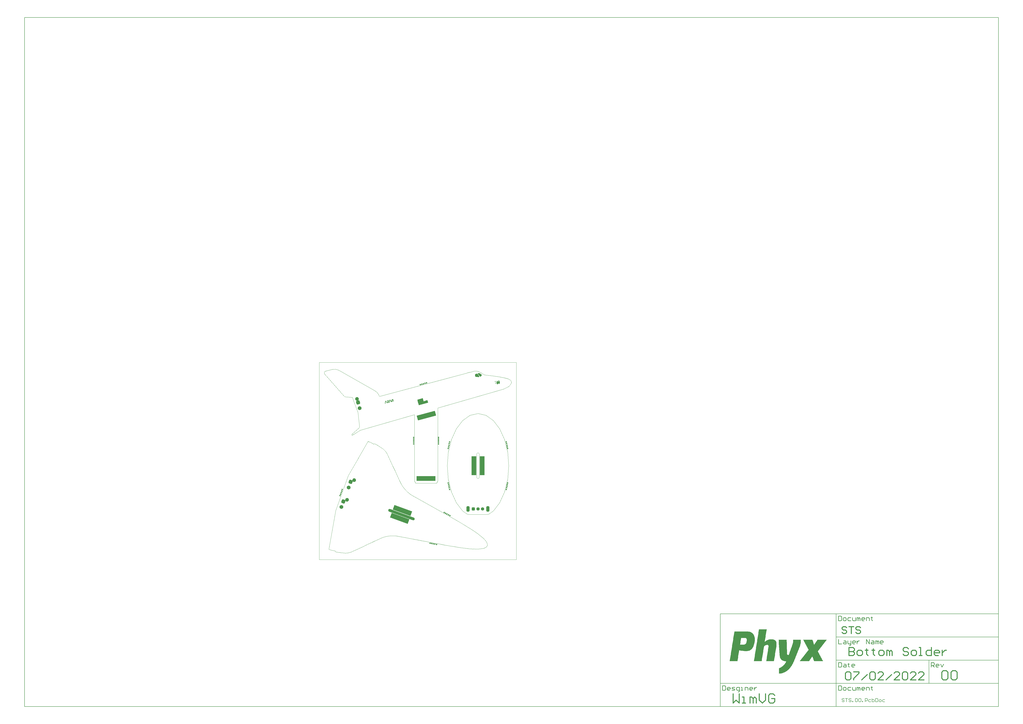
<source format=gbs>
G04*
G04 #@! TF.GenerationSoftware,Altium Limited,Altium Designer,22.2.0 (33)*
G04*
G04 Layer_Color=16711935*
%FSLAX25Y25*%
%MOIN*%
G70*
G04*
G04 #@! TF.SameCoordinates,AE1C0F29-CF17-4AF8-ABE1-3241E8FB01DF*
G04*
G04*
G04 #@! TF.FilePolarity,Negative*
G04*
G01*
G75*
%ADD10C,0.01575*%
%ADD11C,0.00787*%
%ADD21C,0.00394*%
%ADD22C,0.00984*%
%ADD26C,0.02362*%
G04:AMPARAMS|DCode=36|XSize=318.9mil|YSize=82.68mil|CornerRadius=0mil|HoleSize=0mil|Usage=FLASHONLY|Rotation=15.000|XOffset=0mil|YOffset=0mil|HoleType=Round|Shape=Rectangle|*
%AMROTATEDRECTD36*
4,1,4,-0.14332,-0.08120,-0.16472,-0.00134,0.14332,0.08120,0.16472,0.00134,-0.14332,-0.08120,0.0*
%
%ADD36ROTATEDRECTD36*%

%ADD37R,0.31890X0.08268*%
G04:AMPARAMS|DCode=40|XSize=476.38mil|YSize=47.24mil|CornerRadius=0mil|HoleSize=0mil|Usage=FLASHONLY|Rotation=160.000|XOffset=0mil|YOffset=0mil|HoleType=Round|Shape=Round|*
%AMOVALD40*
21,1,0.42913,0.04724,0.00000,0.00000,160.0*
1,1,0.04724,0.20163,-0.07339*
1,1,0.04724,-0.20163,0.07339*
%
%ADD40OVALD40*%

G04:AMPARAMS|DCode=41|XSize=64.96mil|YSize=63.94mil|CornerRadius=0mil|HoleSize=0mil|Usage=FLASHONLY|Rotation=250.000|XOffset=0mil|YOffset=0mil|HoleType=Round|Shape=Round|*
%AMOVALD41*
21,1,0.00102,0.06394,0.00000,0.00000,250.0*
1,1,0.06394,0.00018,0.00048*
1,1,0.06394,-0.00018,-0.00048*
%
%ADD41OVALD41*%

G04:AMPARAMS|DCode=42|XSize=64.96mil|YSize=63.94mil|CornerRadius=16.97mil|HoleSize=0mil|Usage=FLASHONLY|Rotation=70.000|XOffset=0mil|YOffset=0mil|HoleType=Round|Shape=RoundedRectangle|*
%AMROUNDEDRECTD42*
21,1,0.06496,0.03000,0,0,70.0*
21,1,0.03102,0.06394,0,0,70.0*
1,1,0.03394,0.01940,0.00945*
1,1,0.03394,0.00879,-0.01971*
1,1,0.03394,-0.01940,-0.00945*
1,1,0.03394,-0.00879,0.01971*
%
%ADD42ROUNDEDRECTD42*%
G04:AMPARAMS|DCode=43|XSize=64.96mil|YSize=63.94mil|CornerRadius=16.97mil|HoleSize=0mil|Usage=FLASHONLY|Rotation=105.000|XOffset=0mil|YOffset=0mil|HoleType=Round|Shape=RoundedRectangle|*
%AMROUNDEDRECTD43*
21,1,0.06496,0.03000,0,0,105.0*
21,1,0.03102,0.06394,0,0,105.0*
1,1,0.03394,0.01047,0.01887*
1,1,0.03394,0.01850,-0.01110*
1,1,0.03394,-0.01047,-0.01887*
1,1,0.03394,-0.01850,0.01110*
%
%ADD43ROUNDEDRECTD43*%
G04:AMPARAMS|DCode=44|XSize=64.96mil|YSize=63.94mil|CornerRadius=0mil|HoleSize=0mil|Usage=FLASHONLY|Rotation=285.000|XOffset=0mil|YOffset=0mil|HoleType=Round|Shape=Round|*
%AMOVALD44*
21,1,0.00102,0.06394,0.00000,0.00000,285.0*
1,1,0.06394,-0.00013,0.00049*
1,1,0.06394,0.00013,-0.00049*
%
%ADD44OVALD44*%

G04:AMPARAMS|DCode=45|XSize=90.55mil|YSize=51.18mil|CornerRadius=13.78mil|HoleSize=0mil|Usage=FLASHONLY|Rotation=90.000|XOffset=0mil|YOffset=0mil|HoleType=Round|Shape=RoundedRectangle|*
%AMROUNDEDRECTD45*
21,1,0.09055,0.02362,0,0,90.0*
21,1,0.06299,0.05118,0,0,90.0*
1,1,0.02756,0.01181,0.03150*
1,1,0.02756,0.01181,-0.03150*
1,1,0.02756,-0.01181,-0.03150*
1,1,0.02756,-0.01181,0.03150*
%
%ADD45ROUNDEDRECTD45*%
%ADD46C,0.05512*%
G04:AMPARAMS|DCode=47|XSize=55.12mil|YSize=55.12mil|CornerRadius=14.76mil|HoleSize=0mil|Usage=FLASHONLY|Rotation=0.000|XOffset=0mil|YOffset=0mil|HoleType=Round|Shape=RoundedRectangle|*
%AMROUNDEDRECTD47*
21,1,0.05512,0.02559,0,0,0.0*
21,1,0.02559,0.05512,0,0,0.0*
1,1,0.02953,0.01280,-0.01280*
1,1,0.02953,-0.01280,-0.01280*
1,1,0.02953,-0.01280,0.01280*
1,1,0.02953,0.01280,0.01280*
%
%ADD47ROUNDEDRECTD47*%
G04:AMPARAMS|DCode=48|XSize=318.9mil|YSize=82.68mil|CornerRadius=0mil|HoleSize=0mil|Usage=FLASHONLY|Rotation=160.000|XOffset=0mil|YOffset=0mil|HoleType=Round|Shape=Rectangle|*
%AMROTATEDRECTD48*
4,1,4,0.16397,-0.01569,0.13569,-0.09338,-0.16397,0.01569,-0.13569,0.09338,0.16397,-0.01569,0.0*
%
%ADD48ROTATEDRECTD48*%

%ADD49R,0.08268X0.31890*%
%ADD50C,0.01575*%
%ADD51C,0.01968*%
G36*
X251456Y296994D02*
X251473Y296984D01*
X251578Y296978D01*
X251580D01*
X251634Y296981D01*
X251704Y296967D01*
X251728Y296962D01*
X251728Y296962D01*
X251728Y296962D01*
X251729Y296962D01*
X251729Y296962D01*
X251730Y296962D01*
X251730Y296962D01*
X251810Y296950D01*
X251859Y296930D01*
X251859D01*
X251863Y296929D01*
X251887Y296924D01*
X251887Y296924D01*
X251889Y296924D01*
X251946Y296917D01*
X251982Y296905D01*
X251982Y296905D01*
X251985Y296904D01*
X252007Y296900D01*
X252070Y296872D01*
X252070Y296872D01*
X252074Y296871D01*
X252098Y296866D01*
X252172Y296847D01*
X252172Y296847D01*
X252185Y296833D01*
X252259Y296808D01*
X252285Y296794D01*
X252366Y296746D01*
X252393Y296731D01*
X252474Y296684D01*
X252514Y296661D01*
X252556Y296628D01*
Y296628D01*
X252559Y296626D01*
X252612Y296595D01*
X252710Y296530D01*
X252710Y296530D01*
X252710Y296530D01*
X252710Y296530D01*
X252710Y296530D01*
X252710Y296530D01*
X252710Y296530D01*
X252710Y296530D01*
X252710Y296530D01*
X252710Y296530D01*
X252710Y296530D01*
X252710Y296530D01*
X252711Y296529D01*
X253110Y296281D01*
X253398Y296106D01*
X253968Y295731D01*
X254458Y295403D01*
X254860Y295144D01*
X255450Y294740D01*
X255521Y294689D01*
X255619Y294624D01*
X255746Y294533D01*
X255849Y294447D01*
X255987Y294313D01*
X256070Y294211D01*
X256146Y294096D01*
X256193Y294007D01*
X256196Y294002D01*
X256209Y293987D01*
X256225Y293928D01*
X256253Y293824D01*
X256253Y293656D01*
X256246Y293599D01*
X256212Y293478D01*
X256177Y293403D01*
X256144Y293362D01*
X256144Y293362D01*
X256144Y293360D01*
X255726Y292731D01*
X255614Y292552D01*
Y292552D01*
X255613Y292552D01*
X255613Y292552D01*
X255613Y292551D01*
X255613Y292551D01*
X255613Y292551D01*
X255606Y292538D01*
X255525Y292414D01*
X255467Y292329D01*
X255370Y292177D01*
X255289Y292053D01*
X255139Y291840D01*
X255139Y291840D01*
X255136Y291823D01*
X255137Y291821D01*
X254929Y291508D01*
X254817Y291329D01*
X254816Y291328D01*
X254795Y291291D01*
X254795Y291291D01*
X254774Y291285D01*
X254721Y291225D01*
X254721Y291225D01*
X254718Y291221D01*
X254713Y291212D01*
X254629Y291157D01*
Y291157D01*
X254627Y291155D01*
X254611Y291141D01*
X254544Y291112D01*
X254300Y291047D01*
X254203Y291032D01*
X254148Y291028D01*
X254013Y291026D01*
X253991Y291031D01*
X253991Y291031D01*
X253991Y291031D01*
X253991Y291031D01*
X253990Y291031D01*
X253989Y291031D01*
X253989Y291031D01*
X253860Y291042D01*
X253860Y291042D01*
X253852Y291041D01*
X253836Y291037D01*
X253769Y291051D01*
X253531Y291135D01*
X253167Y291300D01*
X253154Y291307D01*
X253154Y291307D01*
X253154D01*
X253151Y291308D01*
X252906Y291414D01*
X252786Y291483D01*
X252660Y291574D01*
X252601Y291625D01*
X252526Y291703D01*
X252525Y291708D01*
X252525Y291708D01*
X252521Y291717D01*
X252419Y291838D01*
X252098Y292268D01*
X252098Y292268D01*
X252095Y292271D01*
X252067Y292296D01*
X252030Y292352D01*
X252030Y292352D01*
X252030Y292352D01*
X252030Y292352D01*
X252030Y292352D01*
X252029Y292352D01*
X252029Y292353D01*
X252029Y292353D01*
X252029Y292353D01*
X251957Y292449D01*
X251922Y292496D01*
X251815Y292640D01*
X251743Y292735D01*
X251743Y292735D01*
X251742Y292737D01*
X251693Y292792D01*
X251677Y292810D01*
X251620Y292896D01*
X251620Y292896D01*
X251619Y292898D01*
X251531Y293011D01*
X251457Y293117D01*
X251457Y293117D01*
X251457Y293117D01*
X251457Y293118D01*
X251457Y293118D01*
X251456Y293119D01*
X251456Y293119D01*
X251339Y293259D01*
X251268Y293353D01*
X251193Y293460D01*
X251138Y293537D01*
X251138Y293537D01*
X251137Y293539D01*
X251088Y293594D01*
X250733Y294061D01*
X250492Y294363D01*
X250206Y294745D01*
X249870Y295184D01*
X249700Y295390D01*
X249517Y295693D01*
X249484Y295773D01*
X249474Y295812D01*
X249473Y295855D01*
X249473Y295855D01*
X249472Y295861D01*
X249465Y295889D01*
X249469Y295956D01*
X249469Y295956D01*
X249469Y295957D01*
X249468Y295962D01*
X249468Y295962D01*
X249468Y295963D01*
X249468Y295963D01*
X249468Y295963D01*
X249468Y295963D01*
X249463Y295981D01*
X249467Y296046D01*
X249471Y296067D01*
X249491Y296117D01*
X249491Y296117D01*
X249493Y296125D01*
X249492Y296130D01*
X249491Y296134D01*
X249508Y296177D01*
X249516Y296190D01*
X249516Y296190D01*
X249518Y296196D01*
X249527Y296241D01*
X249533Y296252D01*
X249549Y296279D01*
X249563Y296303D01*
X249579Y296317D01*
X249579Y296317D01*
X249585Y296327D01*
X249596Y296360D01*
X249638Y296403D01*
X249638D01*
X249641Y296407D01*
X249647Y296417D01*
X249698Y296463D01*
X249736Y296484D01*
X249856Y296551D01*
X249856D01*
X249858Y296552D01*
X249885Y296569D01*
X250103Y296650D01*
X250103Y296650D01*
X250112Y296650D01*
X250783Y296844D01*
X250783D01*
X250785Y296845D01*
X250856Y296875D01*
X251221Y296973D01*
X251227Y296970D01*
X251241Y296967D01*
X251361Y296988D01*
X251456Y296994D01*
Y296994D01*
D02*
G37*
G36*
X251112Y296944D02*
X251176Y296961D01*
X251221Y296973D01*
X251112Y296944D01*
D02*
G37*
G36*
X247897Y295987D02*
X247898Y295987D01*
X247899Y295987D01*
X247900Y295987D01*
X247900Y295987D01*
X247996Y295967D01*
X248055Y295960D01*
X248055Y295960D01*
X248056Y295960D01*
X248057Y295960D01*
X248058Y295959D01*
X248059Y295959D01*
X248059Y295959D01*
X248210Y295908D01*
X248211Y295908D01*
X248300Y295875D01*
X248455Y295812D01*
X248455Y295812D01*
X248456Y295812D01*
X248457Y295811D01*
X248457Y295811D01*
X248458Y295811D01*
X248458Y295811D01*
X248538Y295764D01*
X248602Y295736D01*
X248603Y295736D01*
X248603Y295736D01*
X248604Y295736D01*
X248605Y295735D01*
X248605Y295735D01*
X248605Y295735D01*
X248743Y295646D01*
X248811Y295607D01*
X248812Y295607D01*
X248813Y295606D01*
X248814Y295605D01*
X248815Y295603D01*
X248816Y295603D01*
X248816Y295603D01*
X248830Y295587D01*
X248854Y295573D01*
X248854Y295573D01*
X248855Y295573D01*
X248855Y295572D01*
X248856Y295572D01*
X248856Y295572D01*
X248856Y295572D01*
X248927Y295522D01*
X248927Y295522D01*
X248928Y295521D01*
X248928Y295520D01*
X248929Y295520D01*
X248930Y295519D01*
X248930Y295519D01*
X248992Y295456D01*
X248992Y295456D01*
X248993Y295456D01*
X248993Y295456D01*
X248993Y295455D01*
X248993Y295455D01*
X248993Y295455D01*
X249010Y295437D01*
X249010Y295436D01*
X249010Y295436D01*
X249063Y295370D01*
X249063Y295369D01*
X249063Y295369D01*
X249063Y295369D01*
X249063Y295369D01*
X249063Y295369D01*
X249063Y295369D01*
X249137Y295263D01*
X249476Y294814D01*
X250053Y294073D01*
X250369Y293665D01*
X250542Y293447D01*
X250543Y293446D01*
X250650Y293303D01*
X250721Y293208D01*
X250769Y293153D01*
X250770Y293153D01*
X250770Y293153D01*
X250770Y293152D01*
X250771Y293152D01*
X250771Y293151D01*
X250771Y293151D01*
X250845Y293046D01*
X250929Y292943D01*
X251002Y292846D01*
X251002Y292846D01*
X251003Y292844D01*
X251004Y292842D01*
X251005Y292840D01*
X251005Y292839D01*
X251005Y292839D01*
X251007Y292833D01*
X251092Y292722D01*
X251157Y292649D01*
X251157Y292649D01*
X251158Y292648D01*
X251158Y292648D01*
X251158Y292647D01*
X251159Y292647D01*
X251159Y292647D01*
X251233Y292541D01*
X251268Y292493D01*
X251320Y292428D01*
X251425Y292295D01*
X251546Y292144D01*
X251653Y292000D01*
X251754Y291878D01*
X251754Y291878D01*
X251755Y291878D01*
X251755Y291877D01*
X251755Y291877D01*
X251755Y291877D01*
X251755Y291877D01*
X251813Y291789D01*
X251868Y291712D01*
X251869Y291710D01*
X251869Y291710D01*
X251892Y291670D01*
X251892Y291670D01*
X251892Y291670D01*
X251892Y291669D01*
X251892Y291669D01*
X251892Y291668D01*
X251892Y291668D01*
X251923Y291596D01*
X251923Y291596D01*
X251924Y291594D01*
Y291594D01*
X251923Y291596D01*
X251923Y291596D01*
X251923Y291596D01*
X251923Y291596D01*
X251923Y291596D01*
X251923Y291596D01*
X251924Y291595D01*
X251924Y291595D01*
X251924Y291594D01*
X251924Y291594D01*
X251924Y291594D01*
X251924Y291594D01*
X251924Y291594D01*
X251924Y291593D01*
X251924Y291593D01*
X251924Y291593D01*
X251924Y291593D01*
X251953Y291486D01*
X251973Y291411D01*
X251982Y291379D01*
X251982Y291379D01*
X251982Y291378D01*
X251982Y291378D01*
X251982Y291377D01*
X251982Y291377D01*
X251982Y291377D01*
X251997Y291278D01*
X251997Y291277D01*
X251997Y291277D01*
X251997Y291276D01*
X251997Y291275D01*
X251997Y291274D01*
X251997Y291273D01*
X251997Y291273D01*
X251993Y291203D01*
Y291203D01*
X251993Y291203D01*
X251993Y291203D01*
X251993Y291202D01*
X251993Y291202D01*
X251993Y291202D01*
X251979Y291084D01*
X251979Y291086D01*
X251979Y291086D01*
X251979Y291084D01*
X251979Y291084D01*
Y291084D01*
X251979Y291084D01*
X251979Y291084D01*
X251979Y291083D01*
X251979Y291084D01*
X251979Y291084D01*
X251979Y291083D01*
X251979Y291083D01*
X251979Y291083D01*
Y291083D01*
Y291083D01*
X251979D01*
X251979Y291082D01*
X251979Y291083D01*
X251979Y291083D01*
X251979D01*
X251978Y291080D01*
X251979Y291081D01*
X251979Y291082D01*
X251979Y291082D01*
X251979Y291081D01*
X251979Y291081D01*
X251978Y291080D01*
X251956Y290994D01*
X251956Y290994D01*
X251955Y290993D01*
X251955Y290992D01*
X251955Y290992D01*
X251955Y290991D01*
X251955Y290991D01*
X251906Y290875D01*
X251905Y290873D01*
X251905Y290873D01*
X251821Y290713D01*
X251821Y290713D01*
X251821Y290712D01*
X251820Y290711D01*
X251820Y290710D01*
X251819Y290710D01*
X251819Y290710D01*
X251682Y290535D01*
X251682Y290535D01*
X251682Y290534D01*
X251681Y290534D01*
X251680Y290533D01*
X251680Y290533D01*
X251680Y290533D01*
X251569Y290434D01*
X251476Y290352D01*
X251476Y290352D01*
X251476Y290352D01*
X251475Y290351D01*
X251476Y290352D01*
X251475Y290351D01*
X251475Y290351D01*
X251475Y290351D01*
X251475Y290351D01*
X251475Y290351D01*
X251475Y290351D01*
X251475Y290351D01*
X251409Y290299D01*
X251408Y290299D01*
X251407Y290298D01*
X251406Y290297D01*
X251405Y290296D01*
X251404Y290296D01*
X251404Y290296D01*
X251344Y290269D01*
X251317Y290251D01*
X251316Y290250D01*
X251316Y290250D01*
X251313Y290249D01*
X251141Y290168D01*
X251140Y290168D01*
X251139Y290167D01*
X251138Y290167D01*
X251137Y290167D01*
X251137Y290167D01*
X251137D01*
X251030Y290138D01*
X251029Y290138D01*
X251028Y290138D01*
X251027Y290137D01*
X251026Y290137D01*
X251025Y290137D01*
X251025Y290137D01*
X250877Y290132D01*
X250832Y290131D01*
X250766Y290125D01*
X250765Y290125D01*
X250765Y290125D01*
X250764Y290125D01*
X250764Y290125D01*
X250764D01*
X250638Y290125D01*
X250638D01*
X250637Y290125D01*
X250636Y290125D01*
X250635Y290126D01*
X250634Y290126D01*
X250633Y290126D01*
X250633D01*
X250585Y290136D01*
X250492Y290145D01*
X250304Y290163D01*
X250303Y290163D01*
X250303Y290163D01*
X250303Y290163D01*
X250302Y290163D01*
X250302Y290163D01*
X250304Y290163D01*
X250304Y290163D01*
X250302Y290163D01*
X249973Y290211D01*
X249966Y290209D01*
X249966Y290209D01*
X249964Y290208D01*
X249963Y290208D01*
X249961Y290208D01*
X249961Y290208D01*
X249960Y290208D01*
X249960Y290208D01*
X249959Y290208D01*
X249958Y290208D01*
X249958Y290208D01*
X249958Y290208D01*
X249603Y290251D01*
X249320Y290278D01*
X249108Y290301D01*
X249108Y290301D01*
X249106Y290302D01*
X249108Y290301D01*
X249107Y290302D01*
X248821Y290340D01*
X248634Y290358D01*
X248360Y290388D01*
X248267Y290398D01*
X248267Y290398D01*
X248266Y290398D01*
X248266Y290398D01*
X248266Y290398D01*
X248265Y290398D01*
X248265Y290398D01*
X248074Y290427D01*
X247779Y290462D01*
X247566Y290485D01*
X247416Y290491D01*
X247416Y290491D01*
X247415Y290491D01*
X247415Y290491D01*
X247414Y290491D01*
X247414Y290491D01*
Y290491D01*
X247199Y290525D01*
X246927Y290555D01*
X246526Y290597D01*
X246526Y290597D01*
X246525Y290597D01*
X246525Y290597D01*
X246525Y290597D01*
X246524Y290597D01*
X246524D01*
X246107Y290657D01*
X246107Y290657D01*
X246106Y290657D01*
X246105Y290658D01*
X246104Y290658D01*
X246104Y290658D01*
X246104Y290658D01*
X245790Y290758D01*
X245790Y290758D01*
X245789Y290758D01*
X245788Y290758D01*
X245787Y290759D01*
X245787Y290759D01*
X245787D01*
X245575Y290863D01*
X245470Y290915D01*
X245469Y290915D01*
X245468Y290916D01*
X245468Y290916D01*
X245467Y290917D01*
X245466Y290917D01*
X245466D01*
X245409Y290959D01*
X245409Y290959D01*
X245409Y290959D01*
X245409Y290959D01*
X245409Y290959D01*
X245409Y290960D01*
X245409Y290960D01*
X245291Y291054D01*
X245291Y291055D01*
X245291Y291055D01*
X245290Y291055D01*
X245290Y291055D01*
X245290Y291055D01*
X245290Y291055D01*
X245214Y291126D01*
X245214Y291126D01*
X245214Y291127D01*
X245213Y291127D01*
X245213Y291127D01*
X245213Y291127D01*
X245213Y291127D01*
X245104Y291235D01*
X245103Y291236D01*
X245101Y291239D01*
X245100Y291241D01*
X245099Y291244D01*
X245098Y291245D01*
X245098Y291245D01*
X245096Y291253D01*
X245037Y291349D01*
X245036Y291351D01*
X245036Y291351D01*
X244983Y291463D01*
X244983Y291463D01*
X244983Y291463D01*
X244982Y291464D01*
X244982Y291464D01*
X244982Y291464D01*
X244940Y291579D01*
X244940Y291580D01*
X244940Y291580D01*
X244939Y291581D01*
X244939Y291581D01*
X244939Y291581D01*
Y291581D01*
X244922Y291646D01*
X244893Y291753D01*
X244893Y291753D01*
X244893Y291754D01*
X244893Y291754D01*
X244893Y291755D01*
X244893Y291755D01*
Y291755D01*
X244871Y291921D01*
X244871Y291922D01*
X244871Y291923D01*
X244871Y291923D01*
X244871Y291924D01*
X244871Y291924D01*
X244871Y291924D01*
X244869Y292188D01*
X244864Y292680D01*
X244843Y293569D01*
X244826Y294104D01*
X244816Y294227D01*
X244816Y294227D01*
X244816Y294228D01*
X244816Y294228D01*
X244816Y294229D01*
X244816Y294229D01*
Y294229D01*
X244817Y294309D01*
X244817Y294310D01*
X244817Y294311D01*
X244818Y294312D01*
X244818Y294313D01*
X244818Y294313D01*
X244818Y294313D01*
X244822Y294336D01*
X244824Y294413D01*
X244817Y294479D01*
X244817Y294480D01*
X244817Y294481D01*
X244817Y294483D01*
X244817Y294485D01*
X244818Y294485D01*
X244818Y294485D01*
X244823Y294510D01*
X244827Y294531D01*
X244824Y294585D01*
X244824Y294585D01*
X244824Y294587D01*
X244824Y294588D01*
X244824Y294589D01*
X244824Y294590D01*
X244824Y294590D01*
X244846Y294722D01*
X244846Y294723D01*
X244846Y294724D01*
X244847Y294726D01*
X244848Y294728D01*
X244848Y294729D01*
X244848Y294729D01*
X244879Y294781D01*
X244903Y294855D01*
X244904Y294856D01*
X244904Y294858D01*
X244905Y294859D01*
X244906Y294861D01*
X244907Y294862D01*
Y294862D01*
X245009Y294992D01*
X245059Y295062D01*
X245059Y295062D01*
X245059Y295063D01*
X245060Y295063D01*
X245060Y295064D01*
X245060Y295064D01*
X245060Y295064D01*
X245165Y295184D01*
X245192Y295214D01*
X245193Y295214D01*
X245193Y295215D01*
X245194Y295216D01*
X245195Y295217D01*
X245196Y295217D01*
X245196Y295217D01*
X245291Y295289D01*
X245292Y295289D01*
X245398Y295363D01*
X245398Y295363D01*
X245399Y295364D01*
X245400Y295365D01*
X245401Y295365D01*
X245402Y295366D01*
X245402Y295366D01*
X245607Y295455D01*
X245668Y295483D01*
X245671Y295484D01*
X245671Y295484D01*
X245871Y295549D01*
X245871Y295549D01*
X245871Y295549D01*
X245872Y295549D01*
X245872Y295549D01*
X245872Y295549D01*
X245872Y295549D01*
X247200Y295905D01*
X247201Y295905D01*
X247493Y295972D01*
X247494Y295972D01*
X247495Y295972D01*
X247497Y295973D01*
X247498Y295973D01*
X247499Y295972D01*
X247499Y295973D01*
X247532Y295971D01*
X247722Y295987D01*
X247722Y295987D01*
X247722Y295987D01*
X247723Y295987D01*
X247723Y295987D01*
X247723Y295987D01*
X247723Y295987D01*
X247896Y295987D01*
X247896Y295987D01*
X247897Y295987D01*
D02*
G37*
G36*
X251979Y291083D02*
X251979Y291083D01*
X251979Y291083D01*
D01*
X251979Y291083D01*
Y291083D01*
Y291083D01*
D02*
G37*
G36*
X251476Y290352D02*
X251476Y290352D01*
X251476Y290352D01*
X251476Y290352D01*
X251476Y290352D01*
X251476Y290352D01*
D02*
G37*
G36*
X251475Y290351D02*
X251475Y290351D01*
X251475Y290351D01*
X251475Y290351D01*
X251475Y290351D01*
X251475Y290351D01*
X251475Y290351D01*
D02*
G37*
G36*
X251316Y290250D02*
X251316Y290250D01*
X251316Y290250D01*
X251316Y290250D01*
X251316Y290250D01*
X251316Y290250D01*
X251316Y290250D01*
D02*
G37*
G36*
X251316Y290250D02*
X251315Y290250D01*
X251314Y290249D01*
X251314Y290249D01*
X251314Y290249D01*
X251314D01*
X251314Y290249D01*
X251316Y290250D01*
X251316Y290250D01*
D02*
G37*
G36*
X279417Y283450D02*
X279625Y283276D01*
X279747Y283033D01*
X279770Y282776D01*
X279753Y282642D01*
X279618Y282407D01*
X279403Y282242D01*
X279142Y282172D01*
X278874Y282208D01*
X278640Y282344D01*
X278476Y282559D01*
X278407Y282821D01*
X278425Y282955D01*
Y282955D01*
X278510Y283196D01*
X278897Y283506D01*
X279155Y283529D01*
X279417Y283450D01*
D02*
G37*
G36*
X279904Y280617D02*
X280050Y280532D01*
X280257Y280358D01*
X280366Y280123D01*
X280392Y279855D01*
X280297Y279611D01*
X280131Y279417D01*
X279888Y279295D01*
X279641Y279275D01*
X279389Y279356D01*
X279182Y279530D01*
X279060Y279773D01*
X279047Y280034D01*
D01*
Y280034D01*
Y280034D01*
X279067Y280202D01*
X279263Y280478D01*
X279566Y280628D01*
X279904Y280617D01*
D02*
G37*
G36*
X285297Y284681D02*
X285657Y284410D01*
X285926Y284047D01*
X286335Y283249D01*
X286653Y282405D01*
X286881Y281513D01*
X286917Y280605D01*
X286755Y279712D01*
X286590Y279300D01*
X286316Y278951D01*
X285943Y278714D01*
X285516Y278679D01*
X285102Y278855D01*
X284777Y279170D01*
X284649Y279347D01*
X284447Y279734D01*
X284304Y280147D01*
X284223Y280576D01*
X284214Y280794D01*
X284214D01*
X284203Y280916D01*
X284189Y281159D01*
X284183Y281403D01*
X284187Y281647D01*
X284192Y281769D01*
X284202Y281991D01*
X284243Y282432D01*
X284304Y282870D01*
X284386Y283306D01*
X284437Y283521D01*
X284437Y283521D01*
X284661Y284316D01*
X284887Y284629D01*
X285073Y284702D01*
X285297Y284681D01*
D02*
G37*
G36*
X282462Y283910D02*
X282814Y283626D01*
X283081Y283273D01*
X283481Y282462D01*
X283810Y281620D01*
X284024Y280736D01*
X284061Y279828D01*
X283896Y278945D01*
X283730Y278534D01*
X283467Y278188D01*
X283095Y277950D01*
X282668Y277916D01*
X282256Y278081D01*
X281923Y278382D01*
X281522Y279193D01*
X281362Y280092D01*
X281336Y281003D01*
X281417Y281897D01*
X281581Y282744D01*
X281812Y283552D01*
X282049Y283868D01*
X282236Y283941D01*
X282462Y283910D01*
D02*
G37*
G36*
X100128Y251546D02*
X100136Y251546D01*
X100143Y251546D01*
X100152Y251546D01*
X100161Y251545D01*
X100170Y251545D01*
X100179Y251544D01*
X100189Y251543D01*
X100200Y251543D01*
X100212Y251541D01*
X100225Y251540D01*
X100227Y251540D01*
X100231Y251539D01*
X100235Y251539D01*
X100239Y251538D01*
X100241Y251538D01*
Y251538D01*
X100243Y251537D01*
X100249Y251537D01*
X100254Y251536D01*
X100259Y251535D01*
X100261Y251535D01*
X100275Y251533D01*
X100302Y251527D01*
X100329Y251521D01*
X100355Y251514D01*
X100369Y251510D01*
X100371Y251509D01*
X100374Y251508D01*
X100378Y251507D01*
X100381Y251506D01*
X100383Y251505D01*
X100383Y251505D01*
X100396Y251501D01*
X100407Y251497D01*
X100416Y251494D01*
X100425Y251491D01*
X100433Y251487D01*
X100442Y251484D01*
X100449Y251481D01*
X100456Y251478D01*
X100462Y251476D01*
X100469Y251473D01*
X100475Y251470D01*
X100481Y251467D01*
X100487Y251464D01*
X100493Y251462D01*
X100499Y251459D01*
X100504Y251456D01*
X100509Y251454D01*
X100515Y251451D01*
X100520Y251448D01*
X100525Y251446D01*
X100529Y251444D01*
X100534Y251441D01*
X100539Y251439D01*
X100543Y251436D01*
X100548Y251434D01*
X100552Y251431D01*
X100557Y251429D01*
X100560Y251427D01*
X100564Y251425D01*
X100568Y251423D01*
X100572Y251420D01*
X100575Y251418D01*
X100579Y251416D01*
X100582Y251414D01*
X100585Y251412D01*
X100589Y251410D01*
X100592Y251408D01*
X100596Y251406D01*
X100599Y251403D01*
X100603Y251401D01*
X100606Y251399D01*
X100609Y251396D01*
X100613Y251394D01*
X100616Y251392D01*
X100620Y251389D01*
X100623Y251387D01*
X100626Y251384D01*
X100630Y251382D01*
X100633Y251379D01*
X100636Y251377D01*
X100640Y251375D01*
X100643Y251372D01*
X100647Y251369D01*
X100650Y251367D01*
X100653Y251364D01*
X100657Y251361D01*
X100660Y251359D01*
X100663Y251356D01*
X100667Y251353D01*
X100670Y251351D01*
X100673Y251348D01*
X100677Y251345D01*
X100680Y251342D01*
X100683Y251339D01*
X100687Y251336D01*
X100690Y251333D01*
X100694Y251330D01*
X100698Y251326D01*
X100701Y251323D01*
X100705Y251320D01*
X100709Y251316D01*
X100712Y251313D01*
X100716Y251309D01*
X100719Y251306D01*
X100723Y251303D01*
X100727Y251299D01*
X100730Y251296D01*
X100734Y251292D01*
X100737Y251288D01*
X100741Y251285D01*
X100744Y251281D01*
X100748Y251277D01*
X100751Y251274D01*
X100755Y251270D01*
X100759Y251266D01*
X100762Y251263D01*
X100766Y251259D01*
X100769Y251255D01*
X100772Y251251D01*
X100776Y251247D01*
X100780Y251243D01*
X100784Y251239D01*
X100787Y251234D01*
X100791Y251230D01*
X100795Y251225D01*
X100799Y251221D01*
X100802Y251217D01*
X100806Y251212D01*
X100810Y251208D01*
X100814Y251203D01*
X100817Y251199D01*
X100821Y251194D01*
X100825Y251189D01*
X100828Y251185D01*
X100832Y251179D01*
X100836Y251174D01*
X100840Y251169D01*
X100844Y251164D01*
X100848Y251159D01*
X100852Y251153D01*
X100856Y251148D01*
X100860Y251143D01*
X100864Y251137D01*
X100868Y251131D01*
X100872Y251125D01*
X100876Y251119D01*
X100881Y251114D01*
X100885Y251108D01*
X100889Y251101D01*
X100893Y251095D01*
X100897Y251089D01*
X100902Y251082D01*
X100906Y251075D01*
X100910Y251069D01*
X100911Y251067D01*
X102891Y247987D01*
X102009Y247750D01*
X100196Y250570D01*
X100196Y250571D01*
X100196Y250571D01*
X100196Y250571D01*
X100196Y250571D01*
X100196Y250572D01*
X100195Y250572D01*
X100195Y250572D01*
X100195Y250573D01*
X100195Y250573D01*
X100194Y250573D01*
X100194Y250574D01*
X100194Y250574D01*
X100194Y250574D01*
X100194Y250574D01*
X100194Y250574D01*
X100194Y250575D01*
X100193Y250575D01*
X100193Y250575D01*
X100193Y250575D01*
X100193Y250576D01*
X100193Y250576D01*
X100193Y250576D01*
X100193Y250576D01*
X100192Y250576D01*
X100192Y250577D01*
X100192Y250577D01*
X100192Y250577D01*
X100192Y250577D01*
X100192Y250577D01*
X100192Y250578D01*
X100192Y250578D01*
X100191Y250578D01*
X100191Y250578D01*
X100191Y250579D01*
X100191Y250579D01*
X100191Y250579D01*
X100190Y250580D01*
X100190Y250580D01*
X100190Y250580D01*
X100190Y250580D01*
X100190Y250581D01*
X100189Y250581D01*
X100189Y250581D01*
X100189Y250582D01*
X100189Y250582D01*
X100189Y250582D01*
X100188Y250583D01*
X100188Y250583D01*
X100188Y250583D01*
X100188Y250584D01*
X100188Y250584D01*
X100187Y250584D01*
X100187Y250585D01*
X100187Y250585D01*
X100187Y250585D01*
X100187Y250585D01*
X100186Y250586D01*
X100186Y250586D01*
X100186Y250586D01*
X100186Y250587D01*
X100186Y250587D01*
X100185Y250587D01*
X100185Y250588D01*
X100185Y250588D01*
X100185Y250588D01*
X100185Y250588D01*
X100184Y250589D01*
X100184Y250589D01*
X100184Y250589D01*
X100184Y250590D01*
X100183Y250590D01*
X100183Y250590D01*
X100183Y250590D01*
X100183Y250591D01*
X100183Y250591D01*
X100183Y250591D01*
X100182Y250592D01*
X100182Y250592D01*
X100182Y250592D01*
X100182Y250592D01*
X100182Y250593D01*
X100182Y250593D01*
X100181Y250593D01*
X100181Y250593D01*
X100181Y250594D01*
X100181Y250594D01*
X100180Y250594D01*
X100180Y250595D01*
X100180Y250595D01*
X100180Y250595D01*
X100180Y250595D01*
X100180Y250596D01*
X100179Y250596D01*
X100179Y250596D01*
X100179Y250597D01*
X100179Y250597D01*
X100178Y250597D01*
X100178Y250598D01*
X100178Y250598D01*
X100178Y250598D01*
X100178Y250599D01*
X100177Y250599D01*
X100177Y250599D01*
X100177Y250600D01*
X100177Y250600D01*
X100176Y250600D01*
X100176Y250601D01*
X100176Y250601D01*
X100176Y250601D01*
X100175Y250602D01*
X100175Y250602D01*
X100175Y250602D01*
X100175Y250603D01*
X100174Y250603D01*
X100174Y250603D01*
X100174Y250604D01*
X100174Y250604D01*
X100174Y250604D01*
X100173Y250605D01*
X100173Y250605D01*
X100173Y250605D01*
X100173Y250606D01*
X100172Y250606D01*
X100172Y250606D01*
X100172Y250606D01*
X100172Y250607D01*
X100171Y250607D01*
X100171Y250607D01*
X100171Y250608D01*
X100171Y250608D01*
X100171Y250608D01*
X100170Y250609D01*
X100170Y250609D01*
X100170Y250609D01*
X100170Y250609D01*
X100169Y250610D01*
X100169Y250610D01*
X100169Y250610D01*
X100169Y250611D01*
X100169Y250611D01*
X100168Y250611D01*
X100168Y250612D01*
X100168Y250612D01*
X100168Y250612D01*
X100167Y250612D01*
X100167Y250613D01*
X100167Y250613D01*
X100167Y250613D01*
X100166Y250614D01*
X100166Y250614D01*
X100166Y250614D01*
X100166Y250615D01*
X100165Y250615D01*
X100165Y250615D01*
X100165Y250615D01*
X100165Y250616D01*
X100164Y250616D01*
X100164Y250616D01*
X100164Y250617D01*
X100164Y250617D01*
X100164Y250617D01*
X100163Y250618D01*
X100163Y250618D01*
X100163Y250618D01*
X100162Y250619D01*
X100162Y250619D01*
X100162Y250619D01*
X100162Y250620D01*
X100161Y250620D01*
X100161Y250620D01*
X100161Y250621D01*
X100160Y250621D01*
X100160Y250621D01*
X100160Y250622D01*
X100160Y250622D01*
X100159Y250622D01*
X100159Y250623D01*
X100159Y250623D01*
X100158Y250623D01*
X100158Y250624D01*
X100158Y250624D01*
X100157Y250624D01*
X100157Y250625D01*
X100157Y250625D01*
X100157Y250625D01*
X100156Y250626D01*
X100156Y250626D01*
X100156Y250626D01*
X100155Y250627D01*
X100155Y250627D01*
X100155Y250627D01*
X100154Y250627D01*
X100154Y250628D01*
X100154Y250628D01*
X100154Y250628D01*
X100153Y250629D01*
X100153Y250629D01*
X100153Y250629D01*
X100152Y250630D01*
X100152Y250630D01*
X100152Y250630D01*
X100152Y250630D01*
X100151Y250631D01*
X100151Y250631D01*
X100151Y250631D01*
X100150Y250632D01*
X100150Y250632D01*
X100150Y250632D01*
X100149Y250633D01*
X100149Y250633D01*
X100149Y250633D01*
X100148Y250633D01*
X100148Y250634D01*
X100148Y250634D01*
X100148Y250634D01*
X100147Y250635D01*
X100147Y250635D01*
X100147Y250635D01*
X100146Y250635D01*
X100146Y250636D01*
X100146Y250636D01*
X100145Y250636D01*
X100145Y250637D01*
X100145Y250637D01*
X100144Y250637D01*
X100144Y250638D01*
X100144Y250638D01*
X100143Y250638D01*
X100143Y250639D01*
X100143Y250639D01*
X100142Y250639D01*
X100142Y250639D01*
X100141Y250640D01*
X100141Y250640D01*
X100141Y250640D01*
X100140Y250641D01*
X100140Y250641D01*
X100139Y250641D01*
X100139Y250641D01*
X100139Y250642D01*
X100138Y250642D01*
X100138Y250642D01*
X100138Y250642D01*
X100137Y250643D01*
X100136Y250644D01*
X100135Y250644D01*
X100134Y250645D01*
X100132Y250646D01*
X100131Y250647D01*
X100129Y250648D01*
X100128Y250649D01*
X100126Y250650D01*
X100125Y250651D01*
X100123Y250652D01*
X100121Y250653D01*
X100119Y250654D01*
X100119Y250654D01*
X100118Y250655D01*
X100117Y250655D01*
X100117Y250655D01*
X100117Y250655D01*
X100117Y250655D01*
X100116Y250655D01*
X100116Y250656D01*
X100115Y250656D01*
X100114Y250656D01*
X100114Y250657D01*
X100113Y250657D01*
X100113Y250657D01*
X100112Y250657D01*
X100111Y250658D01*
X100111Y250658D01*
X100110Y250658D01*
X100109Y250658D01*
X100108Y250659D01*
X100107Y250659D01*
X100107Y250660D01*
X100104Y250661D01*
X100098Y250663D01*
X100092Y250664D01*
X100086Y250666D01*
X100083Y250666D01*
X100083Y250666D01*
X100082Y250667D01*
X100081Y250667D01*
X100080Y250667D01*
X100080Y250667D01*
X100080D01*
X100079Y250667D01*
X100078Y250667D01*
X100078Y250667D01*
X100077Y250667D01*
X100077Y250667D01*
X100076Y250668D01*
X100076Y250668D01*
X100075Y250668D01*
X100074Y250668D01*
X100074Y250668D01*
X100072Y250668D01*
X100070Y250668D01*
X100067Y250668D01*
X100066Y250669D01*
X100064Y250669D01*
X100062Y250669D01*
X100060Y250669D01*
X100058Y250669D01*
X100057Y250669D01*
X100055Y250669D01*
X100054Y250669D01*
X100052Y250669D01*
X100051Y250669D01*
X100049Y250669D01*
X100048Y250669D01*
X100047Y250669D01*
X100045Y250668D01*
X100044Y250668D01*
X100042Y250668D01*
X100041Y250668D01*
X100040Y250668D01*
X100039Y250668D01*
X100037Y250668D01*
X100036Y250668D01*
X100035Y250667D01*
X100033Y250667D01*
X100032Y250667D01*
X100031Y250667D01*
X100030Y250667D01*
X100029Y250666D01*
X100027Y250666D01*
X100026Y250666D01*
X100025Y250666D01*
X100024Y250666D01*
X100023Y250665D01*
X100022Y250665D01*
X100020Y250665D01*
X100019Y250665D01*
X100018Y250664D01*
X100017Y250664D01*
X100016Y250664D01*
X100014Y250663D01*
X100013Y250663D01*
X100012Y250663D01*
X100011Y250663D01*
X100010Y250662D01*
X100009Y250662D01*
X100008Y250662D01*
X100007Y250661D01*
X100006Y250661D01*
X100004Y250661D01*
X100003Y250661D01*
X100002Y250660D01*
X100001Y250660D01*
X100000Y250659D01*
X99999Y250659D01*
X99998Y250659D01*
X99996Y250658D01*
X99995Y250658D01*
X99994Y250658D01*
X99993Y250657D01*
X99992Y250657D01*
X99991Y250656D01*
X99990Y250656D01*
X99989Y250656D01*
X99988Y250655D01*
X99986Y250655D01*
X99985Y250654D01*
X99984Y250654D01*
X99983Y250653D01*
X99981Y250653D01*
X99980Y250652D01*
X99979Y250652D01*
X99978Y250651D01*
X99977Y250651D01*
X99976Y250650D01*
X99974Y250649D01*
X99973Y250649D01*
X99972Y250648D01*
X99971Y250647D01*
X99969Y250647D01*
X99968Y250646D01*
X99967Y250645D01*
X99965Y250645D01*
X99964Y250644D01*
X99963Y250643D01*
X99961Y250642D01*
X99960Y250641D01*
X99958Y250640D01*
X99957Y250639D01*
X99955Y250638D01*
X99953Y250637D01*
X99951Y250636D01*
X99950Y250634D01*
X99949Y250634D01*
X99949Y250634D01*
X99948Y250633D01*
X99948Y250633D01*
X99948Y250633D01*
X99947Y250632D01*
X99947Y250632D01*
X99946Y250631D01*
X99945Y250631D01*
X99945Y250631D01*
X99945Y250630D01*
X99944Y250630D01*
X99944Y250629D01*
X99943Y250629D01*
X99942Y250629D01*
X99942Y250628D01*
X99941Y250627D01*
X99940Y250627D01*
X99940Y250626D01*
X99939Y250625D01*
X99937Y250623D01*
X99933Y250619D01*
X99929Y250615D01*
X99925Y250610D01*
X99923Y250608D01*
X99923Y250608D01*
X99923Y250607D01*
X99922Y250606D01*
X99922Y250606D01*
X99921Y250605D01*
X99921Y250605D01*
X99921Y250605D01*
X99921Y250604D01*
X99920Y250604D01*
X99920Y250603D01*
X99920Y250603D01*
X99919Y250603D01*
X99919Y250602D01*
X99919Y250602D01*
X99918Y250601D01*
X99918Y250601D01*
X99918D01*
X99918Y250600D01*
X99918Y250600D01*
X99917Y250599D01*
X99917Y250599D01*
X99917Y250599D01*
Y250599D01*
X99916Y250597D01*
X99915Y250595D01*
X99914Y250593D01*
X99913Y250592D01*
X99912Y250590D01*
X99911Y250589D01*
X99910Y250587D01*
X99910Y250586D01*
X99909Y250584D01*
X99908Y250583D01*
X99908Y250582D01*
X99907Y250581D01*
X99907Y250581D01*
X99907Y250580D01*
X99907Y250580D01*
X99907Y250579D01*
X99906Y250579D01*
X99906Y250578D01*
X99906Y250578D01*
X99906Y250578D01*
X99906Y250577D01*
X99906Y250577D01*
X99905Y250576D01*
X99905Y250576D01*
X99905Y250575D01*
X99905Y250575D01*
X99905Y250574D01*
X99905Y250574D01*
X99904Y250573D01*
X99904Y250573D01*
X99904Y250573D01*
X99904Y250572D01*
X99904Y250572D01*
X99904Y250571D01*
X99904Y250571D01*
X99903Y250570D01*
X99903Y250570D01*
X99903Y250570D01*
X99903Y250569D01*
X99903Y250569D01*
X99903Y250568D01*
X99902Y250568D01*
X99902Y250568D01*
X99902Y250567D01*
X99902Y250567D01*
X99902Y250566D01*
X99902Y250566D01*
X99902Y250566D01*
X99902Y250565D01*
X99902Y250565D01*
X99901Y250564D01*
X99901Y250564D01*
X99901Y250564D01*
X99901Y250563D01*
X99901Y250563D01*
X99901Y250562D01*
X99901Y250562D01*
X99901Y250561D01*
X99901Y250561D01*
X99901Y250561D01*
X99901Y250560D01*
X99900Y250560D01*
X99900Y250559D01*
X99900Y250559D01*
X99900Y250559D01*
X99900Y250558D01*
X99900Y250558D01*
X99900Y250557D01*
X99900Y250557D01*
X99900Y250556D01*
X99900Y250556D01*
X99899Y250556D01*
X99899Y250555D01*
X99899Y250555D01*
X99899Y250554D01*
X99899Y250554D01*
X99899Y250553D01*
X99899Y250553D01*
X99899Y250553D01*
X99899Y250552D01*
X99899Y250552D01*
X99898Y250551D01*
X99898Y250551D01*
X99898Y250550D01*
X99898Y250550D01*
X99898Y250550D01*
X99898Y250549D01*
X99898Y250549D01*
X99898Y250548D01*
X99898Y250548D01*
X99898Y250547D01*
X99898Y250547D01*
X99898Y250546D01*
X99898Y250546D01*
X99897Y250546D01*
X99897Y250545D01*
X99897Y250545D01*
X99897Y250544D01*
X99897Y250544D01*
X99897Y250543D01*
X99897Y250543D01*
X99897Y250543D01*
X99897Y250542D01*
X99897Y250542D01*
X99897Y250541D01*
X99897Y250541D01*
X99897Y250541D01*
X99897Y250540D01*
X99897Y250540D01*
X99897Y250540D01*
X99897Y250539D01*
X99897Y250539D01*
X99896Y250538D01*
X99896Y250538D01*
X99896Y250538D01*
X99896Y250537D01*
X99896Y250537D01*
X99896Y250537D01*
X99896Y250536D01*
X99896Y250536D01*
X99896Y250535D01*
X99896Y250535D01*
X99896Y250535D01*
X99896Y250534D01*
X99896Y250534D01*
X99896Y250534D01*
X99896Y250533D01*
X99896Y250533D01*
X99896Y250532D01*
X99896Y250532D01*
X99896Y250532D01*
X99896Y250531D01*
X99896Y250531D01*
X99896Y250531D01*
X99895Y250530D01*
X99895Y250530D01*
X99895Y250529D01*
X99895Y250529D01*
X99895Y250529D01*
X99895Y250528D01*
X99895Y250528D01*
X99895Y250527D01*
X99895Y250527D01*
X99895Y250527D01*
X99895Y250526D01*
X99895Y250526D01*
X99895Y250525D01*
X99895Y250525D01*
X99895Y250525D01*
X99895Y250524D01*
X99895Y250524D01*
X99895Y250523D01*
X99895Y250523D01*
X99895Y250523D01*
X99895Y250522D01*
X99895Y250522D01*
X99895Y250521D01*
X99895Y250521D01*
X99894Y250521D01*
X99894Y250520D01*
X99894Y250520D01*
X99894Y250519D01*
X99894Y250519D01*
X99894Y250519D01*
X99894Y250518D01*
X99894Y250518D01*
X99894Y250517D01*
X99894Y250517D01*
X99894Y250517D01*
X99894Y250517D01*
X99894Y250516D01*
X99894Y250516D01*
X99894Y250516D01*
X99894Y250515D01*
X99894Y250515D01*
X99894Y250515D01*
X99894Y250514D01*
X99894Y250514D01*
X99894Y250514D01*
X99894Y250513D01*
X99894Y250513D01*
X99894Y250513D01*
X99894Y250512D01*
X99894Y250512D01*
X99894Y250512D01*
X99894Y250512D01*
X99894Y250511D01*
X99894Y250511D01*
X99894Y250511D01*
X99894Y250510D01*
X99894Y250509D01*
X99894Y250509D01*
X99894Y250509D01*
X99894Y250508D01*
X99894Y250508D01*
X99894Y250507D01*
X99894Y250507D01*
X99893Y250507D01*
X99893Y250506D01*
X99893Y250506D01*
X99893Y250505D01*
X99893Y250505D01*
X99893Y250505D01*
X99893Y250505D01*
X99893Y250504D01*
X99893Y250504D01*
X99893Y250504D01*
X99893Y250503D01*
X99893Y250503D01*
X99893Y250503D01*
X99893Y250502D01*
X99893Y250502D01*
X99893Y250502D01*
X99893Y250501D01*
X99893Y250501D01*
X99893Y250501D01*
X99893Y250500D01*
X99893Y250500D01*
X99893Y250500D01*
X99893Y250499D01*
X99893Y250499D01*
X99893Y250499D01*
X99893Y250498D01*
Y250498D01*
X99893Y250498D01*
X99893Y250498D01*
X99893Y250498D01*
X99893Y250497D01*
X99893Y250497D01*
X99893Y250497D01*
X99893Y250496D01*
X99893Y250496D01*
Y250496D01*
X99893Y250496D01*
Y250495D01*
X99893Y250495D01*
X99893Y250495D01*
X99893Y250494D01*
X99893Y250494D01*
X99893Y250493D01*
X99893Y250493D01*
X99893Y250493D01*
X99893Y250492D01*
X99893Y250492D01*
Y250491D01*
X99893Y250491D01*
X99893Y250491D01*
X99893Y250491D01*
Y250490D01*
X99893Y250490D01*
X99893Y250490D01*
X99893Y250490D01*
X99893Y250489D01*
X99893Y250489D01*
X99733Y247141D01*
X97166Y246453D01*
Y246453D01*
X97158Y246451D01*
X97151Y246449D01*
X97145Y246447D01*
X97138Y246445D01*
X97131Y246444D01*
X97125Y246442D01*
X97118Y246440D01*
X97112Y246439D01*
X97105Y246437D01*
X97099Y246435D01*
X97092Y246434D01*
X97086Y246432D01*
X97079Y246431D01*
X97073Y246429D01*
X97067Y246428D01*
X97060Y246426D01*
X97054Y246425D01*
X97048Y246423D01*
X97041Y246422D01*
X97035Y246420D01*
X97029Y246419D01*
X97023Y246418D01*
X97017Y246416D01*
X97010Y246415D01*
X97004Y246413D01*
X96998Y246412D01*
X96992Y246411D01*
X96986Y246410D01*
X96980Y246408D01*
X96974Y246407D01*
X96968Y246406D01*
X96962Y246405D01*
X96956Y246403D01*
X96950Y246402D01*
X96944Y246401D01*
X96938Y246400D01*
X96933Y246399D01*
X96927Y246398D01*
X96921Y246396D01*
X96915Y246395D01*
X96909Y246394D01*
X96904Y246393D01*
X96898Y246392D01*
X96892Y246391D01*
X96886Y246390D01*
X96881Y246389D01*
X96875Y246388D01*
X96869Y246388D01*
X96864Y246387D01*
X96858Y246386D01*
X96852Y246385D01*
X96847Y246384D01*
X96841Y246383D01*
X96836Y246382D01*
X96830Y246381D01*
X96825Y246381D01*
X96820Y246380D01*
X96814Y246379D01*
X96809Y246378D01*
X96803Y246377D01*
X96798Y246377D01*
X96792Y246376D01*
X96787Y246375D01*
X96782Y246375D01*
X96776Y246374D01*
X96771Y246374D01*
X96766Y246373D01*
X96761Y246372D01*
X96755Y246372D01*
X96749Y246371D01*
X96742Y246370D01*
X96736Y246370D01*
X96729Y246369D01*
X96723Y246368D01*
X96717Y246368D01*
X96710Y246367D01*
X96704Y246367D01*
X96698Y246366D01*
X96692Y246366D01*
X96685Y246365D01*
X96679Y246365D01*
X96673Y246364D01*
X96667Y246364D01*
X96661Y246364D01*
X96654Y246363D01*
X96649Y246363D01*
X96642Y246363D01*
X96636Y246363D01*
X96630Y246362D01*
X96624Y246362D01*
X96618Y246362D01*
X96613Y246362D01*
X96607Y246362D01*
X96601Y246362D01*
X96595Y246361D01*
X96589Y246361D01*
X96583Y246361D01*
X96576Y246361D01*
X96570Y246361D01*
X96563Y246361D01*
X96556Y246362D01*
X96549Y246362D01*
X96542Y246362D01*
X96536Y246362D01*
X96529Y246362D01*
X96522Y246363D01*
X96516Y246363D01*
X96509Y246363D01*
X96503Y246363D01*
X96495Y246364D01*
X96487Y246364D01*
X96480Y246365D01*
X96472Y246366D01*
X96465Y246366D01*
X96457Y246367D01*
X96449Y246368D01*
X96441Y246369D01*
X96432Y246370D01*
X96423Y246371D01*
X96414Y246372D01*
X96405Y246373D01*
X96394Y246375D01*
X96384Y246377D01*
X96372Y246378D01*
X96360Y246381D01*
X96346Y246384D01*
X96329Y246387D01*
X96327Y246388D01*
X96322Y246389D01*
X96317Y246390D01*
X96312Y246391D01*
X96310Y246392D01*
X96310Y246392D01*
X96305Y246393D01*
X96295Y246395D01*
X96285Y246398D01*
X96276Y246400D01*
X96271Y246402D01*
X96264Y246404D01*
X96250Y246408D01*
X96235Y246413D01*
X96221Y246417D01*
X96214Y246420D01*
X96212Y246421D01*
X96207Y246423D01*
X96202Y246424D01*
X96198Y246426D01*
X96195Y246427D01*
Y246427D01*
X96181Y246432D01*
X96169Y246437D01*
X96159Y246441D01*
X96149Y246445D01*
X96141Y246449D01*
X96133Y246452D01*
X96125Y246456D01*
X96118Y246459D01*
X96112Y246462D01*
X96105Y246465D01*
X96099Y246468D01*
X96093Y246471D01*
X96087Y246474D01*
X96082Y246477D01*
X96077Y246480D01*
X96071Y246482D01*
X96066Y246485D01*
X96062Y246488D01*
X96057Y246490D01*
X96052Y246493D01*
X96047Y246496D01*
X96043Y246498D01*
X96039Y246500D01*
X96034Y246503D01*
X96030Y246505D01*
X96030Y246505D01*
X96023Y246509D01*
X96018Y246512D01*
X96012Y246515D01*
X96007Y246518D01*
X96002Y246522D01*
X95996Y246525D01*
X95991Y246528D01*
X95986Y246531D01*
X95981Y246534D01*
X95976Y246538D01*
X95970Y246541D01*
X95965Y246544D01*
X95960Y246548D01*
X95955Y246551D01*
X95949Y246555D01*
X95943Y246559D01*
X95937Y246563D01*
X95932Y246566D01*
X95926Y246570D01*
X95920Y246574D01*
X95914Y246578D01*
X95909Y246582D01*
X95903Y246586D01*
X95897Y246591D01*
X95890Y246596D01*
X95884Y246600D01*
X95878Y246605D01*
X95872Y246610D01*
X95864Y246615D01*
X95858Y246620D01*
X95851Y246626D01*
X95844Y246631D01*
X95836Y246637D01*
X95829Y246644D01*
X95821Y246651D01*
X95813Y246657D01*
X95804Y246665D01*
X95795Y246673D01*
X95785Y246682D01*
X95775Y246692D01*
X95763Y246703D01*
X95761Y246705D01*
X95758Y246708D01*
X95755Y246712D01*
X95751Y246715D01*
X95750Y246717D01*
X95748Y246719D01*
X95743Y246723D01*
X95739Y246727D01*
X95735Y246732D01*
X95733Y246734D01*
X95733D01*
X95730Y246738D01*
X95722Y246745D01*
X95715Y246753D01*
X95709Y246761D01*
X95705Y246765D01*
X95705D01*
X95698Y246773D01*
X95684Y246790D01*
X95670Y246807D01*
X95657Y246824D01*
X95651Y246833D01*
X95651Y246833D01*
X95649Y246835D01*
X95645Y246840D01*
X95642Y246845D01*
X95638Y246850D01*
X95637Y246852D01*
X95637Y246852D01*
X95635Y246854D01*
X95632Y246858D01*
X95630Y246862D01*
X95627Y246866D01*
X95626Y246868D01*
Y246868D01*
X95617Y246882D01*
X95609Y246895D01*
X95601Y246906D01*
X95595Y246917D01*
X95588Y246927D01*
X95583Y246937D01*
X95578Y246946D01*
X95573Y246955D01*
X95568Y246964D01*
X95563Y246973D01*
X95559Y246981D01*
X95555Y246989D01*
X95551Y246997D01*
X95547Y247005D01*
X95543Y247013D01*
X95539Y247020D01*
X95536Y247028D01*
X95532Y247035D01*
X95529Y247043D01*
X95525Y247050D01*
X95522Y247057D01*
X95519Y247064D01*
X95516Y247071D01*
X95513Y247078D01*
X95511Y247084D01*
X95508Y247091D01*
X95505Y247098D01*
X95502Y247105D01*
X95499Y247112D01*
X95497Y247119D01*
X95494Y247126D01*
X95492Y247132D01*
X95490Y247138D01*
X95487Y247144D01*
X95485Y247150D01*
X95483Y247157D01*
X95481Y247163D01*
X95478Y247169D01*
X95476Y247176D01*
X95474Y247182D01*
X95472Y247188D01*
X95470Y247195D01*
X95468Y247201D01*
X95465Y247208D01*
X95464Y247215D01*
X95461Y247221D01*
X95459Y247228D01*
X95457Y247234D01*
X95455Y247241D01*
X95453Y247248D01*
X95451Y247255D01*
X95449Y247261D01*
X95448Y247267D01*
X95446Y247273D01*
X95445Y247278D01*
X95443Y247284D01*
X95441Y247290D01*
X95440Y247295D01*
X95433Y247320D01*
X95422Y247371D01*
X95412Y247423D01*
X95404Y247475D01*
X95401Y247501D01*
X95400Y247508D01*
X95398Y247522D01*
X95397Y247537D01*
X95396Y247551D01*
X95395Y247558D01*
X95395Y247558D01*
X95395Y247564D01*
X95394Y247574D01*
X95393Y247585D01*
X95393Y247595D01*
X95392Y247601D01*
X95392Y247605D01*
X95392Y247614D01*
X95392Y247623D01*
X95391Y247632D01*
X95391Y247636D01*
X95391Y247640D01*
X95391Y247647D01*
X95391Y247655D01*
X95391Y247662D01*
X95391Y247666D01*
Y247666D01*
Y247669D01*
X95391Y247676D01*
X95391Y247683D01*
X95391Y247690D01*
X95391Y247693D01*
X95391Y247696D01*
X95391Y247702D01*
X95392Y247708D01*
X95392Y247714D01*
X95392Y247717D01*
X95392D01*
X95393Y247740D01*
X95394Y247761D01*
X95396Y247780D01*
X95398Y247798D01*
X95399Y247816D01*
X95401Y247832D01*
X95403Y247848D01*
X95406Y247863D01*
X95408Y247877D01*
X95410Y247891D01*
X95412Y247904D01*
X95415Y247917D01*
X95418Y247930D01*
X95420Y247942D01*
X95423Y247954D01*
X95426Y247965D01*
X95428Y247976D01*
X95431Y247987D01*
X95434Y247997D01*
X95437Y248008D01*
X95440Y248018D01*
X95443Y248028D01*
X95446Y248038D01*
X95449Y248047D01*
X95452Y248056D01*
X95455Y248066D01*
X95458Y248075D01*
X95461Y248083D01*
X95464Y248092D01*
X95467Y248100D01*
X95471Y248108D01*
X95474Y248116D01*
X95477Y248124D01*
X95481Y248132D01*
X95484Y248140D01*
X95488Y248148D01*
X95491Y248155D01*
X95494Y248162D01*
X95497Y248169D01*
X95501Y248176D01*
X95504Y248183D01*
X95508Y248190D01*
X95511Y248197D01*
X95515Y248203D01*
X95518Y248210D01*
X95522Y248217D01*
X95526Y248223D01*
X95529Y248228D01*
X95533Y248236D01*
X95537Y248242D01*
X95542Y248250D01*
X95546Y248257D01*
X95551Y248264D01*
X95556Y248272D01*
X95561Y248281D01*
X95566Y248288D01*
X95572Y248297D01*
X95578Y248306D01*
X95585Y248316D01*
X95592Y248326D01*
X95601Y248337D01*
X95610Y248349D01*
X95612Y248351D01*
X95614Y248355D01*
X95617Y248358D01*
X95620Y248362D01*
X95622Y248364D01*
X95624Y248366D01*
X95628Y248372D01*
X95632Y248376D01*
X95636Y248381D01*
X95638Y248384D01*
X95638Y248384D01*
X95648Y248395D01*
X95668Y248417D01*
X95688Y248439D01*
X95710Y248459D01*
X95720Y248469D01*
X95722Y248471D01*
X95726Y248474D01*
X95729Y248477D01*
X95732Y248480D01*
X95734Y248482D01*
X95734Y248482D01*
X95746Y248492D01*
X95756Y248501D01*
X95766Y248509D01*
X95775Y248516D01*
X95784Y248524D01*
X95793Y248530D01*
X95800Y248536D01*
X95808Y248542D01*
X95816Y248547D01*
X95823Y248552D01*
X95830Y248557D01*
X95837Y248562D01*
X95843Y248567D01*
X95849Y248571D01*
X95855Y248575D01*
X95862Y248579D01*
X95868Y248584D01*
X95875Y248588D01*
X95880Y248591D01*
X95886Y248595D01*
X95892Y248598D01*
X95897Y248602D01*
X95903Y248605D01*
X95909Y248609D01*
X95915Y248612D01*
X95920Y248615D01*
X95926Y248619D01*
X95932Y248622D01*
X95938Y248626D01*
X95943Y248628D01*
X95948Y248631D01*
X95953Y248634D01*
X95958Y248637D01*
X95963Y248639D01*
X95968Y248642D01*
X95973Y248645D01*
X95978Y248647D01*
X95984Y248650D01*
X95989Y248653D01*
X95994Y248655D01*
X95999Y248658D01*
X96005Y248661D01*
X96010Y248663D01*
X96015Y248666D01*
X96021Y248669D01*
X96026Y248671D01*
X96031Y248674D01*
X96037Y248676D01*
X96042Y248679D01*
X96048Y248681D01*
X96053Y248684D01*
X96059Y248687D01*
X96064Y248689D01*
X96069Y248691D01*
X96073Y248693D01*
X96078Y248695D01*
X96082Y248697D01*
X96087Y248699D01*
X96091Y248701D01*
X96096Y248703D01*
X96101Y248705D01*
X96105Y248707D01*
X96110Y248709D01*
X96114Y248711D01*
X96119Y248713D01*
X96124Y248714D01*
X96128Y248716D01*
X96133Y248718D01*
X96138Y248720D01*
X96143Y248722D01*
X96148Y248724D01*
X96152Y248726D01*
X96157Y248728D01*
X96162Y248730D01*
X96167Y248732D01*
X96172Y248733D01*
X96176Y248735D01*
X96181Y248737D01*
X96186Y248739D01*
X96191Y248741D01*
X96196Y248743D01*
X96201Y248745D01*
X96206Y248746D01*
X96211Y248748D01*
X96216Y248750D01*
X96221Y248752D01*
X96226Y248754D01*
X96231Y248756D01*
X96236Y248757D01*
X96242Y248759D01*
X96247Y248761D01*
X96252Y248763D01*
X96257Y248764D01*
X96262Y248766D01*
X96267Y248768D01*
X96273Y248770D01*
X96278Y248772D01*
X96283Y248773D01*
X96289Y248775D01*
X96294Y248777D01*
X96299Y248779D01*
X96305Y248780D01*
X96310Y248782D01*
X96315Y248784D01*
X96321Y248785D01*
X96326Y248787D01*
X96332Y248789D01*
X96337Y248791D01*
X96342Y248792D01*
X96348Y248794D01*
X96354Y248796D01*
X96359Y248797D01*
X96365Y248799D01*
X96370Y248801D01*
X96376Y248803D01*
X96381Y248804D01*
X96387Y248806D01*
X96393Y248808D01*
X96398Y248809D01*
X96404Y248811D01*
X96410Y248813D01*
X96416Y248814D01*
X96421Y248816D01*
X96427Y248818D01*
X96433Y248819D01*
X96437Y248821D01*
X96442Y248822D01*
X96446Y248823D01*
X96450Y248824D01*
X96455Y248826D01*
X96459Y248827D01*
X96464Y248828D01*
X96468Y248829D01*
X96473Y248831D01*
X96477Y248832D01*
X96482Y248833D01*
X96486Y248834D01*
X96490Y248835D01*
X96495Y248837D01*
X96500Y248838D01*
X96504Y248839D01*
X96505Y248839D01*
X97213Y249029D01*
X97216Y249030D01*
X97219Y249031D01*
X97221Y249031D01*
X97224Y249032D01*
X97226Y249032D01*
X97228Y249033D01*
X97231Y249034D01*
X97233Y249035D01*
X97235Y249035D01*
X97238Y249036D01*
X97240Y249036D01*
X97242Y249037D01*
X97245Y249038D01*
X97247Y249038D01*
X97249Y249039D01*
X97251Y249040D01*
X97254Y249040D01*
X97256Y249041D01*
X97258Y249042D01*
X97261Y249042D01*
X97263Y249043D01*
X97265Y249043D01*
X97267Y249044D01*
X97269Y249045D01*
X97272Y249045D01*
X97274Y249046D01*
X97276Y249047D01*
X97278Y249047D01*
X97281Y249048D01*
X97283Y249049D01*
X97285Y249049D01*
X97287Y249050D01*
X97289Y249050D01*
X97291Y249051D01*
X97293Y249052D01*
X97295Y249052D01*
X97298Y249053D01*
X97300Y249054D01*
X97302Y249054D01*
X97304Y249055D01*
X97306Y249056D01*
X97308Y249056D01*
X97310Y249057D01*
X97312Y249058D01*
X97314Y249058D01*
X97316Y249059D01*
X97318Y249059D01*
X97320Y249060D01*
X97322Y249061D01*
X97324Y249061D01*
X97326Y249062D01*
X97328Y249063D01*
X97330Y249063D01*
X97332Y249064D01*
X97334Y249064D01*
X97336Y249065D01*
X97338Y249066D01*
X97340Y249066D01*
X97342Y249067D01*
X97344Y249068D01*
X97346Y249068D01*
X97348Y249069D01*
X97350Y249070D01*
X97351Y249070D01*
X97353Y249071D01*
X97355Y249072D01*
X97357Y249072D01*
X97359Y249073D01*
X97361Y249073D01*
X97363Y249074D01*
X97364Y249075D01*
X97366Y249075D01*
X97368Y249076D01*
X97370Y249077D01*
X97372Y249077D01*
X97373Y249078D01*
X97375Y249078D01*
X97377Y249079D01*
X97379Y249080D01*
X97381Y249080D01*
X97382Y249081D01*
X97384Y249082D01*
X97386Y249082D01*
X97387Y249083D01*
X97389Y249083D01*
X97391Y249084D01*
X97393Y249085D01*
X97394Y249085D01*
X97396Y249086D01*
X97398Y249087D01*
X97399Y249087D01*
X97401Y249088D01*
X97403Y249089D01*
X97404Y249089D01*
X97406Y249090D01*
X97408Y249091D01*
X97409Y249091D01*
X97411Y249092D01*
X97413Y249092D01*
X97414Y249093D01*
X97416Y249094D01*
X97417Y249094D01*
X97419Y249095D01*
X97421Y249096D01*
X97422Y249096D01*
X97424Y249097D01*
X97425Y249097D01*
X97427Y249098D01*
X97429Y249099D01*
X97430Y249099D01*
X97432Y249100D01*
X97433Y249101D01*
X97435Y249101D01*
X97436Y249102D01*
X97438Y249103D01*
X97439Y249103D01*
X97441Y249104D01*
X97442Y249105D01*
X97444Y249105D01*
X97445Y249106D01*
X97447Y249107D01*
X97448Y249107D01*
X97449Y249108D01*
X97451Y249109D01*
X97452Y249109D01*
X97454Y249110D01*
X97455Y249110D01*
X97457Y249111D01*
X97458Y249112D01*
X97460Y249112D01*
X97461Y249113D01*
X97462Y249114D01*
X97464Y249114D01*
X97465Y249115D01*
X97467Y249116D01*
X97468Y249116D01*
X97469Y249117D01*
X97471Y249118D01*
X97472Y249118D01*
X97473Y249119D01*
X97475Y249120D01*
X97476Y249120D01*
X97477Y249121D01*
X97479Y249122D01*
X97481Y249123D01*
X97483Y249124D01*
X97484Y249124D01*
X97486Y249125D01*
X97488Y249126D01*
X97490Y249127D01*
X97491Y249128D01*
X97493Y249129D01*
X97495Y249130D01*
X97496Y249131D01*
X97498Y249132D01*
X97500Y249132D01*
X97501Y249133D01*
X97503Y249134D01*
X97505Y249135D01*
X97506Y249136D01*
X97508Y249137D01*
X97509Y249138D01*
X97511Y249139D01*
X97512Y249140D01*
X97514Y249141D01*
X97515Y249142D01*
X97517Y249143D01*
X97518Y249143D01*
X97520Y249144D01*
X97522Y249145D01*
X97523Y249146D01*
X97524Y249147D01*
X97526Y249148D01*
X97527Y249149D01*
X97529Y249150D01*
X97530Y249151D01*
X97532Y249152D01*
X97534Y249153D01*
X97536Y249154D01*
X97537Y249155D01*
X97539Y249157D01*
X97541Y249158D01*
X97543Y249159D01*
X97544Y249160D01*
X97546Y249161D01*
X97548Y249163D01*
X97549Y249164D01*
X97551Y249165D01*
X97553Y249166D01*
X97555Y249168D01*
X97557Y249169D01*
X97559Y249171D01*
X97561Y249172D01*
X97563Y249174D01*
X97565Y249176D01*
X97567Y249177D01*
X97569Y249179D01*
X97571Y249181D01*
X97574Y249183D01*
X97576Y249185D01*
X97579Y249188D01*
X97582Y249191D01*
X97586Y249194D01*
X97586Y249195D01*
X97588Y249196D01*
X97588Y249197D01*
X97590Y249198D01*
X97590Y249198D01*
X97591Y249199D01*
X97593Y249201D01*
X97595Y249203D01*
X97596Y249205D01*
X97597Y249205D01*
X97599Y249207D01*
X97603Y249211D01*
X97606Y249216D01*
X97610Y249220D01*
X97612Y249222D01*
X97612Y249222D01*
X97612Y249222D01*
X97613Y249223D01*
X97614Y249224D01*
X97615Y249226D01*
X97615Y249226D01*
X97615Y249226D01*
X97618Y249230D01*
X97620Y249233D01*
X97622Y249235D01*
X97624Y249238D01*
X97626Y249240D01*
X97628Y249242D01*
X97629Y249245D01*
X97631Y249247D01*
X97632Y249249D01*
X97633Y249250D01*
X97634Y249252D01*
X97635Y249254D01*
X97636Y249255D01*
X97637Y249257D01*
X97638Y249259D01*
X97639Y249260D01*
X97640Y249262D01*
X97641Y249263D01*
X97642Y249265D01*
X97643Y249266D01*
X97644Y249268D01*
X97645Y249269D01*
X97645Y249270D01*
X97646Y249271D01*
X97648Y249275D01*
X97650Y249278D01*
X97652Y249282D01*
X97653Y249283D01*
X97653Y249283D01*
X97653Y249284D01*
X97654Y249286D01*
X97655Y249288D01*
X97656Y249290D01*
X97657Y249291D01*
X97657Y249291D01*
X97657Y249292D01*
X97658Y249294D01*
X97658Y249295D01*
X97659Y249297D01*
X97659Y249298D01*
X97660Y249299D01*
X97660Y249300D01*
X97661Y249302D01*
X97662Y249303D01*
X97662Y249304D01*
X97662Y249305D01*
X97663Y249306D01*
X97663Y249307D01*
X97664Y249308D01*
X97664Y249309D01*
X97664Y249310D01*
X97665Y249311D01*
X97665Y249312D01*
X97666Y249313D01*
X97666Y249314D01*
X97666Y249314D01*
X97666Y249314D01*
X97666Y249316D01*
X97667Y249317D01*
X97667Y249318D01*
X97667Y249318D01*
X97669Y249323D01*
X97670Y249327D01*
X97671Y249331D01*
X97672Y249335D01*
X97673Y249338D01*
X97674Y249342D01*
X97675Y249345D01*
X97676Y249349D01*
X97676Y249352D01*
X97677Y249356D01*
X97678Y249359D01*
X97678Y249362D01*
X97679Y249365D01*
X97679Y249368D01*
X97680Y249372D01*
X97680Y249375D01*
X97680Y249378D01*
X97681Y249380D01*
X97681Y249383D01*
X97681Y249386D01*
X97681Y249389D01*
X97682Y249392D01*
X97682Y249395D01*
X97682Y249398D01*
X97682Y249401D01*
X97682Y249404D01*
X97682Y249407D01*
X97682Y249410D01*
X97683Y249412D01*
X97683Y249415D01*
Y249418D01*
X97683Y249421D01*
X97683Y249424D01*
X97682Y249426D01*
X97682Y249429D01*
X97682Y249432D01*
X97682Y249435D01*
X97682Y249438D01*
X97682Y249440D01*
X97682Y249443D01*
X97681Y249446D01*
X97681Y249449D01*
X97681Y249452D01*
X97681Y249455D01*
X97680Y249458D01*
X97680Y249460D01*
X97680Y249463D01*
X97680Y249466D01*
X97679Y249469D01*
X97679Y249472D01*
X97678Y249475D01*
X97678Y249478D01*
X97678Y249481D01*
X97677Y249484D01*
X97677Y249486D01*
X97676Y249489D01*
X97676Y249492D01*
X97675Y249495D01*
X97675Y249498D01*
X97674Y249501D01*
X97673Y249504D01*
X97673Y249507D01*
X97672Y249510D01*
X97672Y249513D01*
X97671Y249516D01*
X97670Y249519D01*
X97669Y249522D01*
X97669Y249525D01*
X97668Y249528D01*
X97667Y249531D01*
X97666Y249534D01*
X97666Y249534D01*
X97666Y249535D01*
X97666Y249535D01*
X97666Y249536D01*
X97666Y249536D01*
X97666Y249536D01*
X97666Y249537D01*
X97665Y249538D01*
X97665Y249539D01*
X97665Y249539D01*
X97665Y249540D01*
X97665D01*
X97664Y249543D01*
X97663Y249547D01*
X97662Y249550D01*
X97661Y249554D01*
X97660Y249557D01*
X97659Y249560D01*
X97658Y249564D01*
X97657Y249567D01*
X97656Y249570D01*
X97655Y249573D01*
X97654Y249576D01*
X97653Y249579D01*
X97652Y249582D01*
X97651Y249585D01*
X97650Y249588D01*
X97649Y249591D01*
X97647Y249594D01*
X97646Y249597D01*
X97645Y249600D01*
X97644Y249603D01*
X97643Y249606D01*
X97641Y249609D01*
X97640Y249612D01*
X97639Y249615D01*
X97638Y249618D01*
X97637Y249620D01*
X97636Y249623D01*
X97634Y249625D01*
X97633Y249628D01*
X97632Y249630D01*
X97631Y249633D01*
X97629Y249636D01*
X97628Y249638D01*
X97627Y249641D01*
X97626Y249643D01*
X97624Y249646D01*
X97623Y249648D01*
X97622Y249651D01*
X97620Y249653D01*
X97619Y249656D01*
X97618Y249658D01*
X97616Y249661D01*
X97615Y249663D01*
X97614Y249666D01*
X97612Y249668D01*
X97610Y249671D01*
X97609Y249674D01*
X97607Y249676D01*
X97606Y249679D01*
X97604Y249681D01*
X97602Y249684D01*
X97601Y249687D01*
X97599Y249689D01*
X97597Y249692D01*
X97595Y249694D01*
X97594Y249697D01*
X97592Y249699D01*
X97590Y249702D01*
X97588Y249704D01*
X97586Y249707D01*
X97584Y249709D01*
X97582Y249712D01*
X97580Y249715D01*
X97578Y249717D01*
X97576Y249720D01*
X97574Y249722D01*
X97571Y249725D01*
X97569Y249728D01*
X97566Y249731D01*
X97564Y249733D01*
X97561Y249736D01*
X97558Y249739D01*
X97555Y249742D01*
X97552Y249745D01*
X97549Y249748D01*
X97545Y249751D01*
X97541Y249755D01*
X97541Y249755D01*
X97540Y249756D01*
X97539Y249757D01*
X97538Y249758D01*
X97537Y249758D01*
X97536Y249759D01*
X97535Y249760D01*
X97534Y249761D01*
X97533Y249762D01*
X97533Y249762D01*
X97533Y249762D01*
X97532Y249763D01*
X97531Y249763D01*
X97530Y249764D01*
X97528Y249765D01*
X97527Y249766D01*
X97527Y249766D01*
X97525Y249768D01*
X97524Y249769D01*
X97522Y249770D01*
X97521Y249770D01*
X97520Y249771D01*
X97518Y249773D01*
X97517Y249774D01*
X97515Y249775D01*
X97514Y249776D01*
X97512Y249777D01*
X97509Y249779D01*
X97505Y249781D01*
X97502Y249783D01*
X97501Y249784D01*
X97500Y249785D01*
X97499Y249785D01*
X97497Y249786D01*
X97496Y249787D01*
X97495Y249787D01*
Y249787D01*
X97493Y249789D01*
X97491Y249790D01*
X97489Y249791D01*
X97486Y249792D01*
X97484Y249793D01*
X97482Y249795D01*
X97479Y249796D01*
X97476Y249797D01*
X97472Y249799D01*
X97468Y249801D01*
X97468Y249801D01*
X97466Y249802D01*
X97465Y249802D01*
X97464Y249803D01*
X97463Y249803D01*
X97463Y249803D01*
X97462Y249804D01*
X97459Y249805D01*
X97456Y249806D01*
X97454Y249807D01*
X97452Y249807D01*
X97450Y249808D01*
X97446Y249809D01*
X97442Y249811D01*
X97438Y249812D01*
X97436Y249813D01*
X97435Y249813D01*
X97434Y249813D01*
X97432Y249814D01*
X97431Y249814D01*
X97430Y249814D01*
X97430Y249814D01*
X97426Y249815D01*
X97422Y249816D01*
X97418Y249817D01*
X97415Y249818D01*
X97412Y249818D01*
X97409Y249819D01*
X97406Y249819D01*
X97404Y249820D01*
X97401Y249820D01*
X97399Y249821D01*
X97396Y249821D01*
X97394Y249821D01*
X97392Y249822D01*
X97390Y249822D01*
X97388Y249822D01*
X97386Y249822D01*
X97383Y249823D01*
X97381Y249823D01*
X97379Y249823D01*
X97378Y249823D01*
X97376Y249823D01*
X97374Y249823D01*
X97372Y249824D01*
X97370Y249824D01*
X97368Y249824D01*
X97366Y249824D01*
X97364Y249824D01*
X97362Y249824D01*
X97360Y249824D01*
X97359Y249824D01*
X97357Y249824D01*
X97356Y249824D01*
X97354Y249824D01*
X97352Y249824D01*
X97351Y249824D01*
X97349Y249824D01*
X97347Y249824D01*
X97346D01*
X97344Y249824D01*
X97342D01*
X97341Y249824D01*
X97339Y249824D01*
X97337Y249824D01*
X97335Y249824D01*
X97334Y249824D01*
X97332Y249824D01*
X97330Y249824D01*
X97329Y249824D01*
X97327Y249824D01*
X97325Y249824D01*
X97323Y249824D01*
X97321Y249824D01*
X97320Y249824D01*
X97318Y249823D01*
X97316Y249823D01*
X97314Y249823D01*
X97313Y249823D01*
X97311Y249823D01*
X97310Y249823D01*
X97308Y249823D01*
X97307Y249823D01*
X97306Y249823D01*
X97304Y249822D01*
X97303Y249822D01*
X97301Y249822D01*
X97300Y249822D01*
X97298Y249822D01*
X97297Y249822D01*
X97295Y249822D01*
X97294Y249821D01*
X97292Y249821D01*
X97291Y249821D01*
X97289Y249821D01*
X97287Y249821D01*
X97286Y249821D01*
X97284Y249820D01*
X97283Y249820D01*
X97281Y249820D01*
X97280Y249820D01*
X97278Y249820D01*
X97277Y249819D01*
X97275Y249819D01*
X97273Y249819D01*
X97272Y249819D01*
X97270Y249818D01*
X97269Y249818D01*
X97267Y249818D01*
X97265Y249818D01*
X97264Y249817D01*
X97262Y249817D01*
X97261Y249817D01*
X97259Y249817D01*
X97257Y249816D01*
X97256Y249816D01*
X97254Y249816D01*
X97252Y249816D01*
X97251Y249815D01*
X97249Y249815D01*
X97247Y249815D01*
X97246Y249815D01*
X97244Y249814D01*
X97242Y249814D01*
X97241Y249814D01*
X97239Y249813D01*
X97237Y249813D01*
X97236Y249813D01*
X97234Y249812D01*
X97232Y249812D01*
X97230Y249812D01*
X97229Y249811D01*
X97227Y249811D01*
X97225Y249811D01*
X97224Y249810D01*
X97222Y249810D01*
X97220Y249810D01*
X97218Y249809D01*
X97216Y249809D01*
X97215Y249808D01*
X97213Y249808D01*
X97211Y249808D01*
X97209Y249807D01*
X97207Y249807D01*
X97206Y249806D01*
X97204Y249806D01*
X97202Y249805D01*
X97200Y249805D01*
X97198Y249805D01*
X97197Y249804D01*
X97195Y249804D01*
X97193Y249803D01*
X97191Y249803D01*
X97189Y249802D01*
X97187Y249802D01*
X97185Y249802D01*
X97183Y249801D01*
X97181Y249801D01*
X97180Y249800D01*
X97178Y249800D01*
X97176Y249799D01*
X97174Y249799D01*
X97172Y249798D01*
X97170Y249798D01*
X97168Y249797D01*
X97166Y249797D01*
X97164Y249796D01*
X97162Y249796D01*
X97160Y249795D01*
X97158Y249795D01*
X97156Y249794D01*
X97154Y249794D01*
X95109Y249246D01*
X94885Y250084D01*
X96773Y250590D01*
X96782Y250593D01*
X96788Y250594D01*
X96795Y250596D01*
X96802Y250598D01*
X96808Y250600D01*
X96815Y250601D01*
X96821Y250603D01*
X96828Y250605D01*
X96834Y250606D01*
X96841Y250608D01*
X96847Y250609D01*
X96854Y250611D01*
X96860Y250612D01*
X96867Y250614D01*
X96873Y250616D01*
X96879Y250617D01*
X96886Y250619D01*
X96892Y250620D01*
X96898Y250622D01*
X96904Y250623D01*
X96911Y250624D01*
X96917Y250626D01*
X96923Y250627D01*
X96929Y250628D01*
X96935Y250630D01*
X96941Y250631D01*
X96947Y250633D01*
X96953Y250634D01*
X96960Y250635D01*
X96966Y250636D01*
X96972Y250638D01*
X96978Y250639D01*
X96983Y250640D01*
X96989Y250641D01*
X96995Y250642D01*
X97001Y250643D01*
X97007Y250645D01*
X97013Y250646D01*
X97019Y250647D01*
X97025Y250648D01*
X97030Y250649D01*
X97036Y250650D01*
X97042Y250651D01*
X97048Y250652D01*
X97053Y250653D01*
X97059Y250654D01*
X97065Y250655D01*
X97070Y250656D01*
X97076Y250657D01*
X97082Y250658D01*
X97087Y250659D01*
X97093Y250659D01*
X97098Y250660D01*
X97104Y250661D01*
X97109Y250662D01*
X97115Y250663D01*
X97120Y250663D01*
X97126Y250664D01*
X97131Y250665D01*
X97136Y250666D01*
X97142Y250666D01*
X97147Y250667D01*
X97153Y250668D01*
X97158Y250669D01*
X97163Y250669D01*
X97168Y250670D01*
X97174Y250671D01*
X97179Y250671D01*
X97184Y250672D01*
X97191Y250672D01*
X97197Y250673D01*
X97204Y250674D01*
X97210Y250674D01*
X97216Y250675D01*
X97223Y250676D01*
X97229Y250676D01*
X97236Y250677D01*
X97242Y250677D01*
X97248Y250678D01*
X97254Y250678D01*
X97260Y250678D01*
X97267Y250679D01*
X97273Y250679D01*
X97279Y250680D01*
X97285Y250680D01*
X97291Y250680D01*
X97297Y250680D01*
X97303Y250681D01*
X97309Y250681D01*
X97315Y250681D01*
X97321Y250681D01*
X97327Y250681D01*
X97333Y250682D01*
X97339Y250682D01*
X97345Y250682D01*
X97351Y250682D01*
X97356Y250682D01*
X97363Y250682D01*
X97370Y250682D01*
X97377Y250682D01*
X97384Y250682D01*
X97391Y250682D01*
X97397Y250681D01*
X97404Y250681D01*
X97411Y250681D01*
X97417Y250681D01*
X97424Y250680D01*
X97431Y250680D01*
X97437Y250680D01*
X97445Y250679D01*
X97452Y250679D01*
X97460Y250678D01*
X97467Y250678D01*
X97475Y250677D01*
X97482Y250676D01*
X97491Y250676D01*
X97499Y250675D01*
X97507Y250674D01*
X97517Y250672D01*
X97526Y250671D01*
X97535Y250670D01*
X97545Y250668D01*
X97556Y250667D01*
X97567Y250665D01*
X97580Y250662D01*
X97594Y250660D01*
X97610Y250656D01*
X97613Y250656D01*
X97618Y250655D01*
X97623Y250653D01*
X97628Y250652D01*
X97630Y250652D01*
X97635Y250650D01*
X97645Y250648D01*
X97655Y250645D01*
X97664Y250643D01*
X97669Y250641D01*
X97669Y250641D01*
X97676Y250639D01*
X97691Y250635D01*
X97705Y250630D01*
X97719Y250626D01*
X97726Y250623D01*
X97728Y250623D01*
X97733Y250621D01*
X97737Y250619D01*
X97742Y250617D01*
X97744Y250617D01*
Y250617D01*
X97758Y250611D01*
X97771Y250606D01*
X97781Y250602D01*
X97790Y250598D01*
X97799Y250594D01*
X97807Y250591D01*
X97814Y250587D01*
X97821Y250584D01*
X97828Y250581D01*
X97835Y250578D01*
X97841Y250575D01*
X97846Y250572D01*
X97852Y250569D01*
X97858Y250566D01*
X97863Y250564D01*
X97868Y250561D01*
X97873Y250558D01*
X97878Y250556D01*
X97883Y250553D01*
X97888Y250550D01*
X97893Y250548D01*
X97897Y250545D01*
X97901Y250543D01*
X97905Y250541D01*
X97909Y250538D01*
X97910Y250538D01*
X97917Y250534D01*
X97922Y250531D01*
X97927Y250528D01*
X97933Y250525D01*
X97938Y250522D01*
X97943Y250518D01*
X97948Y250515D01*
X97954Y250512D01*
X97959Y250509D01*
X97964Y250506D01*
X97969Y250502D01*
X97974Y250499D01*
X97979Y250496D01*
X97985Y250493D01*
X97991Y250489D01*
X97996Y250485D01*
X98002Y250481D01*
X98008Y250477D01*
X98014Y250473D01*
X98020Y250469D01*
X98025Y250465D01*
X98031Y250461D01*
X98037Y250457D01*
X98043Y250452D01*
X98049Y250448D01*
X98056Y250443D01*
X98062Y250438D01*
X98068Y250434D01*
X98075Y250428D01*
X98082Y250423D01*
X98089Y250417D01*
X98096Y250412D01*
X98103Y250406D01*
X98111Y250400D01*
X98119Y250393D01*
X98127Y250386D01*
X98135Y250378D01*
X98145Y250370D01*
X98154Y250361D01*
X98165Y250351D01*
X98177Y250340D01*
X98178Y250338D01*
X98182Y250335D01*
X98185Y250332D01*
X98188Y250328D01*
X98190Y250326D01*
X98192Y250324D01*
X98196Y250320D01*
X98200Y250316D01*
X98204Y250311D01*
X98207Y250309D01*
X98207Y250309D01*
X98210Y250306D01*
X98217Y250298D01*
X98224Y250290D01*
X98231Y250282D01*
X98235Y250278D01*
X98235D01*
X98242Y250270D01*
X98256Y250254D01*
X98269Y250237D01*
X98282Y250219D01*
X98289Y250210D01*
X98291Y250208D01*
X98294Y250203D01*
X98298Y250198D01*
X98301Y250193D01*
X98303Y250191D01*
X98304Y250189D01*
X98307Y250185D01*
X98310Y250181D01*
X98313Y250177D01*
X98314Y250175D01*
X98323Y250161D01*
X98331Y250149D01*
X98338Y250137D01*
X98345Y250126D01*
X98351Y250116D01*
X98357Y250107D01*
X98362Y250097D01*
X98367Y250088D01*
X98372Y250080D01*
X98377Y250071D01*
X98381Y250063D01*
X98385Y250055D01*
X98389Y250046D01*
X98393Y250038D01*
X98397Y250031D01*
X98400Y250023D01*
X98404Y250016D01*
X98407Y250008D01*
X98411Y250001D01*
X98414Y249993D01*
X98417Y249986D01*
X98420Y249979D01*
X98423Y249973D01*
X98426Y249966D01*
X98429Y249959D01*
X98432Y249952D01*
X98435Y249945D01*
X98438Y249938D01*
X98440Y249931D01*
X98443Y249924D01*
X98445Y249918D01*
X98448Y249912D01*
X98450Y249905D01*
X98452Y249899D01*
X98454Y249893D01*
X98457Y249887D01*
X98459Y249880D01*
X98461Y249874D01*
X98463Y249868D01*
X98466Y249861D01*
X98468Y249855D01*
X98470Y249848D01*
X98472Y249842D01*
X98474Y249835D01*
X98476Y249829D01*
X98478Y249822D01*
X98480Y249816D01*
X98482Y249809D01*
X98484Y249802D01*
X98486Y249796D01*
X98488Y249789D01*
X98490Y249782D01*
X98492Y249776D01*
X98493Y249771D01*
X98495Y249765D01*
X98497Y249759D01*
X98498Y249753D01*
X98498Y249753D01*
X98499Y249752D01*
X98499Y249750D01*
X98499Y249749D01*
X98500Y249749D01*
X98506Y249724D01*
X98518Y249673D01*
X98528Y249622D01*
X98536Y249570D01*
X98539Y249544D01*
X98540Y249537D01*
X98541Y249523D01*
X98543Y249509D01*
X98544Y249494D01*
X98544Y249487D01*
X98545Y249482D01*
X98546Y249471D01*
X98546Y249461D01*
X98547Y249450D01*
X98547Y249445D01*
X98547D01*
X98547Y249440D01*
X98548Y249431D01*
X98548Y249423D01*
X98548Y249414D01*
X98548Y249409D01*
X98548Y249406D01*
X98549Y249398D01*
X98549Y249391D01*
X98549Y249383D01*
Y249379D01*
X98549Y249379D01*
X98549Y249376D01*
X98549Y249369D01*
X98549Y249363D01*
X98549Y249356D01*
X98549Y249353D01*
X98549Y249353D01*
X98548Y249349D01*
X98548Y249343D01*
X98548Y249337D01*
X98548Y249331D01*
X98548Y249328D01*
X98547Y249305D01*
X98545Y249285D01*
X98544Y249265D01*
X98542Y249247D01*
X98541Y249230D01*
X98539Y249213D01*
X98536Y249197D01*
X98534Y249182D01*
X98532Y249168D01*
X98530Y249154D01*
X98527Y249140D01*
X98525Y249127D01*
X98522Y249114D01*
X98520Y249102D01*
X98517Y249091D01*
X98514Y249079D01*
X98512Y249068D01*
X98509Y249057D01*
X98506Y249047D01*
X98503Y249036D01*
X98500Y249026D01*
X98497Y249016D01*
X98494Y249007D01*
X98491Y248997D01*
X98488Y248988D01*
X98485Y248979D01*
X98482Y248969D01*
X98479Y248961D01*
X98476Y248953D01*
X98472Y248944D01*
X98469Y248936D01*
X98466Y248928D01*
X98463Y248920D01*
X98459Y248912D01*
X98456Y248904D01*
X98452Y248896D01*
X98449Y248889D01*
X98446Y248882D01*
X98443Y248875D01*
X98439Y248868D01*
X98436Y248861D01*
X98432Y248854D01*
X98429Y248848D01*
X98425Y248841D01*
X98422Y248834D01*
X98418Y248828D01*
X98414Y248821D01*
X98411Y248815D01*
X98406Y248808D01*
X98403Y248801D01*
X98398Y248794D01*
X98394Y248786D01*
X98389Y248779D01*
X98384Y248771D01*
X98379Y248763D01*
X98373Y248755D01*
X98367Y248746D01*
X98361Y248737D01*
X98355Y248728D01*
X98347Y248718D01*
X98339Y248707D01*
X98330Y248694D01*
X98328Y248692D01*
X98325Y248689D01*
X98322Y248685D01*
X98319Y248681D01*
X98318Y248679D01*
X98316Y248677D01*
X98312Y248672D01*
X98308Y248667D01*
X98303Y248662D01*
X98301Y248659D01*
X98301D01*
X98292Y248648D01*
X98272Y248626D01*
X98251Y248605D01*
X98230Y248584D01*
X98219Y248574D01*
X98219Y248574D01*
X98218Y248572D01*
X98214Y248569D01*
X98211Y248566D01*
X98207Y248563D01*
X98205Y248562D01*
X98194Y248551D01*
X98182Y248542D01*
X98173Y248534D01*
X98164Y248526D01*
X98155Y248520D01*
X98147Y248513D01*
X98139Y248507D01*
X98132Y248502D01*
X98124Y248496D01*
X98117Y248491D01*
X98110Y248486D01*
X98103Y248481D01*
X98097Y248477D01*
X98090Y248472D01*
X98084Y248468D01*
X98078Y248464D01*
X98071Y248460D01*
X98065Y248456D01*
X98059Y248452D01*
X98054Y248449D01*
X98048Y248445D01*
X98042Y248442D01*
X98037Y248438D01*
X98031Y248435D01*
X98025Y248431D01*
X98019Y248428D01*
X98013Y248425D01*
X98008Y248421D01*
X98002Y248418D01*
X97997Y248415D01*
X97992Y248412D01*
X97987Y248410D01*
X97982Y248407D01*
X97976Y248404D01*
X97971Y248401D01*
X97966Y248399D01*
X97961Y248396D01*
X97956Y248393D01*
X97951Y248391D01*
X97945Y248388D01*
X97940Y248385D01*
X97935Y248383D01*
X97930Y248380D01*
X97924Y248377D01*
X97919Y248375D01*
X97914Y248372D01*
X97908Y248370D01*
X97903Y248367D01*
X97897Y248364D01*
X97892Y248362D01*
X97886Y248359D01*
X97881Y248357D01*
X97875Y248354D01*
X97871Y248352D01*
X97866Y248350D01*
X97862Y248348D01*
X97857Y248346D01*
X97853Y248344D01*
X97848Y248342D01*
X97844Y248341D01*
X97839Y248339D01*
X97834Y248337D01*
X97830Y248335D01*
X97825Y248333D01*
X97821Y248331D01*
X97816Y248329D01*
X97811Y248327D01*
X97806Y248325D01*
X97802Y248323D01*
X97797Y248321D01*
X97792Y248319D01*
X97787Y248317D01*
X97782Y248316D01*
X97778Y248314D01*
X97773Y248312D01*
X97768Y248310D01*
X97763Y248308D01*
X97758Y248306D01*
X97753Y248304D01*
X97748Y248302D01*
X97743Y248301D01*
X97738Y248299D01*
X97733Y248297D01*
X97729Y248295D01*
X97723Y248293D01*
X97718Y248291D01*
X97713Y248290D01*
X97708Y248288D01*
X97703Y248286D01*
X97698Y248284D01*
X97693Y248282D01*
X97688Y248281D01*
X97683Y248279D01*
X97677Y248277D01*
X97672Y248275D01*
X97667Y248273D01*
X97662Y248272D01*
X97656Y248270D01*
X97651Y248268D01*
X97646Y248267D01*
X97641Y248265D01*
X97635Y248263D01*
X97630Y248261D01*
X97624Y248259D01*
X97619Y248258D01*
X97614Y248256D01*
X97608Y248254D01*
X97603Y248253D01*
X97597Y248251D01*
X97592Y248249D01*
X97586Y248248D01*
X97581Y248246D01*
X97575Y248244D01*
X97570Y248242D01*
X97564Y248241D01*
X97558Y248239D01*
X97553Y248237D01*
X97547Y248236D01*
X97541Y248234D01*
X97536Y248232D01*
X97530Y248231D01*
X97524Y248229D01*
X97518Y248227D01*
X97513Y248226D01*
X97507Y248224D01*
X97502Y248223D01*
X97498Y248221D01*
X97494Y248220D01*
X97489Y248219D01*
X97485Y248218D01*
X97480Y248217D01*
X97476Y248215D01*
X97472Y248214D01*
X97467Y248213D01*
X97463Y248212D01*
X97458Y248210D01*
X97454Y248209D01*
X97449Y248208D01*
X97445Y248207D01*
X97440Y248205D01*
X97436Y248204D01*
X97434Y248204D01*
X96727Y248014D01*
X96723Y248013D01*
X96721Y248013D01*
X96719Y248012D01*
X96716Y248011D01*
X96714Y248011D01*
X96711Y248010D01*
X96709Y248009D01*
X96707Y248009D01*
X96704Y248008D01*
X96702Y248007D01*
X96700Y248007D01*
X96697Y248006D01*
X96695Y248006D01*
X96693Y248005D01*
X96690Y248004D01*
X96688Y248004D01*
X96686Y248003D01*
X96684Y248002D01*
X96681Y248002D01*
X96679Y248001D01*
X96677Y248000D01*
X96675Y248000D01*
X96672Y247999D01*
X96670Y247998D01*
X96668Y247998D01*
X96666Y247997D01*
X96663Y247997D01*
X96661Y247996D01*
X96659Y247995D01*
X96657Y247995D01*
X96655Y247994D01*
X96653Y247993D01*
X96650Y247993D01*
X96648Y247992D01*
X96646Y247991D01*
X96644Y247991D01*
X96642Y247990D01*
X96640Y247990D01*
X96638Y247989D01*
X96636Y247988D01*
X96634Y247988D01*
X96632Y247987D01*
X96630Y247986D01*
X96627Y247986D01*
X96626Y247985D01*
X96623Y247985D01*
X96621Y247984D01*
X96619Y247983D01*
X96617Y247983D01*
X96615Y247982D01*
X96613Y247981D01*
X96611Y247981D01*
X96609Y247980D01*
X96608Y247979D01*
X96605Y247979D01*
X96604Y247978D01*
X96602Y247978D01*
X96600Y247977D01*
X96598Y247976D01*
X96596Y247976D01*
X96594Y247975D01*
X96592Y247974D01*
X96590Y247974D01*
X96588Y247973D01*
X96586Y247972D01*
X96584Y247972D01*
X96583Y247971D01*
X96581Y247971D01*
X96579Y247970D01*
X96577Y247969D01*
X96575Y247969D01*
X96574Y247968D01*
X96572Y247967D01*
X96570Y247967D01*
X96568Y247966D01*
X96566Y247966D01*
X96564Y247965D01*
X96563Y247964D01*
X96561Y247964D01*
X96559Y247963D01*
X96557Y247962D01*
X96556Y247962D01*
X96554Y247961D01*
X96552Y247960D01*
X96550Y247960D01*
X96549Y247959D01*
X96547Y247958D01*
X96545Y247958D01*
X96544Y247957D01*
X96542Y247957D01*
X96540Y247956D01*
X96539Y247955D01*
X96537Y247955D01*
X96535Y247954D01*
X96534Y247954D01*
X96532Y247953D01*
X96530Y247952D01*
X96529Y247952D01*
X96527Y247951D01*
X96525Y247950D01*
X96524Y247950D01*
X96522Y247949D01*
X96521Y247948D01*
X96519Y247948D01*
X96517Y247947D01*
X96516Y247946D01*
X96514Y247946D01*
X96513Y247945D01*
X96511Y247944D01*
X96510Y247944D01*
X96508Y247943D01*
X96507Y247943D01*
X96505Y247942D01*
X96503Y247941D01*
X96502Y247941D01*
X96500Y247940D01*
X96499Y247939D01*
X96497Y247939D01*
X96496Y247938D01*
X96495Y247937D01*
X96493Y247937D01*
X96491Y247936D01*
X96490Y247936D01*
X96489Y247935D01*
X96487Y247934D01*
X96486Y247934D01*
X96484Y247933D01*
X96483Y247932D01*
X96481Y247932D01*
X96480Y247931D01*
X96479Y247930D01*
X96477Y247930D01*
X96476Y247929D01*
X96474Y247928D01*
X96473Y247928D01*
X96472Y247927D01*
X96470Y247926D01*
X96469Y247926D01*
X96468Y247925D01*
X96466Y247924D01*
X96465Y247924D01*
X96464Y247923D01*
X96462Y247922D01*
X96460Y247921D01*
X96459Y247921D01*
X96457Y247920D01*
X96455Y247919D01*
X96453Y247918D01*
X96452Y247917D01*
X96450Y247916D01*
X96448Y247915D01*
X96447Y247914D01*
X96445Y247914D01*
X96443Y247913D01*
X96442Y247912D01*
X96440Y247911D01*
X96438Y247910D01*
X96437Y247909D01*
X96435Y247908D01*
X96434Y247907D01*
X96432Y247906D01*
X96430Y247905D01*
X96429Y247904D01*
X96427Y247904D01*
X96426Y247903D01*
X96424Y247902D01*
X96423Y247901D01*
X96421Y247900D01*
X96420Y247899D01*
X96418Y247898D01*
X96416Y247897D01*
X96415Y247896D01*
X96414Y247895D01*
X96412Y247894D01*
X96411Y247894D01*
X96409Y247892D01*
X96408Y247892D01*
X96406Y247890D01*
X96404Y247889D01*
X96402Y247888D01*
X96401Y247887D01*
X96399Y247886D01*
X96397Y247884D01*
X96395Y247883D01*
X96394Y247882D01*
X96392Y247881D01*
X96390Y247880D01*
X96389Y247879D01*
X96387Y247877D01*
X96385Y247876D01*
X96383Y247874D01*
X96381Y247873D01*
X96379Y247871D01*
X96377Y247870D01*
X96375Y247868D01*
X96373Y247866D01*
X96371Y247865D01*
X96368Y247863D01*
X96366Y247861D01*
X96364Y247858D01*
X96361Y247856D01*
X96358Y247853D01*
X96354Y247849D01*
X96354Y247849D01*
X96352Y247848D01*
X96351Y247847D01*
X96350Y247846D01*
X96350Y247845D01*
Y247845D01*
X96349Y247845D01*
X96347Y247843D01*
X96345Y247841D01*
X96344Y247839D01*
X96343Y247838D01*
X96341Y247836D01*
X96337Y247832D01*
X96333Y247828D01*
X96330Y247824D01*
X96328Y247821D01*
X96327Y247821D01*
X96326Y247820D01*
X96325Y247819D01*
X96324Y247817D01*
X96324Y247817D01*
X96324Y247817D01*
X96321Y247813D01*
X96319Y247810D01*
X96317Y247808D01*
X96315Y247805D01*
X96313Y247803D01*
X96312Y247801D01*
X96310Y247798D01*
X96309Y247796D01*
X96308Y247795D01*
X96306Y247793D01*
X96305Y247791D01*
X96304Y247789D01*
X96303Y247787D01*
X96302Y247786D01*
X96301Y247784D01*
X96300Y247783D01*
X96299Y247781D01*
X96298Y247780D01*
X96297Y247778D01*
X96296Y247777D01*
X96295Y247775D01*
X96295Y247774D01*
X96294Y247774D01*
X96293Y247772D01*
X96292Y247769D01*
X96290Y247765D01*
X96288Y247762D01*
X96287Y247760D01*
X96286Y247759D01*
X96285Y247757D01*
X96284Y247755D01*
X96283Y247753D01*
X96283Y247752D01*
X96283Y247751D01*
X96282Y247749D01*
X96281Y247747D01*
X96280Y247746D01*
X96280Y247745D01*
X96280Y247744D01*
X96279Y247743D01*
X96278Y247741D01*
X96278Y247740D01*
X96277Y247739D01*
X96277Y247738D01*
X96277Y247737D01*
X96276Y247736D01*
X96276Y247734D01*
X96276Y247734D01*
X96276Y247734D01*
X96275Y247733D01*
X96275Y247732D01*
X96274Y247731D01*
X96274Y247730D01*
X96274Y247729D01*
X96274Y247729D01*
X96273Y247728D01*
X96273Y247727D01*
X96273Y247726D01*
X96272Y247725D01*
X96272Y247724D01*
X96272D01*
X96271Y247720D01*
X96269Y247716D01*
X96268Y247712D01*
X96267Y247708D01*
X96266Y247704D01*
X96265Y247701D01*
X96265Y247697D01*
X96264Y247694D01*
X96263Y247691D01*
X96263Y247687D01*
X96262Y247684D01*
X96261Y247681D01*
X96261Y247677D01*
X96260Y247674D01*
X96260Y247671D01*
X96259Y247668D01*
X96259Y247665D01*
X96259Y247662D01*
X96259Y247659D01*
X96258Y247656D01*
X96258Y247653D01*
X96258Y247651D01*
X96258Y247648D01*
X96258Y247644D01*
X96257Y247641D01*
X96257Y247639D01*
X96257Y247636D01*
X96257Y247633D01*
X96257Y247630D01*
X96257Y247627D01*
X96257Y247625D01*
X96257Y247622D01*
X96257Y247619D01*
X96257Y247616D01*
X96257Y247614D01*
X96257Y247611D01*
X96257Y247608D01*
X96258Y247605D01*
X96258Y247602D01*
X96258Y247600D01*
X96258Y247597D01*
X96258Y247594D01*
X96259Y247591D01*
X96259Y247588D01*
X96259Y247585D01*
X96259Y247582D01*
X96260Y247580D01*
X96260Y247577D01*
X96260Y247574D01*
X96261Y247571D01*
X96261Y247568D01*
X96262Y247565D01*
X96262Y247562D01*
X96263Y247559D01*
X96263Y247556D01*
X96264Y247553D01*
X96264Y247550D01*
X96265Y247547D01*
X96265Y247545D01*
X96266Y247541D01*
X96266Y247538D01*
X96267Y247536D01*
X96268Y247533D01*
X96268Y247530D01*
X96269Y247527D01*
X96270Y247524D01*
X96270Y247521D01*
X96271Y247518D01*
X96272Y247515D01*
X96273Y247512D01*
X96273Y247509D01*
X96274Y247507D01*
X96275Y247503D01*
X96276Y247500D01*
X96277Y247497D01*
X96278Y247493D01*
X96279Y247490D01*
X96280Y247486D01*
X96281Y247483D01*
X96282Y247480D01*
X96283Y247477D01*
X96284Y247474D01*
X96285Y247471D01*
X96286Y247468D01*
X96287Y247464D01*
X96288Y247462D01*
X96289Y247459D01*
X96290Y247456D01*
X96291Y247452D01*
X96292Y247449D01*
X96293Y247446D01*
X96294Y247444D01*
X96296Y247441D01*
X96297Y247438D01*
X96298Y247435D01*
X96299Y247432D01*
X96301Y247429D01*
X96302Y247426D01*
X96303Y247423D01*
X96304Y247420D01*
X96305Y247418D01*
X96307Y247415D01*
X96308Y247412D01*
X96309Y247410D01*
X96310Y247407D01*
X96311Y247405D01*
X96313Y247402D01*
X96314Y247400D01*
X96315Y247397D01*
X96317Y247395D01*
X96318Y247392D01*
X96319Y247390D01*
X96321Y247387D01*
X96322Y247385D01*
X96323Y247382D01*
X96325Y247380D01*
X96326Y247377D01*
X96328Y247375D01*
X96329Y247372D01*
X96331Y247370D01*
X96333Y247367D01*
X96334Y247364D01*
X96336Y247362D01*
X96337Y247359D01*
X96339Y247356D01*
X96341Y247354D01*
X96343Y247351D01*
X96344Y247349D01*
X96346Y247346D01*
X96348Y247344D01*
X96350Y247341D01*
X96352Y247339D01*
X96354Y247336D01*
X96356Y247333D01*
X96358Y247331D01*
X96360Y247328D01*
X96362Y247326D01*
X96364Y247323D01*
X96367Y247320D01*
X96369Y247318D01*
X96371Y247315D01*
X96374Y247312D01*
X96377Y247309D01*
X96379Y247306D01*
X96382Y247304D01*
X96385Y247301D01*
X96388Y247298D01*
X96391Y247295D01*
X96395Y247291D01*
X96399Y247288D01*
X96399Y247288D01*
X96400Y247287D01*
X96402Y247286D01*
X96403Y247285D01*
X96403Y247284D01*
X96403Y247284D01*
X96404Y247284D01*
X96405Y247283D01*
X96406Y247282D01*
X96407Y247281D01*
X96408Y247281D01*
X96409Y247280D01*
X96410Y247279D01*
X96411Y247278D01*
X96413Y247277D01*
X96413Y247276D01*
X96414Y247276D01*
X96416Y247275D01*
X96417Y247273D01*
X96419Y247272D01*
X96420Y247272D01*
X96421Y247271D01*
X96423Y247270D01*
X96425Y247268D01*
X96427Y247267D01*
X96428Y247266D01*
X96430Y247265D01*
X96434Y247262D01*
X96438Y247259D01*
X96443Y247257D01*
X96445Y247256D01*
X96445D01*
X96447Y247255D01*
X96449Y247253D01*
X96451Y247252D01*
X96453Y247251D01*
X96456Y247250D01*
X96458Y247249D01*
X96461Y247247D01*
X96464Y247246D01*
X96467Y247244D01*
X96471Y247242D01*
X96472Y247242D01*
X96473Y247242D01*
X96474Y247241D01*
X96476Y247241D01*
X96477Y247240D01*
X96478Y247240D01*
X96480Y247239D01*
X96483Y247238D01*
X96486Y247237D01*
X96487Y247236D01*
Y247236D01*
X96489Y247235D01*
X96493Y247234D01*
X96498Y247233D01*
X96502Y247231D01*
X96504Y247231D01*
X96505Y247231D01*
X96506Y247230D01*
X96508Y247230D01*
X96509Y247229D01*
X96510Y247229D01*
X96514Y247228D01*
X96518Y247227D01*
X96522Y247226D01*
X96525Y247225D01*
X96528Y247225D01*
X96531Y247224D01*
X96534Y247224D01*
X96536Y247223D01*
X96539Y247223D01*
X96541Y247223D01*
X96544Y247222D01*
X96546Y247222D01*
X96548Y247222D01*
X96550Y247221D01*
X96552Y247221D01*
X96554Y247221D01*
X96557Y247221D01*
X96559Y247220D01*
X96561Y247220D01*
X96562Y247220D01*
X96564Y247220D01*
X96566Y247220D01*
X96568Y247220D01*
X96570Y247220D01*
X96572Y247219D01*
X96574Y247219D01*
X96576Y247219D01*
X96578Y247219D01*
X96579Y247219D01*
X96581Y247219D01*
X96583Y247219D01*
X96584Y247219D01*
X96586Y247219D01*
X96588Y247219D01*
X96589Y247219D01*
X96591Y247219D01*
X96593Y247219D01*
X96594Y247219D01*
X96596D01*
X96598Y247219D01*
X96599Y247219D01*
X96601Y247219D01*
X96603Y247219D01*
X96605Y247219D01*
X96606Y247219D01*
X96608Y247219D01*
X96610Y247219D01*
X96611Y247219D01*
X96613Y247219D01*
X96615Y247219D01*
X96617Y247219D01*
X96618Y247220D01*
X96620Y247220D01*
X96622Y247220D01*
X96624Y247220D01*
X96626Y247220D01*
X96627Y247220D01*
X96628Y247220D01*
X96630Y247220D01*
X96631Y247220D01*
X96633Y247221D01*
X96634Y247221D01*
X96636Y247221D01*
X96637Y247221D01*
X96639Y247221D01*
X96640Y247221D01*
X96642Y247221D01*
X96643Y247222D01*
X96645Y247222D01*
X96646Y247222D01*
X96648Y247222D01*
X96649Y247222D01*
X96651Y247222D01*
X96653Y247223D01*
X96654Y247223D01*
X96656Y247223D01*
X96657Y247223D01*
X96659Y247223D01*
X96660Y247224D01*
X96662Y247224D01*
X96663Y247224D01*
X96665Y247224D01*
X96667Y247224D01*
X96668Y247225D01*
X96670Y247225D01*
X96671Y247225D01*
X96673Y247225D01*
X96675Y247226D01*
X96676Y247226D01*
X96678Y247226D01*
X96679Y247226D01*
X96681Y247227D01*
X96683Y247227D01*
X96684Y247227D01*
X96686Y247228D01*
X96688Y247228D01*
X96689Y247228D01*
X96691Y247228D01*
X96693Y247229D01*
X96694Y247229D01*
X96696Y247229D01*
X96698Y247230D01*
X96699Y247230D01*
X96701Y247230D01*
X96703Y247231D01*
X96704Y247231D01*
X96706Y247231D01*
X96708Y247232D01*
X96710Y247232D01*
X96711Y247232D01*
X96713Y247233D01*
X96715Y247233D01*
X96717Y247233D01*
X96718Y247234D01*
X96720Y247234D01*
X96722Y247234D01*
X96724Y247235D01*
X96725Y247235D01*
X96727Y247235D01*
X96729Y247236D01*
X96731Y247236D01*
X96733Y247237D01*
X96734Y247237D01*
X96736Y247237D01*
X96738Y247238D01*
X96740Y247238D01*
X96742Y247239D01*
X96744Y247239D01*
X96746Y247240D01*
X96747Y247240D01*
X96749Y247240D01*
X96751Y247241D01*
X96753Y247241D01*
X96755Y247242D01*
X96757Y247242D01*
X96759Y247243D01*
X96760Y247243D01*
X96762Y247244D01*
X96764Y247244D01*
X96766Y247245D01*
X96768Y247245D01*
X96770Y247246D01*
X96772Y247246D01*
X96774Y247247D01*
X96776Y247247D01*
X96778Y247248D01*
X96780Y247248D01*
X96782Y247249D01*
X96784Y247249D01*
X96785Y247250D01*
X98894Y247815D01*
X99025Y250562D01*
X99025Y250570D01*
X99026Y250578D01*
X99026Y250586D01*
X99027Y250594D01*
X99027Y250601D01*
X99028Y250608D01*
X99028Y250616D01*
X99029Y250623D01*
X99030Y250630D01*
X99030Y250637D01*
X99031Y250644D01*
X99032Y250651D01*
X99032Y250657D01*
X99033Y250664D01*
X99034Y250670D01*
X99035Y250677D01*
X99035Y250683D01*
X99036Y250690D01*
X99037Y250696D01*
X99038Y250703D01*
X99039Y250709D01*
X99040Y250714D01*
X99041Y250720D01*
X99041Y250726D01*
X99042Y250732D01*
X99043Y250738D01*
X99044Y250744D01*
X99045Y250749D01*
X99046Y250755D01*
X99047Y250761D01*
X99049Y250766D01*
X99050Y250772D01*
X99051Y250778D01*
X99052Y250783D01*
X99053Y250788D01*
X99054Y250793D01*
X99055Y250798D01*
X99056Y250803D01*
X99057Y250808D01*
X99058Y250813D01*
X99060Y250818D01*
X99061Y250823D01*
X99062Y250828D01*
X99063Y250833D01*
X99064Y250838D01*
X99066Y250843D01*
X99067Y250848D01*
X99068Y250852D01*
X99070Y250857D01*
X99071Y250862D01*
X99072Y250867D01*
X99074Y250872D01*
X99075Y250876D01*
X99077Y250881D01*
X99078Y250886D01*
X99080Y250891D01*
X99081Y250895D01*
X99083Y250900D01*
X99084Y250904D01*
X99085Y250908D01*
X99087Y250912D01*
X99088Y250916D01*
X99090Y250920D01*
X99091Y250924D01*
X99093Y250928D01*
X99094Y250932D01*
X99096Y250936D01*
X99097Y250940D01*
X99099Y250944D01*
X99100Y250948D01*
X99102Y250952D01*
X99103Y250956D01*
X99105Y250960D01*
X99107Y250964D01*
X99108Y250968D01*
X99110Y250972D01*
X99112Y250976D01*
X99113Y250979D01*
X99115Y250983D01*
X99117Y250987D01*
X99119Y250991D01*
X99120Y250994D01*
X99122Y250998D01*
X99124Y251002D01*
X99126Y251006D01*
X99128Y251009D01*
X99129Y251013D01*
X99131Y251016D01*
X99133Y251020D01*
X99135Y251024D01*
X99137Y251027D01*
X99139Y251031D01*
X99141Y251034D01*
X99143Y251038D01*
X99145Y251041D01*
X99147Y251045D01*
X99149Y251048D01*
X99149Y251049D01*
X99152Y251054D01*
X99155Y251058D01*
X99158Y251063D01*
X99160Y251067D01*
X99163Y251072D01*
X99166Y251076D01*
X99169Y251081D01*
X99172Y251085D01*
X99174Y251090D01*
X99178Y251095D01*
X99181Y251099D01*
X99184Y251104D01*
X99188Y251109D01*
X99191Y251114D01*
X99195Y251119D01*
X99198Y251124D01*
X99202Y251130D01*
X99206Y251135D01*
X99211Y251141D01*
X99215Y251147D01*
X99219Y251153D01*
X99224Y251159D01*
X99230Y251166D01*
X99235Y251173D01*
X99241Y251180D01*
X99248Y251188D01*
X99256Y251197D01*
X99264Y251206D01*
X99266Y251208D01*
X99268Y251211D01*
X99271Y251213D01*
X99273Y251216D01*
X99275Y251218D01*
X99277Y251219D01*
X99280Y251223D01*
X99283Y251227D01*
X99287Y251230D01*
X99289Y251232D01*
X99298Y251242D01*
X99318Y251260D01*
X99338Y251278D01*
X99359Y251296D01*
X99370Y251304D01*
X99371Y251306D01*
X99375Y251308D01*
X99378Y251310D01*
X99381Y251313D01*
X99383Y251314D01*
X99383Y251314D01*
X99394Y251322D01*
X99404Y251329D01*
X99413Y251336D01*
X99422Y251342D01*
X99430Y251347D01*
X99438Y251352D01*
X99445Y251357D01*
X99452Y251361D01*
X99459Y251365D01*
X99466Y251369D01*
X99472Y251373D01*
X99479Y251377D01*
X99485Y251380D01*
X99491Y251384D01*
X99498Y251387D01*
X99503Y251390D01*
X99509Y251393D01*
X99515Y251396D01*
X99521Y251399D01*
X99527Y251402D01*
X99533Y251405D01*
X99538Y251408D01*
X99543Y251410D01*
X99549Y251413D01*
X99554Y251415D01*
X99559Y251418D01*
X99565Y251420D01*
X99570Y251423D01*
X99576Y251425D01*
X99581Y251428D01*
X99587Y251430D01*
X99592Y251432D01*
X99598Y251435D01*
X99603Y251437D01*
X99607Y251439D01*
X99612Y251441D01*
X99617Y251443D01*
X99622Y251445D01*
X99627Y251447D01*
X99632Y251449D01*
X99637Y251450D01*
X99642Y251452D01*
X99647Y251454D01*
X99653Y251456D01*
X99658Y251458D01*
X99663Y251460D01*
X99668Y251462D01*
X99673Y251464D01*
X99679Y251465D01*
X99684Y251467D01*
X99689Y251469D01*
X99695Y251471D01*
X99700Y251472D01*
X99705Y251474D01*
X99711Y251476D01*
X99716Y251478D01*
X99722Y251479D01*
X99727Y251481D01*
X99732Y251483D01*
X99737Y251484D01*
X99741Y251485D01*
X99746Y251487D01*
X99751Y251488D01*
X99755Y251489D01*
X99760Y251491D01*
X99765Y251492D01*
X99770Y251494D01*
X99774Y251495D01*
X99779Y251496D01*
X99784Y251497D01*
X99785Y251498D01*
X99791Y251499D01*
X99796Y251501D01*
X99801Y251502D01*
X99805Y251503D01*
X99810Y251504D01*
X99815Y251505D01*
X99820Y251507D01*
X99825Y251508D01*
X99829Y251509D01*
X99834Y251510D01*
X99839Y251511D01*
X99844Y251512D01*
X99848Y251513D01*
X99853Y251514D01*
X99858Y251515D01*
X99863Y251517D01*
X99869Y251518D01*
X99874Y251519D01*
X99880Y251520D01*
X99885Y251521D01*
X99891Y251522D01*
X99896Y251523D01*
X99902Y251524D01*
X99907Y251526D01*
X99913Y251527D01*
X99918Y251528D01*
X99923Y251529D01*
X99929Y251529D01*
X99934Y251530D01*
X99939Y251531D01*
X99945Y251532D01*
X99950Y251533D01*
X99955Y251534D01*
X99961Y251534D01*
X99966Y251535D01*
X99971Y251536D01*
X99976Y251537D01*
X99981Y251537D01*
X99987Y251538D01*
X99993Y251539D01*
X99999Y251539D01*
X100005Y251540D01*
X100011Y251541D01*
X100016Y251541D01*
X100022Y251542D01*
X100028Y251542D01*
X100034Y251543D01*
X100040Y251543D01*
X100046Y251544D01*
X100052Y251544D01*
X100058Y251544D01*
X100065Y251545D01*
X100071Y251545D01*
X100078Y251545D01*
X100084Y251546D01*
X100091Y251546D01*
X100098Y251546D01*
X100105Y251546D01*
X100112Y251546D01*
X100120Y251546D01*
X100128Y251546D01*
D02*
G37*
G36*
X45046Y256130D02*
X45615Y255937D01*
X46136Y255636D01*
X46588Y255239D01*
X46954Y254762D01*
X47220Y254223D01*
X47298Y253932D01*
X47376Y253642D01*
X47415Y253042D01*
X47337Y252446D01*
X47143Y251876D01*
X46843Y251356D01*
X46446Y250904D01*
X45969Y250537D01*
X45430Y250272D01*
X45139Y250194D01*
X44849Y250116D01*
X44249Y250077D01*
X43653Y250155D01*
X43083Y250348D01*
X42562Y250649D01*
X42110Y251045D01*
X41744Y251522D01*
X41478Y252062D01*
X41401Y252352D01*
X41323Y252643D01*
X41283Y253243D01*
X41362Y253839D01*
X41555Y254408D01*
X41856Y254929D01*
X42252Y255381D01*
X42729Y255747D01*
X43269Y256013D01*
X43559Y256091D01*
X43850Y256169D01*
X44450Y256208D01*
X45046Y256130D01*
D02*
G37*
G36*
X105037Y252852D02*
X105049Y252852D01*
X105061Y252852D01*
X105073Y252851D01*
X105085Y252851D01*
X105096Y252850D01*
X105107Y252850D01*
X105117Y252849D01*
X105128Y252848D01*
X105139Y252847D01*
X105149Y252846D01*
X105159Y252845D01*
X105168Y252844D01*
X105178Y252843D01*
X105187Y252842D01*
X105197Y252840D01*
X105206Y252839D01*
X105214Y252838D01*
X105223Y252836D01*
X105231Y252835D01*
X105239Y252834D01*
X105247Y252832D01*
X105256Y252831D01*
X105264Y252829D01*
X105271Y252827D01*
X105278Y252826D01*
X105285Y252824D01*
X105292Y252822D01*
X105299Y252821D01*
X105306Y252819D01*
X105313Y252817D01*
X105320Y252815D01*
X105327Y252814D01*
X105334Y252812D01*
X105340Y252810D01*
X105346Y252808D01*
X105351Y252806D01*
X105357Y252804D01*
X105363Y252803D01*
X105369Y252801D01*
X105375Y252799D01*
X105380Y252797D01*
X105386Y252795D01*
X105392Y252793D01*
X105397Y252791D01*
X105403Y252789D01*
X105409Y252787D01*
X105413Y252785D01*
X105418Y252783D01*
X105423Y252781D01*
X105428Y252779D01*
X105432Y252777D01*
X105437Y252775D01*
X105441Y252773D01*
X105446Y252771D01*
X105450Y252769D01*
X105455Y252767D01*
X105459Y252765D01*
X105464Y252763D01*
X105468Y252760D01*
X105473Y252758D01*
X105477Y252756D01*
X105481Y252754D01*
X105485Y252751D01*
X105490Y252749D01*
X105494Y252747D01*
X105498Y252745D01*
X105502Y252742D01*
X105506Y252740D01*
X105508Y252739D01*
X105510Y252738D01*
X105513Y252736D01*
X105515Y252735D01*
X105517Y252733D01*
X105520Y252732D01*
X105522Y252731D01*
X105525Y252729D01*
X105527Y252728D01*
X105529Y252727D01*
X105532Y252725D01*
X105534Y252724D01*
X105536Y252722D01*
X105539Y252721D01*
X105541Y252719D01*
X105543Y252718D01*
X105545Y252717D01*
X105548Y252715D01*
X105550Y252714D01*
X105552Y252712D01*
X105554Y252711D01*
X105557Y252710D01*
X105559Y252708D01*
X105562Y252706D01*
X105565Y252704D01*
X105568Y252702D01*
X105571Y252700D01*
X105574Y252699D01*
X105577Y252697D01*
X105579Y252695D01*
X105582Y252693D01*
X105585Y252691D01*
X105588Y252689D01*
X105591Y252687D01*
X105594Y252685D01*
X105596Y252683D01*
X105599Y252681D01*
X105602Y252679D01*
X105605Y252677D01*
X105607Y252675D01*
X105610Y252673D01*
X105613Y252672D01*
X105615Y252670D01*
X105618Y252667D01*
X105621Y252666D01*
X105624Y252663D01*
X105627Y252661D01*
X105631Y252658D01*
X105634Y252656D01*
X105637Y252653D01*
X105640Y252651D01*
X105643Y252648D01*
X105647Y252645D01*
X105650Y252643D01*
X105654Y252640D01*
X105657Y252637D01*
X105661Y252634D01*
X105665Y252631D01*
X105668Y252628D01*
X105673Y252624D01*
X105677Y252620D01*
X105681Y252617D01*
X105686Y252612D01*
X105690Y252608D01*
X105695Y252603D01*
X105701Y252598D01*
X105707Y252592D01*
X105714Y252585D01*
X105721Y252578D01*
X105733Y252565D01*
X105745Y252551D01*
X105757Y252537D01*
X105763Y252530D01*
X105764Y252529D01*
X105766Y252526D01*
X105768Y252524D01*
X105770Y252521D01*
X105771Y252520D01*
Y252520D01*
X105777Y252512D01*
X105782Y252505D01*
X105787Y252498D01*
X105791Y252492D01*
X105795Y252487D01*
X105798Y252482D01*
X105801Y252477D01*
X105805Y252472D01*
X105808Y252468D01*
X105810Y252464D01*
X105813Y252459D01*
X105815Y252455D01*
X105818Y252451D01*
X105821Y252447D01*
X105823Y252443D01*
X105825Y252440D01*
X105827Y252436D01*
X105829Y252433D01*
X105831Y252429D01*
X105833Y252425D01*
X105835Y252422D01*
X105837Y252418D01*
X105839Y252414D01*
X105841Y252411D01*
X105843Y252408D01*
X105845Y252404D01*
X105846Y252401D01*
X105848Y252398D01*
X105849Y252395D01*
X105851Y252392D01*
X105853Y252389D01*
X105854Y252386D01*
X105856Y252383D01*
X105857Y252380D01*
X105859Y252377D01*
X105860Y252374D01*
X105862Y252370D01*
X105863Y252367D01*
X105865Y252364D01*
X105867Y252361D01*
X105868Y252357D01*
X105870Y252354D01*
X105871Y252351D01*
X105873Y252348D01*
X105874Y252344D01*
X105876Y252341D01*
X105877Y252338D01*
X105879Y252334D01*
X105880Y252331D01*
X105881Y252328D01*
X105882Y252326D01*
X105884Y252323D01*
X105885Y252321D01*
X105886Y252318D01*
X105887Y252315D01*
X105888Y252313D01*
X105889Y252310D01*
X105890Y252308D01*
X105891Y252305D01*
X105892Y252302D01*
X105893Y252300D01*
X105894Y252297D01*
X105896Y252294D01*
X105897Y252292D01*
X105898Y252289D01*
X105899Y252286D01*
X105900Y252284D01*
X105901Y252281D01*
X105902Y252278D01*
X105903Y252275D01*
X105904Y252273D01*
X105905Y252270D01*
X105906Y252267D01*
X105907Y252264D01*
X105909Y252261D01*
X105910Y252259D01*
X105911Y252256D01*
X105912Y252253D01*
X105913Y252250D01*
X105914Y252247D01*
X105915Y252244D01*
X105916Y252242D01*
X105917Y252239D01*
X105918Y252236D01*
X105919Y252233D01*
X105920Y252230D01*
X105921Y252227D01*
X105922Y252224D01*
X105923Y252221D01*
X105924Y252218D01*
X105925Y252215D01*
X105926Y252212D01*
X105927Y252209D01*
X105928Y252206D01*
X105929Y252203D01*
X105930Y252200D01*
X105931Y252197D01*
X105932Y252194D01*
X105933Y252191D01*
X105935Y252188D01*
X105936Y252185D01*
X105937Y252182D01*
X105938Y252179D01*
X105939Y252176D01*
X105940Y252173D01*
X105941Y252169D01*
X105942Y252166D01*
X105943Y252163D01*
X105944Y252160D01*
X105945Y252157D01*
X105946Y252154D01*
X105947Y252150D01*
X105948Y252147D01*
X105949Y252144D01*
X105950Y252141D01*
X105951Y252137D01*
X105952Y252134D01*
X105953Y252131D01*
X105954Y252128D01*
X105955Y252124D01*
X105956Y252121D01*
X105957Y252118D01*
X105958Y252114D01*
X105959Y252111D01*
X105960Y252108D01*
X105961Y252104D01*
X105962Y252101D01*
X105963Y252097D01*
X105964Y252094D01*
X105965Y252091D01*
X105966Y252087D01*
X105967Y252084D01*
X105968Y252080D01*
X105969Y252077D01*
X105970Y252073D01*
X105971Y252070D01*
X105972Y252066D01*
X105973Y252063D01*
X105974Y252059D01*
X105975Y252057D01*
X105975Y252054D01*
X105976Y252052D01*
X105977Y252050D01*
X105977Y252047D01*
X105978Y252045D01*
X105979Y252042D01*
X105979Y252040D01*
X105980Y252038D01*
X105981Y252035D01*
X105981Y252033D01*
X105982Y252030D01*
X105983Y252028D01*
X105983Y252025D01*
X105984Y252023D01*
X105985Y252021D01*
X105985Y252018D01*
X105986Y252016D01*
X105987Y252013D01*
X105987Y252011D01*
X105988Y252008D01*
X105989Y252006D01*
X105989Y252003D01*
X105990Y252003D01*
X105990Y252002D01*
X105990Y252001D01*
X105990Y252000D01*
X105990Y251999D01*
X106786Y249030D01*
X105932Y248802D01*
X105137Y251771D01*
X105137Y251771D01*
X105137Y251771D01*
X105137Y251771D01*
X105137Y251771D01*
X105137Y251772D01*
X105137D01*
X105136Y251774D01*
X105136Y251775D01*
X105135Y251777D01*
X105134Y251779D01*
X105134Y251781D01*
X105133Y251783D01*
X105133Y251785D01*
X105132Y251787D01*
X105132Y251788D01*
X105131Y251790D01*
X105131Y251792D01*
X105130Y251794D01*
X105129Y251796D01*
X105129Y251798D01*
X105128Y251799D01*
X105128Y251801D01*
X105127Y251803D01*
X105126Y251805D01*
X105126Y251806D01*
X105125Y251808D01*
X105125Y251810D01*
X105124Y251812D01*
X105123Y251813D01*
X105123Y251815D01*
X105122Y251817D01*
X105122Y251818D01*
X105121Y251820D01*
X105120Y251822D01*
X105120Y251823D01*
X105119Y251825D01*
X105118Y251827D01*
X105117Y251828D01*
X105117Y251830D01*
X105116Y251831D01*
X105115Y251833D01*
X105115Y251835D01*
X105114Y251836D01*
X105113Y251838D01*
X105113Y251839D01*
X105112Y251841D01*
X105111Y251842D01*
X105111Y251844D01*
X105110Y251845D01*
X105109Y251847D01*
X105108Y251848D01*
X105108Y251850D01*
X105107Y251851D01*
X105106Y251853D01*
X105105Y251854D01*
X105105Y251856D01*
X105104Y251857D01*
X105103Y251858D01*
X105102Y251860D01*
X105102Y251861D01*
X105101Y251863D01*
X105100Y251864D01*
X105099Y251866D01*
X105098Y251867D01*
X105098Y251868D01*
X105097Y251870D01*
X105096Y251871D01*
X105095Y251872D01*
X105095Y251874D01*
X105094Y251875D01*
X105093Y251876D01*
X105092Y251878D01*
X105091Y251879D01*
X105090Y251880D01*
X105089Y251882D01*
X105088Y251883D01*
X105087Y251885D01*
X105086Y251886D01*
X105085Y251888D01*
X105084Y251889D01*
X105083Y251891D01*
X105082Y251892D01*
X105081Y251894D01*
X105080Y251895D01*
X105079Y251897D01*
X105077Y251898D01*
X105076Y251899D01*
X105075Y251901D01*
X105074Y251902D01*
X105073Y251904D01*
X105072Y251905D01*
X105070Y251906D01*
X105069Y251908D01*
X105068Y251909D01*
X105067Y251910D01*
X105065Y251912D01*
X105064Y251913D01*
X105062Y251915D01*
X105061Y251917D01*
X105059Y251918D01*
X105058Y251919D01*
X105056Y251921D01*
X105054Y251923D01*
X105052Y251924D01*
X105051Y251926D01*
X105049Y251927D01*
X105047Y251929D01*
X105044Y251931D01*
X105042Y251933D01*
X105041Y251933D01*
X105041Y251934D01*
X105040Y251934D01*
X105039Y251935D01*
X105039Y251935D01*
X105039Y251935D01*
X105038Y251936D01*
X105037Y251936D01*
X105036Y251937D01*
X105036Y251937D01*
X105036Y251937D01*
X105035Y251938D01*
X105034Y251939D01*
X105033Y251939D01*
X105033Y251939D01*
X105033Y251939D01*
X105032Y251940D01*
X105031Y251940D01*
X105030Y251941D01*
X105029Y251942D01*
X105028Y251942D01*
X105025Y251944D01*
X105019Y251947D01*
X105013Y251950D01*
X105007Y251953D01*
X105004Y251954D01*
X105004D01*
X105003Y251955D01*
X105001Y251955D01*
X104999Y251956D01*
X104998Y251957D01*
X104997Y251957D01*
X104996Y251957D01*
X104995Y251958D01*
X104994Y251958D01*
X104993Y251958D01*
X104992Y251958D01*
X104992Y251959D01*
X104991Y251959D01*
X104990Y251959D01*
X104989Y251959D01*
X104988Y251960D01*
X104988Y251960D01*
X104988Y251960D01*
X104987Y251960D01*
X104986Y251960D01*
X104985Y251960D01*
X104984Y251961D01*
X104984D01*
X104984Y251961D01*
X104983Y251961D01*
X104982Y251961D01*
X104982Y251961D01*
X104981Y251961D01*
X104978Y251962D01*
X104975Y251963D01*
X104973Y251963D01*
X104970Y251964D01*
X104968Y251964D01*
X104965Y251965D01*
X104963Y251965D01*
X104961Y251965D01*
X104959Y251965D01*
X104957Y251966D01*
X104955Y251966D01*
X104952Y251966D01*
X104950Y251966D01*
X104948Y251967D01*
X104946Y251967D01*
X104944Y251967D01*
X104943Y251967D01*
X104941Y251967D01*
X104939Y251967D01*
X104937Y251967D01*
X104935D01*
X104934Y251967D01*
X104932Y251967D01*
X104930Y251967D01*
X104928Y251967D01*
X104926Y251967D01*
X104924Y251967D01*
X104923Y251967D01*
X104921Y251966D01*
X104919Y251966D01*
X104917Y251966D01*
X104915Y251966D01*
X104913Y251966D01*
X104912Y251966D01*
X104910Y251965D01*
X104909Y251965D01*
X104907Y251965D01*
X104906Y251965D01*
X104904Y251965D01*
X104903Y251965D01*
X104901Y251964D01*
X104900Y251964D01*
X104898Y251964D01*
X104896Y251964D01*
X104895Y251963D01*
X104893Y251963D01*
X104892Y251963D01*
X104890Y251963D01*
X104889Y251962D01*
X104887Y251962D01*
X104885Y251962D01*
X104884Y251961D01*
X104882Y251961D01*
X104881Y251961D01*
X104879Y251960D01*
X104878Y251960D01*
X104876Y251960D01*
X104874Y251959D01*
X104873Y251959D01*
X104871Y251958D01*
X104869Y251958D01*
X104868Y251958D01*
X104866Y251957D01*
X104864Y251957D01*
X104863Y251957D01*
X104862Y251956D01*
X104860Y251956D01*
X104859Y251955D01*
X104857Y251955D01*
X104856Y251954D01*
X104854Y251954D01*
X104853Y251953D01*
X104851Y251953D01*
X104850Y251953D01*
X104848Y251952D01*
X104847Y251952D01*
X104845Y251951D01*
X104844Y251951D01*
X104842Y251950D01*
X104841Y251950D01*
X104839Y251949D01*
X104838Y251949D01*
X104836Y251948D01*
X104835Y251947D01*
X104833Y251947D01*
X104832Y251946D01*
X104831Y251946D01*
X104829Y251945D01*
X104828Y251945D01*
X104826Y251944D01*
X104825Y251944D01*
X104824Y251943D01*
X104822Y251943D01*
X104821Y251942D01*
X104819Y251941D01*
X104818Y251941D01*
X104817Y251940D01*
X104815Y251940D01*
X104814Y251939D01*
X104812Y251938D01*
X104810Y251937D01*
X104809Y251937D01*
X104807Y251936D01*
X104806Y251935D01*
X104804Y251934D01*
X104802Y251933D01*
X104801Y251933D01*
X104799Y251932D01*
X104798Y251931D01*
X104796Y251930D01*
X104794Y251929D01*
X104792Y251928D01*
X104791Y251927D01*
X104789Y251926D01*
X104787Y251925D01*
X104785Y251924D01*
X104783Y251922D01*
X104781Y251921D01*
X104779Y251920D01*
X104777Y251918D01*
X104775Y251917D01*
X104773Y251915D01*
X104770Y251913D01*
X104768Y251911D01*
X104767Y251911D01*
X104766Y251910D01*
X104766Y251910D01*
X104765Y251909D01*
X104765Y251909D01*
X104765Y251909D01*
X104764Y251908D01*
X104763Y251908D01*
X104763Y251907D01*
X104762Y251906D01*
X104761Y251906D01*
X104761Y251906D01*
X104760Y251905D01*
X104759Y251904D01*
X104758Y251903D01*
X104757Y251903D01*
X104755Y251901D01*
X104751Y251897D01*
X104748Y251893D01*
X104744Y251889D01*
X104742Y251887D01*
X104742Y251887D01*
X104740Y251885D01*
X104739Y251883D01*
X104737Y251882D01*
X104737Y251881D01*
X104737Y251881D01*
X104736Y251880D01*
X104735Y251879D01*
X104735Y251878D01*
X104734Y251877D01*
X104733Y251876D01*
X104733Y251876D01*
X104732Y251875D01*
X104732Y251874D01*
X104731Y251873D01*
X104731Y251873D01*
X104730Y251873D01*
X104730Y251872D01*
X104729Y251871D01*
X104729Y251870D01*
X104728Y251870D01*
X104728Y251870D01*
X104726Y251867D01*
X104725Y251865D01*
X104723Y251862D01*
X104722Y251860D01*
X104720Y251858D01*
X104719Y251856D01*
X104718Y251853D01*
X104717Y251852D01*
X104716Y251850D01*
X104715Y251848D01*
X104714Y251846D01*
X104713Y251844D01*
X104712Y251842D01*
X104711Y251841D01*
X104710Y251839D01*
X104709Y251837D01*
X104709Y251836D01*
X104708Y251834D01*
X104707Y251832D01*
X104706Y251831D01*
X104706Y251829D01*
X104705Y251827D01*
X104704Y251825D01*
X104703Y251824D01*
X104703Y251822D01*
X104702Y251821D01*
X104702Y251819D01*
X104701Y251818D01*
X104701Y251816D01*
X104700Y251815D01*
X104700Y251813D01*
X104699Y251812D01*
X104699Y251811D01*
X104698Y251809D01*
X104698Y251808D01*
X104697Y251806D01*
X104697Y251805D01*
X104696Y251803D01*
X104696Y251802D01*
X104695Y251800D01*
X104695Y251799D01*
X104694Y251797D01*
X104694Y251795D01*
X104693Y251794D01*
X104693Y251792D01*
X104693Y251791D01*
X104692Y251789D01*
X104692Y251788D01*
X104691Y251786D01*
X104691Y251784D01*
X104691Y251783D01*
X104690Y251781D01*
X104690Y251780D01*
X104689Y251778D01*
X104689Y251776D01*
X104689Y251775D01*
X104688Y251773D01*
X104688Y251771D01*
X104688Y251770D01*
X104687Y251768D01*
X104687Y251766D01*
X104687Y251765D01*
X104686Y251763D01*
X104686Y251761D01*
X104686Y251759D01*
X104685Y251758D01*
X104685Y251756D01*
X104685Y251754D01*
X104684Y251752D01*
X104684Y251751D01*
X104684Y251749D01*
X104684Y251747D01*
X104683Y251746D01*
X104683Y251745D01*
X104683Y251744D01*
X104683Y251742D01*
X104683Y251741D01*
X104683Y251739D01*
X104682Y251738D01*
X104682Y251737D01*
X104682Y251735D01*
X104682Y251734D01*
X104682Y251732D01*
X104681Y251731D01*
X104681Y251730D01*
X104681Y251728D01*
X104681Y251727D01*
X104681Y251726D01*
X104681Y251724D01*
X104681Y251723D01*
X104680Y251721D01*
X104680Y251720D01*
X104680Y251718D01*
X104680Y251717D01*
X104680Y251715D01*
X104680Y251714D01*
X104680Y251712D01*
X104679Y251711D01*
X104679Y251710D01*
X104679Y251708D01*
X104679Y251707D01*
X104679Y251705D01*
X104679Y251704D01*
X104679Y251702D01*
X104679Y251701D01*
X104678Y251699D01*
X104678Y251698D01*
X104678Y251696D01*
X104678Y251694D01*
X104678Y251693D01*
X104678Y251692D01*
X104678Y251690D01*
X104678Y251688D01*
X104678Y251687D01*
X104678Y251685D01*
X104678Y251684D01*
X104678Y251682D01*
X104678Y251681D01*
X104677Y251679D01*
X104677Y251677D01*
X104677Y251676D01*
X104677Y251674D01*
X104677Y251673D01*
X104677Y251671D01*
X104677Y251669D01*
X104677Y251668D01*
X104677Y251666D01*
X104677Y251665D01*
X104677Y251663D01*
X104677Y251661D01*
X104677Y251660D01*
X104677Y251658D01*
X104677Y251656D01*
X104677Y251655D01*
Y251653D01*
X104677Y251651D01*
X104677Y251650D01*
X104677Y251647D01*
X104684Y249528D01*
Y249526D01*
X104684Y249522D01*
X104684Y249517D01*
Y249512D01*
X104684Y249507D01*
X104684Y249503D01*
Y249498D01*
X104684Y249493D01*
Y249488D01*
Y249484D01*
X104684Y249479D01*
X104684Y249475D01*
X104684Y249470D01*
X104684Y249465D01*
X104684Y249461D01*
X104683Y249456D01*
X104683Y249452D01*
X104683Y249447D01*
X104683Y249443D01*
X104683Y249438D01*
X104683Y249434D01*
X104683Y249429D01*
X104683Y249425D01*
X104683Y249421D01*
X104683Y249416D01*
X104683Y249412D01*
X104683Y249408D01*
X104683Y249403D01*
X104683Y249399D01*
X104683Y249395D01*
X104683Y249391D01*
X104683Y249386D01*
X104683Y249382D01*
X104683Y249378D01*
X104683Y249374D01*
X104683Y249369D01*
X104683Y249365D01*
X104683Y249361D01*
X104682Y249357D01*
X104682Y249353D01*
X104682Y249349D01*
X104682Y249345D01*
X104682Y249341D01*
X104682Y249337D01*
X104682Y249332D01*
X104682Y249328D01*
X104682Y249324D01*
X104682Y249321D01*
X104682Y249317D01*
X104681Y249312D01*
X104681Y249309D01*
X104681Y249305D01*
X104681Y249301D01*
X104681Y249297D01*
X104681Y249293D01*
X104681Y249289D01*
X104681Y249285D01*
X104680Y249282D01*
X104680Y249278D01*
X104680Y249274D01*
X104680Y249270D01*
X104680Y249266D01*
X104680Y249263D01*
X104680Y249259D01*
X104680Y249255D01*
X104679Y249252D01*
X104679Y249248D01*
X104679Y249244D01*
X104679Y249240D01*
X104679Y249237D01*
X104678Y249233D01*
X104678Y249230D01*
X104678Y249226D01*
X104678Y249222D01*
X104678Y249219D01*
X104678Y249215D01*
X104677Y249212D01*
X104677Y249208D01*
X104677Y249205D01*
X104677Y249201D01*
X104677Y249198D01*
X104677Y249194D01*
X104676Y249191D01*
X104676Y249187D01*
X104676Y249184D01*
X104676Y249181D01*
X104676Y249177D01*
X104675Y249174D01*
X104675Y249170D01*
X104675Y249167D01*
X104675Y249164D01*
X104675Y249160D01*
X104674Y249157D01*
X104674Y249154D01*
X104674Y249150D01*
X104674Y249147D01*
X104673Y249144D01*
X104673Y249141D01*
X104673Y249137D01*
X104673Y249134D01*
X104673Y249131D01*
X104672Y249128D01*
X104672Y249125D01*
X104672Y249122D01*
X104672Y249118D01*
X104671Y249115D01*
X104671Y249112D01*
X104671Y249109D01*
X104670Y249106D01*
X104670Y249103D01*
X104670Y249100D01*
X104670Y249097D01*
X104669Y249094D01*
X104669Y249091D01*
X104669Y249088D01*
X104668Y249085D01*
X104668Y249082D01*
X104668Y249079D01*
X104668Y249076D01*
X104667Y249073D01*
X104667Y249070D01*
X104667Y249067D01*
X104666Y249064D01*
X104666Y249061D01*
X104666Y249058D01*
X104666Y249055D01*
X104665Y249052D01*
X104665Y249049D01*
X104665Y249046D01*
X104664Y249044D01*
X104664Y249041D01*
X104664Y249038D01*
X104663Y249035D01*
X104663Y249032D01*
X104663Y249030D01*
X104662Y249027D01*
X104662Y249024D01*
X104662Y249021D01*
X104661Y249019D01*
X104661Y249016D01*
X104660Y249013D01*
X104660Y249010D01*
X104660Y249008D01*
X104659Y249005D01*
X104659Y249002D01*
X104659Y249000D01*
X104658Y248997D01*
X104658Y248994D01*
X104657Y248991D01*
X104657Y248987D01*
X104656Y248984D01*
X104656Y248980D01*
X104655Y248977D01*
X104655Y248973D01*
X104654Y248970D01*
X104654Y248967D01*
X104653Y248963D01*
X104653Y248960D01*
X104652Y248957D01*
X104651Y248953D01*
X104651Y248950D01*
X104650Y248947D01*
X104650Y248943D01*
X104649Y248940D01*
X104648Y248937D01*
X104648Y248934D01*
X104647Y248930D01*
X104647Y248927D01*
X104646Y248924D01*
X104645Y248921D01*
X104645Y248918D01*
X104644Y248915D01*
X104643Y248911D01*
X104643Y248908D01*
X104642Y248905D01*
X104641Y248901D01*
X104640Y248898D01*
X104640Y248894D01*
X104639Y248890D01*
X104638Y248886D01*
X104637Y248883D01*
X104636Y248879D01*
X104635Y248875D01*
X104634Y248871D01*
X104633Y248868D01*
X104632Y248863D01*
X104631Y248859D01*
X104630Y248855D01*
X104629Y248850D01*
X104628Y248846D01*
X104627Y248841D01*
X104625Y248836D01*
X104624Y248832D01*
X104622Y248826D01*
X104621Y248821D01*
X104619Y248815D01*
X104617Y248808D01*
X104614Y248800D01*
X104611Y248792D01*
X104609Y248785D01*
X104604Y248773D01*
X104600Y248760D01*
X104595Y248747D01*
X104592Y248741D01*
X104592Y248741D01*
X104588Y248730D01*
X104585Y248723D01*
X104582Y248717D01*
X104580Y248711D01*
X104577Y248707D01*
X104575Y248702D01*
X104574Y248698D01*
X104572Y248695D01*
X104570Y248691D01*
X104568Y248688D01*
X104567Y248684D01*
X104565Y248681D01*
X104564Y248678D01*
X104562Y248675D01*
X104561Y248672D01*
X104559Y248669D01*
X104558Y248667D01*
X104557Y248665D01*
X104556Y248662D01*
X104554Y248660D01*
X104553Y248657D01*
X104552Y248655D01*
X104551Y248653D01*
X104549Y248651D01*
X104548Y248648D01*
X104547Y248646D01*
X104546Y248643D01*
X104545Y248642D01*
X104544Y248640D01*
X104543Y248638D01*
X104542Y248637D01*
X104541Y248635D01*
X104540Y248633D01*
X104539Y248631D01*
X104538Y248629D01*
X104537Y248628D01*
X104536Y248626D01*
X104535Y248624D01*
X104534Y248622D01*
X104533Y248621D01*
X104532Y248619D01*
X104531Y248617D01*
X104527Y248610D01*
X104521Y248601D01*
X104515Y248591D01*
X104510Y248583D01*
X104504Y248574D01*
X104499Y248566D01*
X104493Y248558D01*
X104487Y248549D01*
X104481Y248541D01*
X104475Y248533D01*
X104469Y248525D01*
X104462Y248517D01*
X104456Y248509D01*
X104449Y248501D01*
X104443Y248493D01*
X104436Y248485D01*
X104429Y248478D01*
X104422Y248470D01*
X104415Y248462D01*
X104408Y248455D01*
X104401Y248447D01*
X104393Y248440D01*
X104386Y248433D01*
X104378Y248425D01*
X104370Y248418D01*
X104362Y248411D01*
X104355Y248404D01*
X104347Y248397D01*
X104339Y248390D01*
X104330Y248383D01*
X104321Y248375D01*
X104312Y248368D01*
X104303Y248361D01*
X104294Y248354D01*
X104284Y248346D01*
X104274Y248339D01*
X104263Y248332D01*
X104253Y248324D01*
X104242Y248317D01*
X104231Y248309D01*
X104219Y248302D01*
X104207Y248294D01*
X104195Y248287D01*
X104182Y248279D01*
X104168Y248271D01*
X104154Y248263D01*
X104139Y248255D01*
X104123Y248247D01*
X104106Y248238D01*
X104088Y248229D01*
X104068Y248220D01*
X104065Y248219D01*
X104060Y248217D01*
X104054Y248214D01*
X104049Y248212D01*
X104046Y248211D01*
X104046Y248211D01*
X104043Y248209D01*
X104037Y248207D01*
X104031Y248204D01*
X104025Y248202D01*
X104022Y248200D01*
X104022Y248200D01*
X104019Y248199D01*
X104012Y248196D01*
X104005Y248194D01*
X103999Y248191D01*
X103995Y248190D01*
Y248190D01*
X103991Y248188D01*
X103983Y248185D01*
X103976Y248183D01*
X103968Y248180D01*
X103964Y248178D01*
Y248178D01*
X103959Y248177D01*
X103949Y248173D01*
X103939Y248170D01*
X103929Y248167D01*
X103924Y248165D01*
X103917Y248163D01*
X103902Y248158D01*
X103887Y248154D01*
X103872Y248149D01*
X103865Y248148D01*
X103865Y248148D01*
X103849Y248143D01*
X103828Y248138D01*
X103808Y248133D01*
X103789Y248129D01*
X103770Y248125D01*
X103752Y248122D01*
X103733Y248118D01*
X103715Y248115D01*
X103697Y248112D01*
X103680Y248109D01*
X103663Y248107D01*
X103646Y248105D01*
X103630Y248103D01*
X103613Y248101D01*
X103598Y248100D01*
X103582Y248099D01*
X103567Y248098D01*
X103553Y248097D01*
X103538Y248096D01*
X103524Y248095D01*
X103510Y248095D01*
X103497Y248095D01*
X103484Y248095D01*
X103471Y248095D01*
X103459Y248095D01*
X103447Y248095D01*
X103435Y248095D01*
X103423Y248096D01*
X103412Y248096D01*
X103401Y248097D01*
X103391Y248098D01*
X103380Y248099D01*
X103369Y248099D01*
X103359Y248100D01*
X103349Y248101D01*
X103340Y248103D01*
X103330Y248104D01*
X103321Y248105D01*
X103311Y248106D01*
X103302Y248108D01*
X103294Y248109D01*
X103285Y248110D01*
X103277Y248112D01*
X103269Y248113D01*
X103261Y248114D01*
X103252Y248116D01*
X103244Y248118D01*
X103237Y248119D01*
X103230Y248121D01*
X103223Y248122D01*
X103216Y248124D01*
X103209Y248126D01*
X103202Y248128D01*
X103195Y248129D01*
X103188Y248131D01*
X103181Y248133D01*
X103174Y248135D01*
X103168Y248137D01*
X103162Y248138D01*
X103156Y248140D01*
X103150Y248142D01*
X103145Y248144D01*
X103139Y248146D01*
X103133Y248148D01*
X103127Y248150D01*
X103122Y248152D01*
X103116Y248154D01*
X103110Y248156D01*
X103105Y248158D01*
X103099Y248160D01*
X103094Y248162D01*
X103090Y248164D01*
X103085Y248166D01*
X103080Y248167D01*
X103076Y248169D01*
X103071Y248171D01*
X103066Y248173D01*
X103062Y248176D01*
X103057Y248178D01*
X103053Y248180D01*
X103048Y248182D01*
X103044Y248184D01*
X103039Y248186D01*
X103035Y248188D01*
X103031Y248190D01*
X103026Y248193D01*
X103022Y248195D01*
X103018Y248197D01*
X103014Y248199D01*
X103010Y248202D01*
X103005Y248204D01*
X103001Y248207D01*
X102999Y248208D01*
X102997Y248209D01*
X102994Y248210D01*
X102992Y248212D01*
X102990Y248213D01*
X102987Y248215D01*
X102985Y248216D01*
X102982Y248217D01*
X102980Y248219D01*
X102978Y248220D01*
X102975Y248222D01*
X102973Y248223D01*
X102971Y248224D01*
X102969Y248226D01*
X102966Y248227D01*
X102964Y248229D01*
X102962Y248230D01*
X102959Y248232D01*
X102957Y248233D01*
X102955Y248234D01*
X102953Y248236D01*
X102950Y248237D01*
X102948Y248239D01*
X102945Y248240D01*
X102942Y248242D01*
X102939Y248244D01*
X102936Y248246D01*
X102934Y248248D01*
X102931Y248250D01*
X102928Y248252D01*
X102925Y248254D01*
X102922Y248256D01*
X102919Y248258D01*
X102916Y248260D01*
X102914Y248262D01*
X102911Y248264D01*
X102908Y248266D01*
X102905Y248267D01*
X102902Y248269D01*
X102900Y248271D01*
X102897Y248273D01*
X102894Y248275D01*
X102892Y248277D01*
X102889Y248279D01*
X102886Y248281D01*
X102883Y248284D01*
X102880Y248286D01*
X102876Y248289D01*
X102873Y248291D01*
X102870Y248294D01*
X102867Y248296D01*
X102864Y248299D01*
X102860Y248301D01*
X102857Y248304D01*
X102854Y248307D01*
X102850Y248310D01*
X102846Y248313D01*
X102842Y248316D01*
X102839Y248319D01*
X102834Y248323D01*
X102830Y248326D01*
X102826Y248330D01*
X102822Y248334D01*
X102817Y248339D01*
X102812Y248343D01*
X102806Y248349D01*
X102800Y248355D01*
X102793Y248362D01*
X102786Y248369D01*
X102774Y248382D01*
X102762Y248395D01*
X102750Y248409D01*
X102744Y248416D01*
X102744Y248416D01*
X102743Y248418D01*
X102741Y248420D01*
X102739Y248423D01*
X102737Y248426D01*
X102736Y248427D01*
X102736Y248427D01*
X102730Y248435D01*
X102725Y248442D01*
X102720Y248448D01*
X102716Y248454D01*
X102712Y248460D01*
X102709Y248465D01*
X102706Y248470D01*
X102702Y248474D01*
X102699Y248479D01*
X102697Y248483D01*
X102694Y248487D01*
X102692Y248491D01*
X102689Y248496D01*
X102687Y248500D01*
X102684Y248503D01*
X102682Y248507D01*
X102680Y248511D01*
X102678Y248514D01*
X102676Y248518D01*
X102674Y248521D01*
X102672Y248525D01*
X102670Y248529D01*
X102668Y248532D01*
X102666Y248536D01*
X102664Y248539D01*
X102663Y248542D01*
X102661Y248545D01*
X102659Y248548D01*
X102658Y248551D01*
X102656Y248554D01*
X102655Y248557D01*
X102653Y248561D01*
X102651Y248564D01*
X102650Y248567D01*
X102648Y248570D01*
X102647Y248573D01*
X102645Y248576D01*
X102644Y248580D01*
X102642Y248583D01*
X102640Y248586D01*
X102639Y248589D01*
X102637Y248593D01*
X102636Y248596D01*
X102634Y248599D01*
X102633Y248603D01*
X102631Y248606D01*
X102630Y248609D01*
X102628Y248612D01*
X102627Y248616D01*
X102626Y248618D01*
X102625Y248621D01*
X102624Y248623D01*
X102622Y248626D01*
X102621Y248629D01*
X102620Y248631D01*
X102619Y248634D01*
X102618Y248637D01*
X102617Y248639D01*
X102616Y248642D01*
X102615Y248644D01*
X102614Y248647D01*
X102613Y248650D01*
X102611Y248652D01*
X102610Y248655D01*
X102609Y248658D01*
X102608Y248660D01*
X102607Y248663D01*
X102606Y248666D01*
X102605Y248669D01*
X102604Y248671D01*
X102603Y248674D01*
X102602Y248677D01*
X102601Y248680D01*
X102600Y248682D01*
X102599Y248685D01*
X102598Y248688D01*
X102596Y248691D01*
X102595Y248694D01*
X102594Y248696D01*
X102593Y248699D01*
X102592Y248702D01*
X102591Y248705D01*
X102590Y248708D01*
X102589Y248711D01*
X102588Y248714D01*
X102587Y248717D01*
X102586Y248720D01*
X102585Y248723D01*
X102584Y248726D01*
X102583Y248728D01*
X102582Y248731D01*
X102581Y248734D01*
X102580Y248737D01*
X102579Y248740D01*
X102578Y248743D01*
X102577Y248746D01*
X102576Y248749D01*
X102575Y248752D01*
X102574Y248756D01*
X102573Y248759D01*
X102572Y248762D01*
X102571Y248765D01*
X102569Y248768D01*
X102568Y248771D01*
X102568Y248774D01*
X102567Y248777D01*
X102566Y248780D01*
X102564Y248784D01*
X102563Y248787D01*
X102562Y248790D01*
X102561Y248793D01*
X102560Y248796D01*
X102559Y248800D01*
X102558Y248803D01*
X102557Y248806D01*
X102556Y248809D01*
X102555Y248813D01*
X102554Y248816D01*
X102553Y248819D01*
X102552Y248822D01*
X102551Y248826D01*
X102550Y248829D01*
X102549Y248832D01*
X102548Y248836D01*
X102547Y248839D01*
X102546Y248843D01*
X102545Y248846D01*
X102544Y248849D01*
X102543Y248853D01*
X102542Y248856D01*
X102541Y248860D01*
X102540Y248863D01*
X102539Y248867D01*
X102538Y248870D01*
X102537Y248873D01*
X102536Y248877D01*
X102535Y248881D01*
X102534Y248884D01*
X102533Y248888D01*
X102532Y248890D01*
X102532Y248892D01*
X102531Y248895D01*
X102531Y248897D01*
X102530Y248900D01*
X102529Y248902D01*
X102529Y248904D01*
X102528Y248907D01*
X102527Y248909D01*
X102526Y248911D01*
X102526Y248914D01*
X102525Y248916D01*
X102524Y248919D01*
X102524Y248921D01*
X102523Y248924D01*
X102522Y248926D01*
X102522Y248929D01*
X102521Y248931D01*
X102520Y248934D01*
X102520Y248936D01*
X102519Y248939D01*
X102518Y248941D01*
X102518Y248944D01*
X102517Y248947D01*
X101721Y251916D01*
X102575Y252145D01*
X103370Y249176D01*
X103371Y249175D01*
X103371Y249173D01*
X103372Y249171D01*
X103372Y249169D01*
X103373Y249167D01*
X103373Y249166D01*
X103374Y249164D01*
X103374Y249162D01*
X103375Y249160D01*
X103375Y249158D01*
X103376Y249156D01*
X103377Y249155D01*
X103377Y249153D01*
X103378Y249151D01*
X103378Y249149D01*
X103379Y249147D01*
X103379Y249146D01*
X103380Y249144D01*
X103381Y249142D01*
X103381Y249140D01*
X103382Y249139D01*
X103383Y249137D01*
X103383Y249135D01*
X103384Y249133D01*
X103384Y249132D01*
X103385Y249130D01*
X103386Y249129D01*
X103386Y249127D01*
X103387Y249125D01*
X103388Y249124D01*
X103388Y249122D01*
X103389Y249120D01*
X103390Y249119D01*
X103390Y249117D01*
X103391Y249115D01*
X103392Y249114D01*
X103392Y249112D01*
X103393Y249111D01*
X103394Y249109D01*
X103394Y249108D01*
X103395Y249106D01*
X103396Y249104D01*
X103396Y249103D01*
X103397Y249101D01*
X103398Y249100D01*
X103399Y249098D01*
X103400Y249097D01*
X103400Y249095D01*
X103401Y249094D01*
X103402Y249093D01*
X103402Y249091D01*
X103403Y249090D01*
X103404Y249088D01*
X103405Y249087D01*
X103405Y249085D01*
X103406Y249084D01*
X103407Y249082D01*
X103408Y249081D01*
X103409Y249080D01*
X103409Y249078D01*
X103410Y249077D01*
X103411Y249076D01*
X103412Y249074D01*
X103413Y249073D01*
X103413Y249072D01*
X103414Y249070D01*
X103415Y249069D01*
X103416Y249068D01*
X103417Y249066D01*
X103418Y249065D01*
X103419Y249064D01*
X103420Y249062D01*
X103421Y249061D01*
X103422Y249059D01*
X103423Y249058D01*
X103424Y249056D01*
X103425Y249055D01*
X103426Y249053D01*
X103427Y249052D01*
X103428Y249050D01*
X103430Y249049D01*
X103431Y249047D01*
X103432Y249046D01*
X103433Y249044D01*
X103434Y249043D01*
X103435Y249042D01*
X103437Y249040D01*
X103438Y249039D01*
X103439Y249038D01*
X103440Y249036D01*
X103442Y249035D01*
X103443Y249033D01*
X103445Y249032D01*
X103446Y249030D01*
X103448Y249029D01*
X103449Y249027D01*
X103451Y249026D01*
X103453Y249024D01*
X103455Y249023D01*
X103456Y249021D01*
X103458Y249019D01*
X103461Y249018D01*
X103463Y249016D01*
X103465Y249014D01*
X103466Y249013D01*
X103466Y249013D01*
X103467Y249012D01*
X103468Y249012D01*
X103468Y249012D01*
X103468Y249011D01*
X103469Y249011D01*
X103470Y249010D01*
X103471Y249010D01*
X103471Y249010D01*
X103472Y249009D01*
X103472Y249009D01*
X103473Y249008D01*
X103474Y249008D01*
X103475Y249007D01*
X103475Y249007D01*
X103476Y249006D01*
X103477Y249006D01*
X103479Y249005D01*
X103479Y249005D01*
X103482Y249003D01*
X103488Y249000D01*
X103494Y248996D01*
X103500Y248994D01*
X103503Y248992D01*
X103503Y248992D01*
X103504Y248992D01*
X103506Y248991D01*
X103508Y248991D01*
X103509Y248990D01*
X103510Y248990D01*
X103510Y248990D01*
X103511Y248990D01*
X103512Y248989D01*
X103513Y248989D01*
X103514Y248989D01*
X103515Y248988D01*
X103515Y248988D01*
X103516Y248988D01*
X103517Y248988D01*
X103518Y248987D01*
X103519Y248987D01*
X103519Y248987D01*
X103520Y248987D01*
X103521Y248986D01*
X103522Y248986D01*
X103523Y248986D01*
X103523Y248986D01*
X103524Y248986D01*
X103525Y248986D01*
X103525Y248985D01*
X103526Y248985D01*
X103526Y248985D01*
X103529Y248985D01*
X103532Y248984D01*
X103534Y248983D01*
X103537Y248983D01*
X103539Y248983D01*
X103542Y248982D01*
X103544Y248982D01*
X103546Y248981D01*
X103549Y248981D01*
X103551Y248981D01*
X103553Y248981D01*
X103555Y248980D01*
X103557Y248980D01*
X103559Y248980D01*
X103561Y248980D01*
X103563Y248980D01*
X103565Y248980D01*
X103566Y248980D01*
X103568Y248980D01*
X103570Y248980D01*
X103572Y248980D01*
X103574Y248980D01*
X103575Y248980D01*
X103577Y248980D01*
X103579Y248980D01*
X103581Y248980D01*
X103583Y248980D01*
X103585Y248980D01*
X103586Y248980D01*
X103588Y248980D01*
X103590Y248980D01*
X103592Y248981D01*
X103594Y248981D01*
X103595Y248981D01*
X103597Y248981D01*
X103598Y248981D01*
X103600Y248981D01*
X103601Y248982D01*
X103603Y248982D01*
X103604Y248982D01*
X103606Y248982D01*
X103607Y248983D01*
X103609Y248983D01*
X103611Y248983D01*
X103612Y248983D01*
X103614Y248984D01*
X103615Y248984D01*
X103617Y248984D01*
X103618Y248984D01*
X103620Y248985D01*
X103622Y248985D01*
X103623Y248985D01*
X103625Y248986D01*
X103626Y248986D01*
X103628Y248986D01*
X103630Y248987D01*
X103631Y248987D01*
X103633Y248987D01*
X103634Y248988D01*
X103636Y248988D01*
X103638Y248989D01*
X103639Y248989D01*
X103641Y248989D01*
X103643Y248990D01*
X103644Y248990D01*
X103645Y248991D01*
X103647Y248991D01*
X103648Y248991D01*
X103650Y248992D01*
X103651Y248992D01*
X103653Y248993D01*
X103655Y248993D01*
X103656Y248994D01*
X103657Y248994D01*
X103659Y248995D01*
X103661Y248995D01*
X103662Y248996D01*
X103664Y248996D01*
X103665Y248997D01*
X103666Y248997D01*
X103668Y248998D01*
X103669Y248998D01*
X103671Y248999D01*
X103672Y248999D01*
X103674Y249000D01*
X103675Y249000D01*
X103676Y249001D01*
X103678Y249001D01*
X103679Y249002D01*
X103681Y249002D01*
X103682Y249003D01*
X103683Y249004D01*
X103685Y249004D01*
X103686Y249005D01*
X103688Y249005D01*
X103689Y249006D01*
X103690Y249006D01*
X103692Y249007D01*
X103693Y249008D01*
X103695Y249008D01*
X103697Y249009D01*
X103698Y249010D01*
X103700Y249011D01*
X103701Y249012D01*
X103703Y249012D01*
X103705Y249013D01*
X103706Y249014D01*
X103708Y249015D01*
X103709Y249016D01*
X103711Y249017D01*
X103713Y249018D01*
X103715Y249019D01*
X103717Y249020D01*
X103718Y249021D01*
X103720Y249022D01*
X103722Y249023D01*
X103724Y249024D01*
X103726Y249026D01*
X103728Y249027D01*
X103730Y249028D01*
X103732Y249030D01*
X103734Y249032D01*
X103737Y249033D01*
X103740Y249036D01*
X103740Y249036D01*
X103741Y249036D01*
X103741Y249037D01*
X103742Y249038D01*
X103742Y249038D01*
X103743Y249038D01*
X103744Y249039D01*
X103744Y249040D01*
X103745Y249040D01*
X103746Y249041D01*
X103746Y249041D01*
X103747Y249042D01*
X103748Y249043D01*
X103749Y249044D01*
X103750Y249044D01*
X103752Y249046D01*
X103756Y249050D01*
X103759Y249053D01*
X103763Y249057D01*
X103765Y249059D01*
X103765Y249060D01*
X103767Y249062D01*
X103768Y249063D01*
X103770Y249065D01*
X103770Y249066D01*
Y249066D01*
X103771Y249066D01*
X103772Y249067D01*
X103773Y249069D01*
X103773Y249070D01*
X103774Y249070D01*
X103774D01*
X103774Y249071D01*
X103775Y249072D01*
X103776Y249072D01*
X103776Y249073D01*
X103777Y249074D01*
X103777Y249074D01*
X103777Y249075D01*
X103778Y249076D01*
X103778Y249076D01*
X103779Y249077D01*
X103781Y249080D01*
X103782Y249082D01*
X103784Y249084D01*
X103785Y249087D01*
X103787Y249089D01*
X103788Y249091D01*
X103789Y249093D01*
X103790Y249095D01*
X103791Y249097D01*
X103792Y249099D01*
X103793Y249101D01*
X103794Y249103D01*
X103795Y249104D01*
X103796Y249106D01*
X103797Y249108D01*
X103798Y249109D01*
X103798Y249111D01*
X103799Y249113D01*
X103800Y249114D01*
X103801Y249116D01*
X103801Y249118D01*
X103802Y249119D01*
X103803Y249121D01*
X103804Y249123D01*
X103804Y249125D01*
X103805Y249126D01*
X103805Y249128D01*
X103806Y249129D01*
X103806Y249130D01*
X103807Y249132D01*
X103807Y249133D01*
X103808Y249135D01*
X103808Y249136D01*
X103809Y249138D01*
X103809Y249139D01*
X103810Y249141D01*
X103810Y249142D01*
X103811Y249144D01*
X103811Y249145D01*
X103812Y249147D01*
X103812Y249148D01*
X103813Y249150D01*
X103813Y249151D01*
X103814Y249153D01*
X103814Y249154D01*
X103814Y249156D01*
X103815Y249158D01*
X103815Y249159D01*
X103816Y249161D01*
X103816Y249162D01*
X103816Y249164D01*
X103817Y249166D01*
X103817Y249167D01*
X103818Y249169D01*
X103818Y249170D01*
X103818Y249172D01*
X103819Y249174D01*
X103819Y249175D01*
X103820Y249177D01*
X103820Y249179D01*
X103820Y249181D01*
X103821Y249182D01*
X103821Y249184D01*
X103821Y249186D01*
X103822Y249187D01*
X103822Y249189D01*
X103822Y249191D01*
X103822Y249193D01*
X103823Y249194D01*
X103823Y249196D01*
X103823Y249198D01*
X103823Y249199D01*
X103824Y249201D01*
X103824Y249202D01*
X103824Y249203D01*
X103824Y249205D01*
X103824Y249206D01*
X103825Y249207D01*
X103825Y249209D01*
X103825Y249210D01*
X103825Y249212D01*
X103825Y249213D01*
X103825Y249214D01*
X103826Y249216D01*
X103826Y249217D01*
X103826Y249218D01*
X103826Y249220D01*
X103826Y249221D01*
X103826Y249223D01*
X103827Y249224D01*
X103827Y249226D01*
X103827Y249227D01*
X103827Y249228D01*
X103827Y249230D01*
X103827Y249231D01*
X103827Y249233D01*
X103828Y249234D01*
X103828Y249236D01*
X103828Y249237D01*
X103828Y249239D01*
X103828Y249240D01*
X103828Y249242D01*
X103828Y249243D01*
X103828Y249245D01*
X103829Y249246D01*
X103829Y249248D01*
X103829Y249249D01*
X103829Y249251D01*
X103829Y249252D01*
X103829Y249254D01*
X103829Y249255D01*
X103829Y249257D01*
X103829Y249258D01*
X103829Y249260D01*
X103829Y249261D01*
X103829Y249263D01*
X103829Y249265D01*
X103830Y249266D01*
X103830Y249268D01*
X103830Y249269D01*
X103830Y249271D01*
X103830Y249272D01*
X103830Y249274D01*
X103830Y249276D01*
X103830Y249277D01*
X103830Y249279D01*
X103830Y249281D01*
X103830Y249282D01*
X103830Y249284D01*
X103830Y249285D01*
X103830Y249287D01*
X103830Y249289D01*
X103830Y249290D01*
X103830Y249292D01*
X103830Y249294D01*
Y249295D01*
X103830Y249297D01*
X103830Y249299D01*
X103823Y251419D01*
X103823Y251420D01*
X103823Y251425D01*
X103823Y251430D01*
X103823Y251435D01*
X103823Y251439D01*
Y251444D01*
Y251449D01*
Y251453D01*
Y251458D01*
X103823Y251463D01*
Y251467D01*
X103823Y251472D01*
X103823Y251477D01*
X103823Y251481D01*
X103823Y251486D01*
X103823Y251490D01*
X103824Y251495D01*
X103824Y251499D01*
X103824Y251504D01*
X103824Y251508D01*
X103824Y251513D01*
X103824Y251517D01*
X103824Y251522D01*
X103824Y251526D01*
X103824Y251530D01*
X103824Y251535D01*
X103824Y251539D01*
X103824Y251543D01*
X103824Y251548D01*
X103824Y251552D01*
X103824Y251556D01*
X103824Y251560D01*
X103824Y251565D01*
X103824Y251569D01*
X103824Y251573D01*
X103824Y251577D01*
X103824Y251582D01*
X103825Y251586D01*
X103825Y251590D01*
X103825Y251594D01*
X103825Y251598D01*
X103825Y251602D01*
X103825Y251606D01*
X103825Y251610D01*
X103825Y251614D01*
X103825Y251618D01*
X103825Y251622D01*
X103825Y251626D01*
X103826Y251630D01*
X103826Y251634D01*
X103826Y251638D01*
X103826Y251642D01*
X103826Y251646D01*
X103826Y251650D01*
X103826Y251654D01*
X103826Y251658D01*
X103826Y251661D01*
X103827Y251665D01*
X103827Y251669D01*
X103827Y251673D01*
X103827Y251677D01*
X103827Y251680D01*
X103827Y251684D01*
X103828Y251688D01*
X103828Y251692D01*
X103828Y251695D01*
X103828Y251699D01*
X103828Y251703D01*
X103828Y251706D01*
X103828Y251710D01*
X103829Y251713D01*
X103829Y251717D01*
X103829Y251721D01*
X103829Y251724D01*
X103829Y251728D01*
X103829Y251731D01*
X103830Y251735D01*
X103830Y251739D01*
X103830Y251742D01*
X103830Y251746D01*
X103830Y251749D01*
X103831Y251752D01*
X103831Y251756D01*
X103831Y251759D01*
X103831Y251763D01*
X103831Y251766D01*
X103832Y251769D01*
X103832Y251773D01*
X103832Y251776D01*
X103832Y251780D01*
X103832Y251783D01*
X103832Y251786D01*
X103833Y251790D01*
X103833Y251793D01*
X103833Y251796D01*
X103833Y251799D01*
X103834Y251803D01*
X103834Y251806D01*
X103834Y251809D01*
X103834Y251812D01*
X103835Y251816D01*
X103835Y251819D01*
X103835Y251822D01*
X103835Y251825D01*
X103836Y251828D01*
X103836Y251831D01*
X103836Y251835D01*
X103836Y251838D01*
X103837Y251841D01*
X103837Y251844D01*
X103837Y251847D01*
X103838Y251850D01*
X103838Y251853D01*
X103838Y251856D01*
X103838Y251859D01*
X103839Y251862D01*
X103839Y251865D01*
X103839Y251868D01*
X103840Y251871D01*
X103840Y251874D01*
X103840Y251877D01*
X103840Y251880D01*
X103841Y251883D01*
X103841Y251886D01*
X103841Y251889D01*
X103842Y251892D01*
X103842Y251894D01*
X103842Y251897D01*
X103843Y251900D01*
X103843Y251903D01*
X103843Y251906D01*
X103843Y251909D01*
X103844Y251911D01*
X103844Y251914D01*
X103845Y251917D01*
X103845Y251920D01*
X103845Y251923D01*
X103846Y251925D01*
X103846Y251928D01*
X103846Y251931D01*
X103847Y251934D01*
X103847Y251936D01*
X103847Y251939D01*
X103848Y251942D01*
X103848Y251944D01*
X103849Y251947D01*
X103849Y251950D01*
X103849Y251952D01*
X103850Y251956D01*
X103850Y251959D01*
X103851Y251963D01*
X103851Y251966D01*
X103852Y251970D01*
X103852Y251973D01*
X103853Y251977D01*
X103853Y251980D01*
X103854Y251983D01*
X103855Y251987D01*
X103855Y251990D01*
X103856Y251993D01*
X103856Y251997D01*
X103857Y252000D01*
X103857Y252003D01*
X103858Y252007D01*
X103859Y252010D01*
X103859Y252013D01*
X103860Y252016D01*
X103860Y252020D01*
X103861Y252023D01*
X103862Y252026D01*
X103862Y252029D01*
X103863Y252032D01*
X103864Y252035D01*
X103864Y252038D01*
X103865Y252042D01*
X103866Y252045D01*
X103867Y252049D01*
X103867Y252053D01*
X103868Y252057D01*
X103869Y252061D01*
X103870Y252064D01*
X103871Y252068D01*
X103872Y252072D01*
X103873Y252075D01*
X103874Y252079D01*
X103875Y252083D01*
X103876Y252088D01*
X103877Y252092D01*
X103878Y252096D01*
X103879Y252100D01*
X103881Y252105D01*
X103882Y252110D01*
X103883Y252115D01*
X103885Y252121D01*
X103886Y252126D01*
X103888Y252132D01*
X103891Y252139D01*
X103893Y252146D01*
X103896Y252155D01*
X103898Y252161D01*
X103902Y252174D01*
X103907Y252187D01*
X103912Y252200D01*
X103915Y252206D01*
Y252206D01*
X103919Y252217D01*
X103922Y252224D01*
X103925Y252230D01*
X103928Y252235D01*
X103930Y252240D01*
X103932Y252244D01*
X103934Y252249D01*
X103935Y252252D01*
X103937Y252256D01*
X103939Y252259D01*
X103940Y252263D01*
X103942Y252266D01*
X103943Y252269D01*
X103945Y252272D01*
X103946Y252274D01*
X103948Y252277D01*
X103949Y252280D01*
X103950Y252282D01*
X103952Y252285D01*
X103953Y252287D01*
X103954Y252289D01*
X103955Y252291D01*
X103956Y252294D01*
X103958Y252296D01*
X103959Y252299D01*
X103960Y252301D01*
X103961Y252303D01*
X103962Y252305D01*
X103963Y252307D01*
X103964Y252309D01*
X103965Y252310D01*
X103966Y252312D01*
X103967Y252314D01*
X103968Y252315D01*
X103969Y252317D01*
X103970Y252319D01*
X103971Y252321D01*
X103972Y252323D01*
X103973Y252324D01*
X103974Y252326D01*
X103975Y252328D01*
X103977Y252330D01*
X103980Y252336D01*
X103986Y252345D01*
X103991Y252355D01*
X103997Y252363D01*
X104002Y252372D01*
X104008Y252380D01*
X104014Y252388D01*
X104020Y252397D01*
X104025Y252405D01*
X104032Y252413D01*
X104038Y252421D01*
X104044Y252429D01*
X104051Y252437D01*
X104057Y252445D01*
X104064Y252453D01*
X104071Y252461D01*
X104077Y252468D01*
X104085Y252476D01*
X104092Y252484D01*
X104099Y252491D01*
X104106Y252499D01*
X104113Y252506D01*
X104121Y252514D01*
X104129Y252521D01*
X104136Y252528D01*
X104144Y252535D01*
X104152Y252542D01*
X104160Y252549D01*
X104168Y252556D01*
X104177Y252564D01*
X104185Y252571D01*
X104194Y252578D01*
X104204Y252585D01*
X104213Y252592D01*
X104223Y252600D01*
X104233Y252607D01*
X104243Y252615D01*
X104253Y252622D01*
X104264Y252629D01*
X104276Y252637D01*
X104288Y252645D01*
X104300Y252652D01*
X104312Y252660D01*
X104325Y252668D01*
X104339Y252676D01*
X104353Y252684D01*
X104368Y252692D01*
X104385Y252700D01*
X104402Y252709D01*
X104419Y252717D01*
X104439Y252727D01*
X104442Y252728D01*
X104447Y252730D01*
X104453Y252733D01*
X104458Y252735D01*
X104461Y252736D01*
X104464Y252737D01*
X104470Y252740D01*
X104476Y252743D01*
X104482Y252745D01*
X104485Y252746D01*
X104488Y252748D01*
X104495Y252750D01*
X104502Y252753D01*
X104508Y252756D01*
X104512Y252757D01*
X104516Y252758D01*
X104524Y252761D01*
X104531Y252764D01*
X104539Y252767D01*
X104543Y252768D01*
X104548Y252770D01*
X104558Y252774D01*
X104568Y252777D01*
X104578Y252780D01*
X104583Y252782D01*
X104583Y252782D01*
X104590Y252784D01*
X104605Y252789D01*
X104620Y252793D01*
X104635Y252797D01*
X104642Y252799D01*
X104660Y252804D01*
X104680Y252809D01*
X104700Y252814D01*
X104719Y252818D01*
X104738Y252822D01*
X104756Y252825D01*
X104775Y252829D01*
X104794Y252832D01*
X104811Y252835D01*
X104828Y252837D01*
X104845Y252840D01*
X104863Y252842D01*
X104879Y252844D01*
X104895Y252845D01*
X104910Y252847D01*
X104926Y252848D01*
X104941Y252849D01*
X104955Y252850D01*
X104970Y252851D01*
X104984Y252851D01*
X104998Y252852D01*
X105011Y252852D01*
X105024Y252852D01*
X105037Y252852D01*
D02*
G37*
G36*
X93196Y249689D02*
X93204Y249689D01*
X93212Y249689D01*
X93221Y249689D01*
X93229Y249689D01*
X93239Y249688D01*
X93248Y249687D01*
X93258Y249687D01*
X93270Y249686D01*
X93282Y249685D01*
X93295Y249683D01*
X93297Y249683D01*
X93302Y249682D01*
X93306Y249682D01*
X93310Y249681D01*
X93312Y249681D01*
X93325Y249679D01*
X93352Y249675D01*
X93378Y249669D01*
X93405Y249663D01*
X93418Y249659D01*
X93420Y249658D01*
X93425Y249657D01*
X93430Y249656D01*
X93435Y249654D01*
X93437Y249654D01*
X93439Y249653D01*
X93443Y249652D01*
X93447Y249651D01*
X93450Y249650D01*
X93452Y249649D01*
X93452Y249649D01*
X93464Y249645D01*
X93476Y249641D01*
X93485Y249638D01*
X93494Y249634D01*
X93502Y249631D01*
X93510Y249628D01*
X93518Y249625D01*
X93525Y249622D01*
X93531Y249619D01*
X93538Y249616D01*
X93544Y249614D01*
X93550Y249611D01*
X93556Y249608D01*
X93562Y249606D01*
X93567Y249603D01*
X93572Y249601D01*
X93578Y249598D01*
X93583Y249595D01*
X93588Y249593D01*
X93593Y249590D01*
X93598Y249588D01*
X93602Y249586D01*
X93607Y249583D01*
X93612Y249581D01*
X93616Y249578D01*
X93621Y249576D01*
X93625Y249573D01*
X93630Y249570D01*
X93631Y249570D01*
X93635Y249568D01*
X93638Y249566D01*
X93642Y249564D01*
X93645Y249562D01*
X93648Y249560D01*
X93652Y249558D01*
X93655Y249555D01*
X93659Y249553D01*
X93662Y249551D01*
X93666Y249549D01*
X93669Y249547D01*
X93673Y249544D01*
X93676Y249542D01*
X93679Y249540D01*
X93683Y249537D01*
X93686Y249535D01*
X93690Y249533D01*
X93693Y249530D01*
X93696Y249528D01*
X93700Y249525D01*
X93703Y249523D01*
X93706Y249520D01*
X93710Y249518D01*
X93713Y249515D01*
X93717Y249513D01*
X93720Y249510D01*
X93723Y249508D01*
X93726Y249505D01*
X93730Y249502D01*
X93733Y249500D01*
X93736Y249497D01*
X93740Y249494D01*
X93743Y249491D01*
X93747Y249488D01*
X93750Y249486D01*
X93753Y249483D01*
X93756Y249480D01*
X93760Y249477D01*
X93763Y249474D01*
X93766Y249471D01*
X93770Y249468D01*
X93774Y249465D01*
X93777Y249461D01*
X93781Y249458D01*
X93784Y249454D01*
X93788Y249451D01*
X93792Y249447D01*
X93795Y249444D01*
X93799Y249441D01*
X93802Y249437D01*
X93806Y249433D01*
X93809Y249430D01*
X93813Y249426D01*
X93816Y249423D01*
X93820Y249419D01*
X93823Y249415D01*
X93827Y249411D01*
X93831Y249408D01*
X93834Y249404D01*
X93837Y249400D01*
X93841Y249396D01*
X93844Y249392D01*
X93848Y249389D01*
X93851Y249385D01*
X93855Y249380D01*
X93859Y249376D01*
X93863Y249372D01*
X93866Y249367D01*
X93870Y249363D01*
X93874Y249358D01*
X93878Y249354D01*
X93881Y249349D01*
X93885Y249344D01*
X93889Y249340D01*
X93893Y249335D01*
X93896Y249331D01*
X93900Y249326D01*
X93904Y249321D01*
X93908Y249316D01*
X93912Y249310D01*
X93916Y249305D01*
X93920Y249300D01*
X93924Y249295D01*
X93928Y249289D01*
X93932Y249284D01*
X93936Y249279D01*
X93939Y249273D01*
X93944Y249267D01*
X93948Y249261D01*
X93952Y249255D01*
X93956Y249249D01*
X93960Y249243D01*
X93964Y249237D01*
X93968Y249231D01*
X93973Y249224D01*
X93977Y249218D01*
X93982Y249210D01*
X95961Y246130D01*
X95079Y245894D01*
X93267Y248713D01*
X93267Y248714D01*
X93266Y248714D01*
X93266Y248714D01*
X93266Y248715D01*
X93266Y248715D01*
X93266Y248715D01*
X93266Y248715D01*
X93265Y248715D01*
X93265Y248716D01*
X93265Y248716D01*
X93265Y248716D01*
X93265Y248716D01*
X93265Y248717D01*
X93265Y248717D01*
X93264Y248717D01*
X93264Y248717D01*
X93264Y248718D01*
X93264Y248718D01*
X93264Y248718D01*
X93264Y248719D01*
X93263Y248719D01*
X93263Y248720D01*
X93263Y248720D01*
X93262Y248720D01*
X93262Y248720D01*
X93262Y248721D01*
X93262Y248721D01*
X93262Y248721D01*
X93262Y248721D01*
X93261Y248722D01*
X93261Y248722D01*
X93261Y248722D01*
X93261Y248722D01*
X93261Y248723D01*
X93261Y248723D01*
X93260Y248723D01*
X93260Y248724D01*
X93260Y248724D01*
X93260Y248724D01*
X93260Y248724D01*
X93260Y248725D01*
X93259Y248725D01*
X93259Y248725D01*
X93259Y248726D01*
X93259Y248726D01*
X93259Y248726D01*
X93258Y248726D01*
X93258Y248727D01*
X93258Y248727D01*
X93258Y248727D01*
X93257Y248728D01*
X93257Y248728D01*
X93257Y248729D01*
X93257Y248729D01*
X93256Y248729D01*
X93256Y248729D01*
X93256Y248730D01*
X93256Y248730D01*
X93256Y248730D01*
X93255Y248731D01*
X93255Y248731D01*
X93255Y248731D01*
X93255Y248732D01*
X93255Y248732D01*
X93255Y248732D01*
X93254Y248732D01*
X93254Y248733D01*
X93254Y248733D01*
X93254Y248733D01*
X93253Y248734D01*
X93253Y248734D01*
X93253Y248734D01*
X93253Y248735D01*
X93253Y248735D01*
X93252Y248735D01*
X93252Y248735D01*
X93252Y248736D01*
X93252Y248736D01*
X93252Y248736D01*
X93252Y248737D01*
X93251Y248737D01*
X93251Y248737D01*
X93251Y248737D01*
X93251Y248738D01*
X93251Y248738D01*
X93250Y248738D01*
X93250Y248739D01*
X93250Y248739D01*
X93250Y248739D01*
X93249Y248740D01*
X93249Y248740D01*
X93249Y248740D01*
X93249Y248741D01*
X93248Y248741D01*
X93248Y248741D01*
X93248Y248742D01*
X93248Y248742D01*
X93247Y248742D01*
X93247Y248743D01*
X93247Y248743D01*
X93247Y248743D01*
X93247Y248744D01*
X93246Y248744D01*
X93246Y248744D01*
X93246Y248745D01*
X93246Y248745D01*
X93246Y248745D01*
X93245Y248745D01*
X93245Y248746D01*
X93245Y248746D01*
X93244Y248746D01*
X93244Y248747D01*
X93244Y248747D01*
X93244Y248747D01*
X93244Y248748D01*
X93243Y248748D01*
X93243Y248748D01*
X93243Y248749D01*
X93243Y248749D01*
X93243Y248749D01*
X93242Y248750D01*
X93242Y248750D01*
X93242Y248750D01*
X93242Y248750D01*
X93241Y248751D01*
X93241Y248751D01*
X93241Y248751D01*
X93241Y248752D01*
X93240Y248752D01*
X93240Y248752D01*
X93240Y248753D01*
X93240Y248753D01*
X93239Y248753D01*
X93239Y248754D01*
X93239Y248754D01*
X93239Y248754D01*
X93239Y248755D01*
X93238Y248755D01*
X93238Y248755D01*
X93238Y248755D01*
X93238Y248756D01*
X93237Y248756D01*
X93237Y248756D01*
X93237Y248757D01*
X93237Y248757D01*
X93237Y248757D01*
X93236Y248757D01*
X93236Y248758D01*
X93236Y248758D01*
X93236Y248758D01*
X93235Y248759D01*
X93235Y248759D01*
X93235Y248759D01*
X93234Y248760D01*
X93234Y248760D01*
X93234Y248760D01*
X93234Y248761D01*
X93233Y248761D01*
X93233Y248762D01*
X93233Y248762D01*
X93232Y248762D01*
X93232Y248762D01*
X93232Y248763D01*
X93231Y248763D01*
X93231Y248764D01*
X93231Y248764D01*
X93231Y248764D01*
X93230Y248765D01*
X93230Y248765D01*
X93230Y248765D01*
X93229Y248766D01*
X93229Y248766D01*
X93229Y248766D01*
X93229Y248767D01*
X93228Y248767D01*
X93228Y248767D01*
X93228Y248768D01*
X93227Y248768D01*
X93227Y248768D01*
X93227Y248768D01*
X93226Y248769D01*
X93226Y248769D01*
X93226Y248769D01*
X93226Y248770D01*
X93225Y248770D01*
X93225Y248770D01*
X93225Y248771D01*
X93224Y248771D01*
X93224Y248771D01*
X93224Y248772D01*
X93224Y248772D01*
X93223Y248772D01*
X93223Y248773D01*
X93223Y248773D01*
X93222Y248773D01*
X93222Y248774D01*
X93222Y248774D01*
X93221Y248774D01*
X93221Y248774D01*
X93221Y248775D01*
X93221Y248775D01*
X93220Y248775D01*
X93220Y248776D01*
X93220Y248776D01*
X93219Y248776D01*
X93219Y248776D01*
X93219Y248777D01*
X93218Y248777D01*
X93218Y248777D01*
X93218Y248778D01*
X93218Y248778D01*
X93217Y248778D01*
X93217Y248778D01*
X93217Y248779D01*
X93216Y248779D01*
X93216Y248779D01*
X93216Y248780D01*
X93215Y248780D01*
X93215Y248780D01*
X93214Y248780D01*
X93214Y248781D01*
X93214Y248781D01*
X93213Y248781D01*
X93213Y248782D01*
X93213Y248782D01*
X93212Y248782D01*
X93212Y248783D01*
X93212Y248783D01*
X93211Y248783D01*
X93211Y248784D01*
X93210Y248784D01*
X93210Y248784D01*
X93210Y248784D01*
X93209Y248785D01*
X93209Y248785D01*
X93209Y248785D01*
X93208Y248785D01*
X93208Y248786D01*
X93207Y248786D01*
X93206Y248787D01*
X93205Y248788D01*
X93204Y248789D01*
X93202Y248790D01*
X93201Y248791D01*
X93199Y248792D01*
X93198Y248792D01*
X93196Y248793D01*
X93195Y248794D01*
X93193Y248795D01*
X93191Y248796D01*
X93190Y248797D01*
X93190Y248797D01*
X93189Y248797D01*
X93189Y248797D01*
X93189Y248797D01*
X93188Y248798D01*
X93188Y248798D01*
X93187Y248798D01*
X93187Y248798D01*
X93186Y248799D01*
X93186Y248799D01*
X93185Y248799D01*
X93185Y248799D01*
X93184Y248800D01*
X93184Y248800D01*
X93183Y248800D01*
X93182Y248800D01*
X93182Y248801D01*
X93181Y248801D01*
X93180Y248801D01*
X93178Y248802D01*
X93172Y248804D01*
X93167Y248806D01*
X93161Y248808D01*
X93158Y248809D01*
X93158Y248809D01*
X93156Y248809D01*
X93155Y248809D01*
X93154Y248809D01*
X93154Y248810D01*
X93153Y248810D01*
X93152Y248810D01*
X93151Y248810D01*
X93151Y248810D01*
X93150Y248810D01*
X93150Y248810D01*
X93149Y248810D01*
X93148Y248810D01*
X93148Y248811D01*
X93147Y248811D01*
X93147Y248811D01*
X93146Y248811D01*
X93146Y248811D01*
X93145Y248811D01*
X93145Y248811D01*
Y248811D01*
X93142Y248811D01*
X93140Y248811D01*
X93138Y248812D01*
X93136Y248812D01*
X93134Y248812D01*
X93133Y248812D01*
X93131Y248812D01*
X93129Y248812D01*
X93128Y248812D01*
X93126D01*
X93124Y248812D01*
X93123Y248812D01*
X93121Y248812D01*
X93120Y248812D01*
X93119Y248812D01*
X93117Y248812D01*
X93116Y248812D01*
X93114Y248812D01*
X93113Y248811D01*
X93112Y248811D01*
X93110Y248811D01*
X93109Y248811D01*
X93108Y248811D01*
X93107Y248811D01*
X93105Y248811D01*
X93104Y248810D01*
X93103Y248810D01*
X93101Y248810D01*
X93100Y248810D01*
X93099Y248810D01*
X93098Y248810D01*
X93097Y248809D01*
X93096Y248809D01*
X93094Y248809D01*
X93093Y248809D01*
X93092Y248808D01*
X93091Y248808D01*
X93090Y248808D01*
X93089Y248808D01*
X93087Y248807D01*
X93086Y248807D01*
X93085Y248807D01*
X93084Y248807D01*
X93083Y248806D01*
X93082Y248806D01*
X93081Y248806D01*
X93079Y248805D01*
X93079Y248805D01*
X93078Y248805D01*
X93077Y248805D01*
X93075Y248804D01*
X93074Y248804D01*
X93073Y248803D01*
X93072Y248803D01*
X93071Y248803D01*
X93069Y248802D01*
X93068Y248802D01*
X93067Y248802D01*
X93066Y248801D01*
X93065Y248801D01*
X93064Y248801D01*
X93063Y248800D01*
X93062Y248800D01*
X93060Y248799D01*
X93059Y248799D01*
X93058Y248798D01*
X93057Y248798D01*
X93056Y248798D01*
X93055Y248797D01*
X93054Y248797D01*
X93052Y248796D01*
X93051Y248796D01*
X93050Y248795D01*
X93049Y248795D01*
X93048Y248794D01*
X93046Y248793D01*
X93045Y248793D01*
X93044Y248792D01*
X93043Y248792D01*
X93041Y248791D01*
X93040Y248790D01*
X93039Y248790D01*
X93037Y248789D01*
X93036Y248788D01*
X93035Y248787D01*
X93033Y248786D01*
X93032Y248786D01*
X93031Y248785D01*
X93029Y248784D01*
X93028Y248783D01*
X93026Y248782D01*
X93024Y248781D01*
X93022Y248779D01*
X93020Y248778D01*
X93020Y248778D01*
X93020Y248777D01*
X93019Y248777D01*
X93019Y248777D01*
X93018Y248776D01*
X93018Y248776D01*
X93018Y248776D01*
X93017Y248775D01*
X93016Y248775D01*
X93016Y248775D01*
X93016Y248774D01*
X93015Y248774D01*
X93015Y248773D01*
X93014Y248773D01*
X93014Y248772D01*
X93013Y248772D01*
X93012Y248771D01*
X93012Y248771D01*
X93011Y248770D01*
X93010Y248770D01*
X93009Y248768D01*
X93006Y248766D01*
X93004Y248763D01*
X93002Y248761D01*
X93000Y248759D01*
X93000Y248759D01*
X92998Y248757D01*
X92997Y248756D01*
X92996Y248754D01*
X92996Y248754D01*
X92995Y248753D01*
X92995Y248752D01*
X92994Y248752D01*
X92993Y248751D01*
X92993Y248750D01*
X92993Y248750D01*
X92992Y248749D01*
X92992Y248749D01*
X92991Y248748D01*
X92991Y248748D01*
X92991Y248747D01*
X92990Y248747D01*
X92990Y248746D01*
X92990Y248746D01*
X92989Y248745D01*
X92989Y248745D01*
X92989Y248745D01*
X92989Y248744D01*
X92988Y248743D01*
X92988Y248743D01*
X92988Y248743D01*
X92987Y248741D01*
X92986Y248739D01*
X92985Y248738D01*
X92984Y248736D01*
X92983Y248734D01*
X92982Y248733D01*
X92981Y248731D01*
X92980Y248730D01*
X92980Y248728D01*
X92979Y248727D01*
X92978Y248726D01*
X92978Y248724D01*
X92978Y248724D01*
X92977Y248724D01*
X92977Y248723D01*
X92977Y248723D01*
X92977Y248722D01*
X92977Y248722D01*
X92976Y248721D01*
X92976Y248721D01*
X92976Y248721D01*
X92976Y248720D01*
X92976Y248720D01*
X92976Y248719D01*
X92975Y248719D01*
X92975Y248718D01*
X92975Y248718D01*
X92975Y248717D01*
X92975Y248717D01*
X92975Y248716D01*
X92975Y248716D01*
X92974Y248716D01*
X92974Y248715D01*
X92974Y248715D01*
X92974Y248714D01*
X92974Y248714D01*
X92974Y248713D01*
X92974Y248713D01*
X92973Y248713D01*
X92973Y248712D01*
X92973Y248712D01*
X92973Y248711D01*
X92973Y248711D01*
X92973Y248711D01*
X92973Y248710D01*
X92972Y248710D01*
X92972Y248710D01*
X92972Y248709D01*
X92972Y248709D01*
X92972Y248708D01*
X92972Y248708D01*
X92972Y248708D01*
X92972Y248707D01*
X92972Y248707D01*
X92971Y248706D01*
X92971Y248706D01*
X92971Y248705D01*
X92971Y248705D01*
X92971Y248705D01*
X92971Y248704D01*
X92971Y248704D01*
X92971Y248703D01*
X92971Y248703D01*
X92971Y248703D01*
X92971Y248702D01*
X92970Y248702D01*
X92970Y248701D01*
X92970Y248701D01*
X92970Y248700D01*
X92970Y248700D01*
X92970Y248700D01*
X92970Y248699D01*
X92970Y248699D01*
X92970Y248698D01*
X92970Y248698D01*
X92969Y248697D01*
X92969Y248697D01*
X92969Y248697D01*
X92969Y248696D01*
X92969Y248696D01*
X92969Y248695D01*
X92969Y248695D01*
X92969Y248694D01*
X92969Y248694D01*
X92969Y248693D01*
X92969Y248693D01*
X92968Y248693D01*
X92968Y248692D01*
X92968Y248692D01*
X92968Y248691D01*
X92968Y248691D01*
X92968Y248690D01*
X92968Y248690D01*
X92968Y248690D01*
X92968Y248689D01*
X92968Y248689D01*
X92968Y248688D01*
X92968Y248688D01*
X92968Y248688D01*
X92968Y248687D01*
X92967Y248687D01*
X92967Y248687D01*
X92967Y248686D01*
X92967Y248686D01*
X92967Y248685D01*
X92967Y248685D01*
X92967Y248685D01*
X92967Y248684D01*
X92967Y248684D01*
X92967Y248684D01*
X92967Y248683D01*
X92967Y248683D01*
X92967Y248682D01*
X92967Y248682D01*
X92967Y248682D01*
X92967Y248681D01*
X92967Y248681D01*
X92967Y248680D01*
X92967Y248680D01*
X92967Y248680D01*
X92967Y248679D01*
X92966Y248679D01*
X92966Y248679D01*
X92966Y248678D01*
X92966Y248678D01*
X92966Y248677D01*
X92966Y248677D01*
X92966Y248677D01*
X92966Y248676D01*
X92966Y248676D01*
X92966Y248676D01*
X92966Y248675D01*
X92966Y248675D01*
X92966Y248674D01*
X92966Y248674D01*
X92966Y248674D01*
X92966Y248673D01*
X92966Y248673D01*
X92966Y248673D01*
X92966Y248672D01*
X92966Y248672D01*
X92966Y248671D01*
X92966Y248671D01*
X92966Y248671D01*
X92965Y248670D01*
X92965Y248670D01*
X92965Y248669D01*
X92965Y248669D01*
X92965Y248669D01*
X92965Y248668D01*
X92965Y248668D01*
X92965Y248667D01*
X92965Y248667D01*
X92965Y248667D01*
X92965Y248666D01*
X92965Y248666D01*
X92965Y248665D01*
X92965Y248665D01*
X92965Y248665D01*
X92965Y248664D01*
X92965Y248664D01*
X92965Y248663D01*
X92965Y248663D01*
X92965Y248663D01*
X92965Y248662D01*
X92965Y248662D01*
X92965Y248661D01*
X92965Y248661D01*
X92965Y248661D01*
X92965Y248660D01*
X92965Y248660D01*
X92965Y248660D01*
X92965Y248660D01*
X92965Y248659D01*
X92965Y248659D01*
X92964Y248659D01*
X92964Y248658D01*
X92964Y248658D01*
X92964Y248658D01*
X92964Y248657D01*
X92964Y248657D01*
X92964Y248657D01*
X92964Y248657D01*
X92964Y248656D01*
X92964Y248656D01*
X92964Y248656D01*
X92964Y248655D01*
X92964Y248655D01*
X92964Y248655D01*
X92964Y248654D01*
X92964Y248654D01*
X92964Y248653D01*
X92964Y248653D01*
X92964Y248653D01*
X92964Y248652D01*
X92964Y248652D01*
X92964Y248652D01*
X92964Y248651D01*
X92964Y248651D01*
X92964Y248651D01*
X92964Y248650D01*
X92964Y248650D01*
X92964Y248650D01*
X92964Y248649D01*
X92964Y248649D01*
X92964Y248649D01*
X92964Y248648D01*
X92964Y248648D01*
X92964Y248648D01*
X92964Y248647D01*
X92964Y248647D01*
X92964Y248646D01*
X92964Y248646D01*
X92964Y248646D01*
X92964Y248645D01*
X92963Y248645D01*
X92963Y248645D01*
X92963Y248644D01*
X92963Y248644D01*
X92963Y248644D01*
X92963Y248643D01*
X92963Y248643D01*
X92963Y248642D01*
Y248642D01*
X92963Y248642D01*
X92963Y248642D01*
X92963Y248642D01*
Y248641D01*
X92963Y248641D01*
X92963Y248641D01*
X92963Y248641D01*
X92963Y248640D01*
X92963Y248640D01*
X92963Y248640D01*
X92963Y248639D01*
Y248639D01*
X92963Y248639D01*
X92963Y248639D01*
X92963Y248639D01*
Y248638D01*
X92963Y248638D01*
X92963Y248638D01*
X92963Y248638D01*
X92963Y248638D01*
Y248637D01*
X92963Y248637D01*
Y248637D01*
X92963Y248636D01*
X92963Y248636D01*
X92963Y248636D01*
X92963Y248635D01*
Y248635D01*
X92963Y248635D01*
X92963Y248634D01*
X92963Y248634D01*
X92963Y248634D01*
X92963Y248633D01*
X92963Y248633D01*
X92963Y248633D01*
X92963Y248633D01*
Y248633D01*
X92963Y248632D01*
X92803Y245284D01*
X92803Y245284D01*
X91921Y245048D01*
X92095Y248705D01*
X92095Y248706D01*
X92096Y248714D01*
X92096Y248722D01*
X92097Y248730D01*
X92097Y248738D01*
X92098Y248745D01*
X92098Y248753D01*
X92099Y248760D01*
X92099Y248767D01*
X92100Y248774D01*
X92101Y248782D01*
X92101Y248789D01*
X92102Y248795D01*
X92103Y248802D01*
X92103Y248809D01*
X92104Y248815D01*
X92105Y248822D01*
X92106Y248828D01*
X92107Y248835D01*
X92107Y248841D01*
X92108Y248848D01*
X92109Y248854D01*
X92110Y248860D01*
X92111Y248866D01*
X92112Y248871D01*
X92113Y248877D01*
X92114Y248883D01*
X92115Y248889D01*
X92116Y248895D01*
X92117Y248900D01*
X92118Y248906D01*
X92119Y248912D01*
X92120Y248917D01*
X92121Y248923D01*
X92123Y248929D01*
X92124Y248934D01*
X92125Y248939D01*
X92126Y248944D01*
X92127Y248949D01*
X92128Y248954D01*
X92129Y248959D01*
X92131Y248964D01*
X92132Y248969D01*
X92133Y248974D01*
X92134Y248979D01*
X92135Y248984D01*
X92137Y248989D01*
X92138Y248993D01*
X92139Y248998D01*
X92141Y249003D01*
X92142Y249008D01*
X92143Y249013D01*
X92145Y249017D01*
X92146Y249022D01*
X92148Y249027D01*
X92149Y249031D01*
X92151Y249036D01*
X92152Y249041D01*
X92154Y249045D01*
X92155Y249050D01*
X92157Y249055D01*
X92158Y249059D01*
X92160Y249063D01*
X92161Y249067D01*
X92163Y249071D01*
X92164Y249075D01*
X92166Y249079D01*
X92167Y249083D01*
X92169Y249087D01*
X92170Y249091D01*
X92172Y249095D01*
X92173Y249099D01*
X92175Y249103D01*
X92177Y249107D01*
X92178Y249111D01*
X92180Y249114D01*
X92182Y249118D01*
X92183Y249122D01*
X92185Y249126D01*
X92187Y249130D01*
X92189Y249134D01*
X92190Y249137D01*
X92192Y249141D01*
X92194Y249145D01*
X92196Y249148D01*
X92198Y249152D01*
X92199Y249156D01*
X92201Y249159D01*
X92203Y249163D01*
X92205Y249166D01*
X92207Y249170D01*
X92209Y249174D01*
X92211Y249177D01*
X92213Y249181D01*
X92215Y249184D01*
X92217Y249188D01*
X92220Y249193D01*
X92221Y249195D01*
X92224Y249200D01*
X92227Y249204D01*
X92229Y249209D01*
X92232Y249213D01*
X92235Y249218D01*
X92238Y249222D01*
X92241Y249226D01*
X92243Y249231D01*
X92247Y249236D01*
X92250Y249241D01*
X92253Y249246D01*
X92257Y249251D01*
X92260Y249255D01*
X92264Y249261D01*
X92268Y249266D01*
X92272Y249272D01*
X92276Y249277D01*
X92280Y249283D01*
X92284Y249289D01*
X92289Y249295D01*
X92294Y249301D01*
X92299Y249308D01*
X92305Y249315D01*
X92311Y249322D01*
X92317Y249330D01*
X92325Y249339D01*
X92334Y249348D01*
X92335Y249350D01*
X92337Y249353D01*
X92340Y249356D01*
X92343Y249358D01*
X92344Y249360D01*
X92344D01*
X92353Y249370D01*
X92373Y249389D01*
X92393Y249408D01*
X92414Y249426D01*
X92424Y249435D01*
Y249435D01*
X92426Y249436D01*
X92430Y249440D01*
X92435Y249443D01*
X92439Y249446D01*
X92441Y249448D01*
X92442Y249449D01*
X92445Y249451D01*
X92449Y249454D01*
X92452Y249456D01*
X92453Y249457D01*
X92464Y249465D01*
X92474Y249472D01*
X92483Y249479D01*
X92491Y249484D01*
X92499Y249489D01*
X92507Y249494D01*
X92514Y249499D01*
X92521Y249503D01*
X92528Y249507D01*
X92535Y249512D01*
X92541Y249516D01*
X92548Y249519D01*
X92554Y249523D01*
X92560Y249526D01*
X92567Y249530D01*
X92572Y249533D01*
X92578Y249536D01*
X92584Y249539D01*
X92590Y249542D01*
X92595Y249545D01*
X92601Y249548D01*
X92607Y249550D01*
X92612Y249553D01*
X92617Y249555D01*
X92623Y249558D01*
X92628Y249560D01*
X92633Y249563D01*
X92639Y249565D01*
X92644Y249568D01*
X92650Y249570D01*
X92655Y249573D01*
X92661Y249575D01*
X92666Y249577D01*
X92671Y249579D01*
X92675Y249581D01*
X92680Y249583D01*
X92685Y249585D01*
X92690Y249587D01*
X92695Y249589D01*
X92700Y249591D01*
X92705Y249593D01*
X92710Y249595D01*
X92715Y249597D01*
X92720Y249598D01*
X92725Y249600D01*
X92731Y249602D01*
X92736Y249604D01*
X92741Y249606D01*
X92746Y249608D01*
X92751Y249609D01*
X92757Y249611D01*
X92762Y249613D01*
X92768Y249615D01*
X92773Y249617D01*
X92778Y249618D01*
X92784Y249620D01*
X92788Y249622D01*
X92793Y249623D01*
X92797Y249624D01*
X92802Y249626D01*
X92807Y249627D01*
X92812Y249628D01*
X92816Y249630D01*
X92821Y249631D01*
X92826Y249633D01*
X92830Y249634D01*
X92835Y249635D01*
X92840Y249637D01*
X92845Y249638D01*
X92849Y249639D01*
X92855Y249641D01*
X92856Y249641D01*
X92861Y249642D01*
X92866Y249644D01*
X92871Y249645D01*
X92876Y249646D01*
X92880Y249647D01*
X92885Y249649D01*
X92890Y249650D01*
X92895Y249651D01*
X92900Y249652D01*
X92904Y249653D01*
X92909Y249654D01*
X92914Y249655D01*
X92919Y249657D01*
X92925Y249658D01*
X92931Y249659D01*
X92936Y249660D01*
X92942Y249662D01*
X92947Y249663D01*
X92953Y249664D01*
X92958Y249665D01*
X92964Y249666D01*
X92969Y249667D01*
X92975Y249668D01*
X92980Y249669D01*
X92985Y249670D01*
X92991Y249671D01*
X92996Y249672D01*
X93002Y249673D01*
X93007Y249674D01*
X93012Y249675D01*
X93018Y249676D01*
X93023Y249676D01*
X93028Y249677D01*
X93033Y249678D01*
X93039Y249679D01*
X93044Y249679D01*
X93049Y249680D01*
X93055Y249681D01*
X93061Y249682D01*
X93067Y249682D01*
X93073Y249683D01*
X93079Y249684D01*
X93085Y249684D01*
X93091Y249685D01*
X93097Y249685D01*
X93103Y249686D01*
X93108Y249686D01*
X93114Y249687D01*
X93120Y249687D01*
X93127Y249688D01*
X93133Y249688D01*
X93140Y249688D01*
X93147Y249689D01*
X93153Y249689D01*
X93160Y249689D01*
X93167Y249689D01*
X93174Y249689D01*
X93181Y249689D01*
X93188Y249689D01*
X93196Y249689D01*
D02*
G37*
G36*
X156254Y253564D02*
X156254Y253564D01*
X156447Y252844D01*
D01*
X156640Y252123D01*
X156640D01*
X156833Y251403D01*
X156833D01*
X157026Y250683D01*
D01*
X157219Y249962D01*
X157219D01*
X157412Y249242D01*
X157412D01*
X157414Y249234D01*
X163897Y250971D01*
X165053Y246657D01*
X149205Y242410D01*
X149012Y243131D01*
D01*
X148819Y243851D01*
D01*
X148802Y243913D01*
X148433Y245292D01*
D01*
X148240Y246012D01*
D01*
X147950Y247093D01*
X147854Y247453D01*
D01*
X147661Y248173D01*
D01*
X147468Y248894D01*
D01*
X147275Y249614D01*
D01*
X147082Y250335D01*
D01*
X146696Y251775D01*
X156061Y254285D01*
X156254Y253564D01*
D02*
G37*
G36*
X40340Y118278D02*
X40623Y118175D01*
X40905Y118072D01*
X41419Y117761D01*
X41863Y117354D01*
X42218Y116869D01*
X42472Y116324D01*
X42615Y115740D01*
X42642Y115139D01*
X42550Y114545D01*
X42447Y114262D01*
X42344Y113980D01*
X42033Y113466D01*
X41626Y113022D01*
X41141Y112667D01*
X40596Y112413D01*
X40012Y112270D01*
X39412Y112244D01*
X38817Y112335D01*
X38535Y112438D01*
X38252Y112541D01*
X37738Y112853D01*
X37295Y113259D01*
X36939Y113744D01*
X36685Y114289D01*
X36542Y114873D01*
X36516Y115474D01*
X36607Y116068D01*
X36710Y116351D01*
X36813Y116633D01*
X37125Y117147D01*
X37531Y117591D01*
X38016Y117946D01*
X38561Y118200D01*
X39145Y118343D01*
X39746Y118370D01*
X40340Y118278D01*
D02*
G37*
G36*
X28188Y84889D02*
X28470Y84787D01*
X28753Y84684D01*
X29267Y84372D01*
X29710Y83965D01*
X30066Y83481D01*
X30320Y82936D01*
X30463Y82351D01*
X30489Y81751D01*
X30398Y81156D01*
X30295Y80874D01*
X30192Y80591D01*
X29880Y80077D01*
X29474Y79634D01*
X28989Y79278D01*
X28444Y79024D01*
X27860Y78881D01*
X27259Y78855D01*
X26665Y78946D01*
X26382Y79049D01*
X26100Y79152D01*
X25585Y79464D01*
X25142Y79870D01*
X24787Y80355D01*
X24532Y80900D01*
X24389Y81484D01*
X24363Y82085D01*
X24455Y82679D01*
X24557Y82962D01*
X24660Y83245D01*
X24972Y83759D01*
X25379Y84202D01*
X25864Y84558D01*
X26408Y84812D01*
X26993Y84955D01*
X27593Y84981D01*
X28188Y84889D01*
D02*
G37*
G36*
X841951Y-155808D02*
X841665D01*
Y-156094D01*
X841378D01*
Y-156380D01*
Y-156667D01*
X841092D01*
Y-156953D01*
X840806D01*
Y-157239D01*
X840519D01*
Y-157526D01*
Y-157812D01*
X840233D01*
Y-158098D01*
X839947D01*
Y-158385D01*
X839660D01*
Y-158671D01*
X839374D01*
Y-158957D01*
Y-159244D01*
X839088D01*
Y-159530D01*
X838801D01*
Y-159816D01*
X838515D01*
Y-160102D01*
Y-160389D01*
X838229D01*
Y-160675D01*
X837943D01*
Y-160961D01*
X837656D01*
Y-161248D01*
X837370D01*
Y-161534D01*
Y-161820D01*
X837084D01*
Y-162107D01*
X836797D01*
Y-162393D01*
X836511D01*
Y-162679D01*
Y-162966D01*
X836225D01*
Y-163252D01*
X835938D01*
Y-163538D01*
X835652D01*
Y-163824D01*
Y-164111D01*
X835366D01*
Y-164397D01*
X835079D01*
Y-164683D01*
X834793D01*
Y-164970D01*
X834507D01*
Y-165256D01*
Y-165542D01*
X834221D01*
Y-165829D01*
X833934D01*
Y-166115D01*
X833648D01*
Y-166401D01*
Y-166688D01*
X833362D01*
Y-166974D01*
X833075D01*
Y-167260D01*
X832789D01*
Y-167547D01*
Y-167833D01*
X832503D01*
Y-168119D01*
X832216D01*
Y-168405D01*
X831930D01*
Y-168692D01*
X831644D01*
Y-168978D01*
Y-169264D01*
X831357D01*
Y-169551D01*
X831071D01*
Y-169837D01*
X830785D01*
Y-170123D01*
Y-170410D01*
X830499D01*
Y-170696D01*
X830212D01*
Y-170982D01*
X829926D01*
Y-171269D01*
Y-171555D01*
X829640D01*
Y-171841D01*
X829353D01*
Y-172127D01*
X829067D01*
Y-172414D01*
X828781D01*
Y-172700D01*
Y-172986D01*
X828494D01*
Y-173273D01*
X828208D01*
Y-173559D01*
X827922D01*
Y-173845D01*
Y-174132D01*
X827635D01*
Y-174418D01*
X827349D01*
Y-174704D01*
X827063D01*
Y-174991D01*
X826776D01*
Y-175277D01*
Y-175563D01*
X827063D01*
Y-175850D01*
Y-176136D01*
X827349D01*
Y-176422D01*
Y-176709D01*
X827635D01*
Y-176995D01*
X827922D01*
Y-177281D01*
Y-177568D01*
X828208D01*
Y-177854D01*
Y-178140D01*
X828494D01*
Y-178426D01*
Y-178713D01*
X828781D01*
Y-178999D01*
Y-179285D01*
X829067D01*
Y-179572D01*
Y-179858D01*
X829353D01*
Y-180144D01*
Y-180431D01*
X829640D01*
Y-180717D01*
Y-181003D01*
X829926D01*
Y-181290D01*
Y-181576D01*
X830212D01*
Y-181862D01*
X830499D01*
Y-182149D01*
Y-182435D01*
X830785D01*
Y-182721D01*
Y-183007D01*
X831071D01*
Y-183294D01*
Y-183580D01*
X831357D01*
Y-183866D01*
Y-184153D01*
X831644D01*
Y-184439D01*
Y-184725D01*
X831930D01*
Y-185012D01*
Y-185298D01*
X832216D01*
Y-185584D01*
Y-185871D01*
X832503D01*
Y-186157D01*
X832789D01*
Y-186443D01*
Y-186730D01*
X833075D01*
Y-187016D01*
Y-187302D01*
X833362D01*
Y-187588D01*
Y-187875D01*
X833648D01*
Y-188161D01*
Y-188447D01*
X833934D01*
Y-188734D01*
Y-189020D01*
X834221D01*
Y-189306D01*
Y-189593D01*
X834507D01*
Y-189879D01*
Y-190165D01*
X834793D01*
Y-190452D01*
X835079D01*
Y-190738D01*
Y-191024D01*
X835366D01*
Y-191311D01*
Y-191597D01*
X835652D01*
Y-191883D01*
X820477D01*
Y-191597D01*
X820191D01*
Y-191311D01*
Y-191024D01*
Y-190738D01*
X819905D01*
Y-190452D01*
Y-190165D01*
Y-189879D01*
X819619D01*
Y-189593D01*
Y-189306D01*
X819332D01*
Y-189020D01*
Y-188734D01*
Y-188447D01*
X819046D01*
Y-188161D01*
Y-187875D01*
Y-187588D01*
X818760D01*
Y-187302D01*
Y-187016D01*
X818473D01*
Y-186730D01*
Y-186443D01*
Y-186157D01*
X818187D01*
Y-185871D01*
Y-185584D01*
Y-185298D01*
X817901D01*
Y-185012D01*
Y-184725D01*
Y-184439D01*
X817614D01*
Y-184153D01*
X817042D01*
Y-184439D01*
Y-184725D01*
X816755D01*
Y-185012D01*
X816469D01*
Y-185298D01*
Y-185584D01*
X816183D01*
Y-185871D01*
X815897D01*
Y-186157D01*
Y-186443D01*
X815610D01*
Y-186730D01*
X815324D01*
Y-187016D01*
Y-187302D01*
X815038D01*
Y-187588D01*
X814751D01*
Y-187875D01*
X814465D01*
Y-188161D01*
Y-188447D01*
X814179D01*
Y-188734D01*
X813892D01*
Y-189020D01*
Y-189306D01*
X813606D01*
Y-189593D01*
X813320D01*
Y-189879D01*
Y-190165D01*
X813033D01*
Y-190452D01*
X812747D01*
Y-190738D01*
Y-191024D01*
X812461D01*
Y-191311D01*
X812174D01*
Y-191597D01*
Y-191883D01*
X796141D01*
Y-191597D01*
X796427D01*
Y-191311D01*
X796714D01*
Y-191024D01*
X797000D01*
Y-190738D01*
X797286D01*
Y-190452D01*
Y-190165D01*
X797573D01*
Y-189879D01*
X797859D01*
Y-189593D01*
X798145D01*
Y-189306D01*
X798431D01*
Y-189020D01*
Y-188734D01*
X798718D01*
Y-188447D01*
X799004D01*
Y-188161D01*
X799290D01*
Y-187875D01*
Y-187588D01*
X799577D01*
Y-187302D01*
X799863D01*
Y-187016D01*
X800149D01*
Y-186730D01*
X800436D01*
Y-186443D01*
Y-186157D01*
X800722D01*
Y-185871D01*
X801008D01*
Y-185584D01*
X801295D01*
Y-185298D01*
X801581D01*
Y-185012D01*
Y-184725D01*
X801867D01*
Y-184439D01*
X802153D01*
Y-184153D01*
X802440D01*
Y-183866D01*
Y-183580D01*
X802726D01*
Y-183294D01*
X803012D01*
Y-183007D01*
X803299D01*
Y-182721D01*
X803585D01*
Y-182435D01*
Y-182149D01*
X803871D01*
Y-181862D01*
X804158D01*
Y-181576D01*
X804444D01*
Y-181290D01*
Y-181003D01*
X804730D01*
Y-180717D01*
X805017D01*
Y-180431D01*
X805303D01*
Y-180144D01*
X805589D01*
Y-179858D01*
Y-179572D01*
X805876D01*
Y-179285D01*
X806162D01*
Y-178999D01*
X806448D01*
Y-178713D01*
Y-178426D01*
X806734D01*
Y-178140D01*
X807021D01*
Y-177854D01*
X807307D01*
Y-177568D01*
X807594D01*
Y-177281D01*
Y-176995D01*
X807880D01*
Y-176709D01*
X808166D01*
Y-176422D01*
X808452D01*
Y-176136D01*
X808739D01*
Y-175850D01*
Y-175563D01*
X809025D01*
Y-175277D01*
X809311D01*
Y-174991D01*
X809598D01*
Y-174704D01*
Y-174418D01*
X809884D01*
Y-174132D01*
X810170D01*
Y-173845D01*
X810457D01*
Y-173559D01*
X810743D01*
Y-173273D01*
Y-172986D01*
X811029D01*
Y-172700D01*
Y-172414D01*
Y-172127D01*
X810743D01*
Y-171841D01*
X810457D01*
Y-171555D01*
Y-171269D01*
X810170D01*
Y-170982D01*
Y-170696D01*
X809884D01*
Y-170410D01*
Y-170123D01*
X809598D01*
Y-169837D01*
Y-169551D01*
X809311D01*
Y-169264D01*
Y-168978D01*
X809025D01*
Y-168692D01*
Y-168405D01*
X808739D01*
Y-168119D01*
X808452D01*
Y-167833D01*
Y-167547D01*
X808166D01*
Y-167260D01*
Y-166974D01*
X807880D01*
Y-166688D01*
Y-166401D01*
X807594D01*
Y-166115D01*
Y-165829D01*
X807307D01*
Y-165542D01*
Y-165256D01*
X807021D01*
Y-164970D01*
Y-164683D01*
X806734D01*
Y-164397D01*
X806448D01*
Y-164111D01*
Y-163824D01*
X806162D01*
Y-163538D01*
Y-163252D01*
X805876D01*
Y-162966D01*
Y-162679D01*
X805589D01*
Y-162393D01*
Y-162107D01*
X805303D01*
Y-161820D01*
Y-161534D01*
X805017D01*
Y-161248D01*
Y-160961D01*
X804730D01*
Y-160675D01*
Y-160389D01*
X804444D01*
Y-160102D01*
X804158D01*
Y-159816D01*
Y-159530D01*
X803871D01*
Y-159244D01*
Y-158957D01*
X803585D01*
Y-158671D01*
Y-158385D01*
X803299D01*
Y-158098D01*
Y-157812D01*
X803012D01*
Y-157526D01*
Y-157239D01*
X802726D01*
Y-156953D01*
Y-156667D01*
X802440D01*
Y-156380D01*
X802153D01*
Y-156094D01*
Y-155808D01*
X801867D01*
Y-155521D01*
X817614D01*
Y-155808D01*
X817901D01*
Y-156094D01*
Y-156380D01*
Y-156667D01*
X818187D01*
Y-156953D01*
Y-157239D01*
Y-157526D01*
X818473D01*
Y-157812D01*
Y-158098D01*
Y-158385D01*
X818760D01*
Y-158671D01*
Y-158957D01*
Y-159244D01*
X819046D01*
Y-159530D01*
Y-159816D01*
Y-160102D01*
X819332D01*
Y-160389D01*
Y-160675D01*
Y-160961D01*
X819619D01*
Y-161248D01*
Y-161534D01*
Y-161820D01*
X819905D01*
Y-162107D01*
Y-162393D01*
Y-162679D01*
X820191D01*
Y-162966D01*
Y-163252D01*
Y-163538D01*
Y-163824D01*
X820764D01*
Y-163538D01*
X821050D01*
Y-163252D01*
X821336D01*
Y-162966D01*
Y-162679D01*
X821623D01*
Y-162393D01*
X821909D01*
Y-162107D01*
Y-161820D01*
X822195D01*
Y-161534D01*
X822482D01*
Y-161248D01*
Y-160961D01*
X822768D01*
Y-160675D01*
X823054D01*
Y-160389D01*
Y-160102D01*
X823341D01*
Y-159816D01*
X823627D01*
Y-159530D01*
Y-159244D01*
X823913D01*
Y-158957D01*
X824200D01*
Y-158671D01*
Y-158385D01*
X824486D01*
Y-158098D01*
X824772D01*
Y-157812D01*
Y-157526D01*
X825058D01*
Y-157239D01*
X825345D01*
Y-156953D01*
Y-156667D01*
X825631D01*
Y-156380D01*
X825918D01*
Y-156094D01*
Y-155808D01*
X826204D01*
Y-155521D01*
X841951D01*
Y-155808D01*
D02*
G37*
G36*
X708815Y-141778D02*
X710533D01*
Y-142065D01*
X711392D01*
Y-142351D01*
X712251D01*
Y-142637D01*
X713110D01*
Y-142924D01*
X713683D01*
Y-143210D01*
X713969D01*
Y-143496D01*
X714542D01*
Y-143783D01*
X714828D01*
Y-144069D01*
X715401D01*
Y-144355D01*
X715687D01*
Y-144641D01*
X715973D01*
Y-144928D01*
X716260D01*
Y-145214D01*
X716546D01*
Y-145501D01*
X716832D01*
Y-145787D01*
X717119D01*
Y-146073D01*
Y-146359D01*
X717405D01*
Y-146646D01*
X717691D01*
Y-146932D01*
Y-147218D01*
X717978D01*
Y-147505D01*
X718264D01*
Y-147791D01*
Y-148077D01*
X718550D01*
Y-148364D01*
Y-148650D01*
Y-148936D01*
X718836D01*
Y-149223D01*
Y-149509D01*
Y-149795D01*
X719123D01*
Y-150082D01*
Y-150368D01*
Y-150654D01*
Y-150940D01*
X719409D01*
Y-151227D01*
Y-151513D01*
Y-151799D01*
Y-152086D01*
Y-152372D01*
X719695D01*
Y-152658D01*
Y-152945D01*
Y-153231D01*
Y-153517D01*
Y-153804D01*
Y-154090D01*
Y-154376D01*
Y-154663D01*
Y-154949D01*
Y-155235D01*
Y-155521D01*
Y-155808D01*
Y-156094D01*
Y-156380D01*
Y-156667D01*
Y-156953D01*
Y-157239D01*
Y-157526D01*
Y-157812D01*
Y-158098D01*
X719409D01*
Y-158385D01*
Y-158671D01*
Y-158957D01*
Y-159244D01*
Y-159530D01*
Y-159816D01*
Y-160102D01*
X719123D01*
Y-160389D01*
Y-160675D01*
Y-160961D01*
Y-161248D01*
Y-161534D01*
X718836D01*
Y-161820D01*
Y-162107D01*
Y-162393D01*
Y-162679D01*
Y-162966D01*
X718550D01*
Y-163252D01*
Y-163538D01*
Y-163824D01*
X718264D01*
Y-164111D01*
Y-164397D01*
Y-164683D01*
Y-164970D01*
X717978D01*
Y-165256D01*
Y-165542D01*
Y-165829D01*
X717691D01*
Y-166115D01*
Y-166401D01*
X717405D01*
Y-166688D01*
Y-166974D01*
Y-167260D01*
X717119D01*
Y-167547D01*
Y-167833D01*
X716832D01*
Y-168119D01*
Y-168405D01*
X716546D01*
Y-168692D01*
Y-168978D01*
X716260D01*
Y-169264D01*
X715973D01*
Y-169551D01*
Y-169837D01*
X715687D01*
Y-170123D01*
X715401D01*
Y-170410D01*
X715114D01*
Y-170696D01*
Y-170982D01*
X714828D01*
Y-171269D01*
X714542D01*
Y-171555D01*
X714256D01*
Y-171841D01*
X713969D01*
Y-172127D01*
X713683D01*
Y-172414D01*
X713110D01*
Y-172700D01*
X712824D01*
Y-172986D01*
X712251D01*
Y-173273D01*
X711965D01*
Y-173559D01*
X711392D01*
Y-173845D01*
X710533D01*
Y-174132D01*
X709674D01*
Y-174418D01*
X708815D01*
Y-174704D01*
X707098D01*
Y-174991D01*
X701944D01*
Y-174704D01*
X699367D01*
Y-174418D01*
X697363D01*
Y-174132D01*
X695931D01*
Y-173845D01*
X694500D01*
Y-173559D01*
X693068D01*
Y-173845D01*
Y-174132D01*
Y-174418D01*
Y-174704D01*
Y-174991D01*
Y-175277D01*
Y-175563D01*
X692782D01*
Y-175850D01*
Y-176136D01*
Y-176422D01*
Y-176709D01*
Y-176995D01*
Y-177281D01*
X692496D01*
Y-177568D01*
Y-177854D01*
Y-178140D01*
Y-178426D01*
Y-178713D01*
Y-178999D01*
X692209D01*
Y-179285D01*
Y-179572D01*
Y-179858D01*
Y-180144D01*
Y-180431D01*
Y-180717D01*
Y-181003D01*
X691923D01*
Y-181290D01*
Y-181576D01*
Y-181862D01*
Y-182149D01*
Y-182435D01*
Y-182721D01*
X691637D01*
Y-183007D01*
Y-183294D01*
Y-183580D01*
Y-183866D01*
Y-184153D01*
Y-184439D01*
X691350D01*
Y-184725D01*
Y-185012D01*
Y-185298D01*
Y-185584D01*
Y-185871D01*
Y-186157D01*
Y-186443D01*
X691064D01*
Y-186730D01*
Y-187016D01*
Y-187302D01*
Y-187588D01*
Y-187875D01*
Y-188161D01*
X690778D01*
Y-188447D01*
Y-188734D01*
Y-189020D01*
Y-189306D01*
Y-189593D01*
Y-189879D01*
X690491D01*
Y-190165D01*
Y-190452D01*
Y-190738D01*
Y-191024D01*
Y-191311D01*
Y-191597D01*
Y-191883D01*
X677035D01*
Y-191597D01*
X677321D01*
Y-191311D01*
Y-191024D01*
Y-190738D01*
Y-190452D01*
Y-190165D01*
X677607D01*
Y-189879D01*
Y-189593D01*
Y-189306D01*
Y-189020D01*
Y-188734D01*
Y-188447D01*
Y-188161D01*
X677894D01*
Y-187875D01*
Y-187588D01*
Y-187302D01*
Y-187016D01*
Y-186730D01*
Y-186443D01*
X678180D01*
Y-186157D01*
Y-185871D01*
Y-185584D01*
Y-185298D01*
Y-185012D01*
Y-184725D01*
X678466D01*
Y-184439D01*
Y-184153D01*
Y-183866D01*
Y-183580D01*
Y-183294D01*
Y-183007D01*
Y-182721D01*
X678753D01*
Y-182435D01*
Y-182149D01*
Y-181862D01*
Y-181576D01*
Y-181290D01*
Y-181003D01*
X679039D01*
Y-180717D01*
Y-180431D01*
Y-180144D01*
Y-179858D01*
Y-179572D01*
Y-179285D01*
X679325D01*
Y-178999D01*
Y-178713D01*
Y-178426D01*
Y-178140D01*
Y-177854D01*
Y-177568D01*
X679612D01*
Y-177281D01*
Y-176995D01*
Y-176709D01*
Y-176422D01*
Y-176136D01*
Y-175850D01*
Y-175563D01*
X679898D01*
Y-175277D01*
Y-174991D01*
Y-174704D01*
Y-174418D01*
Y-174132D01*
Y-173845D01*
X680184D01*
Y-173559D01*
Y-173273D01*
Y-172986D01*
Y-172700D01*
Y-172414D01*
Y-172127D01*
X680471D01*
Y-171841D01*
Y-171555D01*
Y-171269D01*
Y-170982D01*
Y-170696D01*
Y-170410D01*
X680757D01*
Y-170123D01*
Y-169837D01*
Y-169551D01*
Y-169264D01*
Y-168978D01*
Y-168692D01*
Y-168405D01*
X681043D01*
Y-168119D01*
Y-167833D01*
Y-167547D01*
Y-167260D01*
Y-166974D01*
Y-166688D01*
X681329D01*
Y-166401D01*
Y-166115D01*
Y-165829D01*
Y-165542D01*
Y-165256D01*
Y-164970D01*
X681616D01*
Y-164683D01*
Y-164397D01*
Y-164111D01*
Y-163824D01*
Y-163538D01*
Y-163252D01*
Y-162966D01*
X681902D01*
Y-162679D01*
Y-162393D01*
Y-162107D01*
Y-161820D01*
Y-161534D01*
Y-161248D01*
X682188D01*
Y-160961D01*
Y-160675D01*
Y-160389D01*
Y-160102D01*
Y-159816D01*
Y-159530D01*
X682475D01*
Y-159244D01*
Y-158957D01*
Y-158671D01*
Y-158385D01*
Y-158098D01*
Y-157812D01*
X682761D01*
Y-157526D01*
Y-157239D01*
Y-156953D01*
Y-156667D01*
Y-156380D01*
Y-156094D01*
Y-155808D01*
X683047D01*
Y-155521D01*
Y-155235D01*
Y-154949D01*
Y-154663D01*
Y-154376D01*
Y-154090D01*
X683334D01*
Y-153804D01*
Y-153517D01*
Y-153231D01*
Y-152945D01*
Y-152658D01*
Y-152372D01*
X683620D01*
Y-152086D01*
Y-151799D01*
Y-151513D01*
Y-151227D01*
Y-150940D01*
Y-150654D01*
Y-150368D01*
X683906D01*
Y-150082D01*
Y-149795D01*
Y-149509D01*
Y-149223D01*
Y-148936D01*
Y-148650D01*
X684193D01*
Y-148364D01*
Y-148077D01*
Y-147791D01*
Y-147505D01*
Y-147218D01*
Y-146932D01*
X684479D01*
Y-146646D01*
Y-146359D01*
Y-146073D01*
Y-145787D01*
Y-145501D01*
Y-145214D01*
Y-144928D01*
X684765D01*
Y-144641D01*
Y-144355D01*
Y-144069D01*
Y-143783D01*
Y-143496D01*
Y-143210D01*
X685052D01*
Y-142924D01*
Y-142637D01*
Y-142351D01*
Y-142065D01*
Y-141778D01*
Y-141492D01*
X708815D01*
Y-141778D01*
D02*
G37*
G36*
X797859Y-155808D02*
Y-156094D01*
Y-156380D01*
Y-156667D01*
Y-156953D01*
Y-157239D01*
Y-157526D01*
Y-157812D01*
Y-158098D01*
Y-158385D01*
Y-158671D01*
Y-158957D01*
Y-159244D01*
Y-159530D01*
Y-159816D01*
Y-160102D01*
Y-160389D01*
Y-160675D01*
Y-160961D01*
Y-161248D01*
Y-161534D01*
X797573D01*
Y-161820D01*
Y-162107D01*
Y-162393D01*
Y-162679D01*
Y-162966D01*
X797286D01*
Y-163252D01*
Y-163538D01*
Y-163824D01*
Y-164111D01*
X797000D01*
Y-164397D01*
Y-164683D01*
Y-164970D01*
Y-165256D01*
X796714D01*
Y-165542D01*
Y-165829D01*
Y-166115D01*
X796427D01*
Y-166401D01*
Y-166688D01*
Y-166974D01*
X796141D01*
Y-167260D01*
Y-167547D01*
Y-167833D01*
X795855D01*
Y-168119D01*
Y-168405D01*
Y-168692D01*
X795568D01*
Y-168978D01*
Y-169264D01*
X795282D01*
Y-169551D01*
Y-169837D01*
X794996D01*
Y-170123D01*
Y-170410D01*
Y-170696D01*
X794709D01*
Y-170982D01*
Y-171269D01*
X794423D01*
Y-171555D01*
Y-171841D01*
Y-172127D01*
X794137D01*
Y-172414D01*
Y-172700D01*
X793850D01*
Y-172986D01*
Y-173273D01*
Y-173559D01*
X793564D01*
Y-173845D01*
Y-174132D01*
X793278D01*
Y-174418D01*
Y-174704D01*
Y-174991D01*
X792991D01*
Y-175277D01*
Y-175563D01*
X792705D01*
Y-175850D01*
Y-176136D01*
Y-176422D01*
X792419D01*
Y-176709D01*
Y-176995D01*
X792133D01*
Y-177281D01*
Y-177568D01*
Y-177854D01*
X791846D01*
Y-178140D01*
Y-178426D01*
X791560D01*
Y-178713D01*
Y-178999D01*
Y-179285D01*
X791274D01*
Y-179572D01*
Y-179858D01*
X790987D01*
Y-180144D01*
Y-180431D01*
Y-180717D01*
X790701D01*
Y-181003D01*
Y-181290D01*
X790415D01*
Y-181576D01*
Y-181862D01*
Y-182149D01*
X790128D01*
Y-182435D01*
Y-182721D01*
X789842D01*
Y-183007D01*
Y-183294D01*
Y-183580D01*
X789556D01*
Y-183866D01*
Y-184153D01*
X789269D01*
Y-184439D01*
Y-184725D01*
Y-185012D01*
X788983D01*
Y-185298D01*
Y-185584D01*
X788697D01*
Y-185871D01*
Y-186157D01*
Y-186443D01*
X788411D01*
Y-186730D01*
Y-187016D01*
X788124D01*
Y-187302D01*
Y-187588D01*
Y-187875D01*
X787838D01*
Y-188161D01*
Y-188447D01*
X787552D01*
Y-188734D01*
Y-189020D01*
Y-189306D01*
X787265D01*
Y-189593D01*
Y-189879D01*
X786979D01*
Y-190165D01*
Y-190452D01*
Y-190738D01*
X786693D01*
Y-191024D01*
Y-191311D01*
X786406D01*
Y-191597D01*
Y-191883D01*
Y-192169D01*
X786120D01*
Y-192456D01*
Y-192742D01*
X785834D01*
Y-193028D01*
Y-193315D01*
X785547D01*
Y-193601D01*
Y-193887D01*
X785261D01*
Y-194174D01*
Y-194460D01*
Y-194746D01*
X784975D01*
Y-195033D01*
X784688D01*
Y-195319D01*
Y-195605D01*
Y-195891D01*
X784402D01*
Y-196178D01*
X784116D01*
Y-196464D01*
Y-196750D01*
X783829D01*
Y-197037D01*
Y-197323D01*
X783543D01*
Y-197609D01*
Y-197896D01*
X783257D01*
Y-198182D01*
Y-198468D01*
X782971D01*
Y-198755D01*
X782684D01*
Y-199041D01*
Y-199327D01*
X782398D01*
Y-199614D01*
Y-199900D01*
X782112D01*
Y-200186D01*
X781825D01*
Y-200472D01*
X781539D01*
Y-200759D01*
Y-201045D01*
X781253D01*
Y-201331D01*
X780966D01*
Y-201618D01*
Y-201904D01*
X780680D01*
Y-202190D01*
X780394D01*
Y-202477D01*
X780107D01*
Y-202763D01*
Y-203049D01*
X779821D01*
Y-203336D01*
X779535D01*
Y-203622D01*
X779249D01*
Y-203908D01*
X778962D01*
Y-204195D01*
X778676D01*
Y-204481D01*
Y-204767D01*
X778390D01*
Y-205053D01*
X778103D01*
Y-205340D01*
X777817D01*
Y-205626D01*
X777531D01*
Y-205912D01*
X777244D01*
Y-206199D01*
X776958D01*
Y-206485D01*
X776672D01*
Y-206771D01*
X776099D01*
Y-207058D01*
X775813D01*
Y-207344D01*
X775526D01*
Y-207630D01*
X775240D01*
Y-207917D01*
X774954D01*
Y-208203D01*
X774381D01*
Y-208489D01*
X774095D01*
Y-208776D01*
X773522D01*
Y-209062D01*
X773236D01*
Y-209348D01*
X772663D01*
Y-209634D01*
X772377D01*
Y-209921D01*
X771804D01*
Y-210207D01*
X771232D01*
Y-210493D01*
X770659D01*
Y-210780D01*
X770086D01*
Y-211066D01*
X769514D01*
Y-211352D01*
X768655D01*
Y-211639D01*
X768082D01*
Y-211925D01*
X767223D01*
Y-212211D01*
X766078D01*
Y-212498D01*
X764933D01*
Y-212784D01*
X763215D01*
Y-213070D01*
X761211D01*
Y-213357D01*
X760924D01*
Y-213070D01*
Y-212784D01*
Y-212498D01*
Y-212211D01*
Y-211925D01*
Y-211639D01*
Y-211352D01*
Y-211066D01*
Y-210780D01*
Y-210493D01*
Y-210207D01*
Y-209921D01*
Y-209634D01*
Y-209348D01*
Y-209062D01*
Y-208776D01*
Y-208489D01*
Y-208203D01*
Y-207917D01*
Y-207630D01*
Y-207344D01*
Y-207058D01*
Y-206771D01*
Y-206485D01*
Y-206199D01*
Y-205912D01*
Y-205626D01*
Y-205340D01*
Y-205053D01*
Y-204767D01*
Y-204481D01*
Y-204195D01*
Y-203908D01*
X761497D01*
Y-203622D01*
X762070D01*
Y-203336D01*
X762642D01*
Y-203049D01*
X763215D01*
Y-202763D01*
X763788D01*
Y-202477D01*
X764360D01*
Y-202190D01*
X764646D01*
Y-201904D01*
X765219D01*
Y-201618D01*
X765506D01*
Y-201331D01*
X766078D01*
Y-201045D01*
X766364D01*
Y-200759D01*
X766651D01*
Y-200472D01*
X767223D01*
Y-200186D01*
X767510D01*
Y-199900D01*
X767796D01*
Y-199614D01*
X768082D01*
Y-199327D01*
X768369D01*
Y-199041D01*
X768655D01*
Y-198755D01*
X768941D01*
Y-198468D01*
X769228D01*
Y-198182D01*
X769514D01*
Y-197896D01*
X769800D01*
Y-197609D01*
X770086D01*
Y-197323D01*
X770373D01*
Y-197037D01*
Y-196750D01*
X770659D01*
Y-196464D01*
X770945D01*
Y-196178D01*
X771232D01*
Y-195891D01*
Y-195605D01*
X771518D01*
Y-195319D01*
X771804D01*
Y-195033D01*
Y-194746D01*
X772091D01*
Y-194460D01*
Y-194174D01*
X772377D01*
Y-193887D01*
X772663D01*
Y-193601D01*
Y-193315D01*
X772950D01*
Y-193028D01*
Y-192742D01*
X773236D01*
Y-192456D01*
Y-192169D01*
X771518D01*
Y-191883D01*
X769514D01*
Y-191597D01*
X768369D01*
Y-191311D01*
X767796D01*
Y-191024D01*
X766937D01*
Y-190738D01*
X766364D01*
Y-190452D01*
X766078D01*
Y-190165D01*
X765506D01*
Y-189879D01*
X765219D01*
Y-189593D01*
X764933D01*
Y-189306D01*
X764646D01*
Y-189020D01*
X764360D01*
Y-188734D01*
X764074D01*
Y-188447D01*
Y-188161D01*
X763788D01*
Y-187875D01*
X763501D01*
Y-187588D01*
Y-187302D01*
X763215D01*
Y-187016D01*
Y-186730D01*
X762929D01*
Y-186443D01*
Y-186157D01*
X762642D01*
Y-185871D01*
Y-185584D01*
Y-185298D01*
X762356D01*
Y-185012D01*
Y-184725D01*
Y-184439D01*
Y-184153D01*
X762070D01*
Y-183866D01*
Y-183580D01*
Y-183294D01*
Y-183007D01*
Y-182721D01*
Y-182435D01*
Y-182149D01*
X761783D01*
Y-181862D01*
Y-181576D01*
Y-181290D01*
Y-181003D01*
Y-180717D01*
Y-180431D01*
Y-180144D01*
Y-179858D01*
Y-179572D01*
Y-179285D01*
Y-178999D01*
Y-178713D01*
Y-178426D01*
Y-178140D01*
Y-177854D01*
X761497D01*
Y-177568D01*
Y-177281D01*
Y-176995D01*
Y-176709D01*
Y-176422D01*
Y-176136D01*
Y-175850D01*
Y-175563D01*
Y-175277D01*
Y-174991D01*
Y-174704D01*
Y-174418D01*
Y-174132D01*
Y-173845D01*
Y-173559D01*
X761211D01*
Y-173273D01*
Y-172986D01*
Y-172700D01*
Y-172414D01*
Y-172127D01*
Y-171841D01*
Y-171555D01*
Y-171269D01*
Y-170982D01*
Y-170696D01*
Y-170410D01*
Y-170123D01*
Y-169837D01*
Y-169551D01*
Y-169264D01*
Y-168978D01*
X760924D01*
Y-168692D01*
Y-168405D01*
Y-168119D01*
Y-167833D01*
Y-167547D01*
Y-167260D01*
Y-166974D01*
Y-166688D01*
Y-166401D01*
Y-166115D01*
Y-165829D01*
Y-165542D01*
Y-165256D01*
Y-164970D01*
Y-164683D01*
Y-164397D01*
X760638D01*
Y-164111D01*
Y-163824D01*
Y-163538D01*
Y-163252D01*
Y-162966D01*
Y-162679D01*
Y-162393D01*
Y-162107D01*
Y-161820D01*
Y-161534D01*
Y-161248D01*
Y-160961D01*
Y-160675D01*
Y-160389D01*
X760352D01*
Y-160102D01*
Y-159816D01*
Y-159530D01*
Y-159244D01*
Y-158957D01*
Y-158671D01*
Y-158385D01*
Y-158098D01*
Y-157812D01*
Y-157526D01*
Y-157239D01*
Y-156953D01*
Y-156667D01*
Y-156380D01*
Y-156094D01*
Y-155808D01*
X760066D01*
Y-155521D01*
X773808D01*
Y-155808D01*
Y-156094D01*
Y-156380D01*
Y-156667D01*
Y-156953D01*
Y-157239D01*
Y-157526D01*
Y-157812D01*
Y-158098D01*
Y-158385D01*
Y-158671D01*
Y-158957D01*
Y-159244D01*
Y-159530D01*
X774095D01*
Y-159816D01*
Y-160102D01*
Y-160389D01*
Y-160675D01*
Y-160961D01*
Y-161248D01*
Y-161534D01*
Y-161820D01*
Y-162107D01*
Y-162393D01*
Y-162679D01*
Y-162966D01*
Y-163252D01*
Y-163538D01*
Y-163824D01*
Y-164111D01*
Y-164397D01*
Y-164683D01*
Y-164970D01*
Y-165256D01*
Y-165542D01*
Y-165829D01*
Y-166115D01*
Y-166401D01*
Y-166688D01*
Y-166974D01*
Y-167260D01*
Y-167547D01*
Y-167833D01*
Y-168119D01*
Y-168405D01*
Y-168692D01*
Y-168978D01*
Y-169264D01*
Y-169551D01*
Y-169837D01*
Y-170123D01*
Y-170410D01*
Y-170696D01*
Y-170982D01*
Y-171269D01*
X774381D01*
Y-171555D01*
X774095D01*
Y-171841D01*
Y-172127D01*
X774381D01*
Y-172414D01*
Y-172700D01*
Y-172986D01*
Y-173273D01*
Y-173559D01*
Y-173845D01*
Y-174132D01*
Y-174418D01*
Y-174704D01*
Y-174991D01*
Y-175277D01*
Y-175563D01*
Y-175850D01*
Y-176136D01*
Y-176422D01*
Y-176709D01*
Y-176995D01*
Y-177281D01*
Y-177568D01*
Y-177854D01*
Y-178140D01*
Y-178426D01*
Y-178713D01*
Y-178999D01*
Y-179285D01*
Y-179572D01*
X774668D01*
Y-179858D01*
Y-180144D01*
Y-180431D01*
X774954D01*
Y-180717D01*
X775240D01*
Y-181003D01*
X775526D01*
Y-181290D01*
X776385D01*
Y-181576D01*
X777244D01*
Y-181290D01*
X777531D01*
Y-181003D01*
Y-180717D01*
Y-180431D01*
X777817D01*
Y-180144D01*
Y-179858D01*
X778103D01*
Y-179572D01*
Y-179285D01*
Y-178999D01*
X778390D01*
Y-178713D01*
Y-178426D01*
Y-178140D01*
X778676D01*
Y-177854D01*
Y-177568D01*
Y-177281D01*
X778962D01*
Y-176995D01*
Y-176709D01*
Y-176422D01*
X779249D01*
Y-176136D01*
Y-175850D01*
X779535D01*
Y-175563D01*
Y-175277D01*
Y-174991D01*
X779821D01*
Y-174704D01*
Y-174418D01*
Y-174132D01*
X780107D01*
Y-173845D01*
Y-173559D01*
Y-173273D01*
X780394D01*
Y-172986D01*
Y-172700D01*
X780680D01*
Y-172414D01*
Y-172127D01*
Y-171841D01*
X780966D01*
Y-171555D01*
Y-171269D01*
Y-170982D01*
X781253D01*
Y-170696D01*
Y-170410D01*
Y-170123D01*
X781539D01*
Y-169837D01*
Y-169551D01*
X781825D01*
Y-169264D01*
Y-168978D01*
Y-168692D01*
X782112D01*
Y-168405D01*
Y-168119D01*
Y-167833D01*
X782398D01*
Y-167547D01*
Y-167260D01*
Y-166974D01*
X782684D01*
Y-166688D01*
Y-166401D01*
X782971D01*
Y-166115D01*
Y-165829D01*
Y-165542D01*
X783257D01*
Y-165256D01*
Y-164970D01*
Y-164683D01*
X783543D01*
Y-164397D01*
Y-164111D01*
Y-163824D01*
X783829D01*
Y-163538D01*
Y-163252D01*
Y-162966D01*
Y-162679D01*
X784116D01*
Y-162393D01*
Y-162107D01*
Y-161820D01*
Y-161534D01*
X784402D01*
Y-161248D01*
Y-160961D01*
Y-160675D01*
Y-160389D01*
Y-160102D01*
X784688D01*
Y-159816D01*
Y-159530D01*
Y-159244D01*
Y-158957D01*
Y-158671D01*
Y-158385D01*
X784975D01*
Y-158098D01*
Y-157812D01*
Y-157526D01*
Y-157239D01*
Y-156953D01*
Y-156667D01*
Y-156380D01*
Y-156094D01*
Y-155808D01*
Y-155521D01*
X797859D01*
Y-155808D01*
D02*
G37*
G36*
X740024Y-138343D02*
Y-138629D01*
X739737D01*
Y-138915D01*
Y-139202D01*
Y-139488D01*
Y-139774D01*
Y-140060D01*
Y-140347D01*
X739451D01*
Y-140633D01*
Y-140919D01*
Y-141206D01*
Y-141492D01*
Y-141778D01*
Y-142065D01*
X739165D01*
Y-142351D01*
Y-142637D01*
Y-142924D01*
Y-143210D01*
Y-143496D01*
Y-143783D01*
Y-144069D01*
X738878D01*
Y-144355D01*
Y-144641D01*
Y-144928D01*
Y-145214D01*
Y-145501D01*
Y-145787D01*
X738592D01*
Y-146073D01*
Y-146359D01*
Y-146646D01*
Y-146932D01*
Y-147218D01*
Y-147505D01*
X738306D01*
Y-147791D01*
Y-148077D01*
Y-148364D01*
Y-148650D01*
Y-148936D01*
Y-149223D01*
Y-149509D01*
X738019D01*
Y-149795D01*
Y-150082D01*
Y-150368D01*
Y-150654D01*
Y-150940D01*
Y-151227D01*
X737733D01*
Y-151513D01*
Y-151799D01*
Y-152086D01*
Y-152372D01*
Y-152658D01*
Y-152945D01*
X737447D01*
Y-153231D01*
Y-153517D01*
Y-153804D01*
Y-154090D01*
Y-154376D01*
Y-154663D01*
X737160D01*
Y-154949D01*
Y-155235D01*
Y-155521D01*
Y-155808D01*
Y-156094D01*
Y-156380D01*
Y-156667D01*
X736874D01*
Y-156953D01*
Y-157239D01*
Y-157526D01*
Y-157812D01*
Y-158098D01*
Y-158385D01*
X736588D01*
Y-158671D01*
Y-158957D01*
X737160D01*
Y-158671D01*
X737447D01*
Y-158385D01*
X737733D01*
Y-158098D01*
X738306D01*
Y-157812D01*
X738592D01*
Y-157526D01*
X738878D01*
Y-157239D01*
X739451D01*
Y-156953D01*
X740024D01*
Y-156667D01*
X740310D01*
Y-156380D01*
X740882D01*
Y-156094D01*
X741742D01*
Y-155808D01*
X742314D01*
Y-155521D01*
X743173D01*
Y-155235D01*
X744605D01*
Y-154949D01*
X750904D01*
Y-155235D01*
X752049D01*
Y-155521D01*
X752908D01*
Y-155808D01*
X753480D01*
Y-156094D01*
X753767D01*
Y-156380D01*
X754339D01*
Y-156667D01*
X754626D01*
Y-156953D01*
X754912D01*
Y-157239D01*
X755198D01*
Y-157526D01*
X755484D01*
Y-157812D01*
Y-158098D01*
X755771D01*
Y-158385D01*
Y-158671D01*
X756057D01*
Y-158957D01*
Y-159244D01*
Y-159530D01*
X756344D01*
Y-159816D01*
Y-160102D01*
Y-160389D01*
Y-160675D01*
X756630D01*
Y-160961D01*
Y-161248D01*
Y-161534D01*
Y-161820D01*
Y-162107D01*
Y-162393D01*
Y-162679D01*
Y-162966D01*
Y-163252D01*
Y-163538D01*
Y-163824D01*
Y-164111D01*
Y-164397D01*
Y-164683D01*
Y-164970D01*
Y-165256D01*
Y-165542D01*
Y-165829D01*
X756344D01*
Y-166115D01*
Y-166401D01*
Y-166688D01*
Y-166974D01*
Y-167260D01*
Y-167547D01*
Y-167833D01*
X756057D01*
Y-168119D01*
Y-168405D01*
Y-168692D01*
Y-168978D01*
Y-169264D01*
Y-169551D01*
Y-169837D01*
X755771D01*
Y-170123D01*
Y-170410D01*
Y-170696D01*
Y-170982D01*
Y-171269D01*
Y-171555D01*
X755484D01*
Y-171841D01*
Y-172127D01*
Y-172414D01*
Y-172700D01*
Y-172986D01*
Y-173273D01*
X755198D01*
Y-173559D01*
Y-173845D01*
Y-174132D01*
Y-174418D01*
Y-174704D01*
Y-174991D01*
X754912D01*
Y-175277D01*
Y-175563D01*
Y-175850D01*
Y-176136D01*
Y-176422D01*
Y-176709D01*
Y-176995D01*
X754626D01*
Y-177281D01*
Y-177568D01*
Y-177854D01*
Y-178140D01*
Y-178426D01*
Y-178713D01*
X754339D01*
Y-178999D01*
Y-179285D01*
Y-179572D01*
Y-179858D01*
Y-180144D01*
Y-180431D01*
X754053D01*
Y-180717D01*
Y-181003D01*
Y-181290D01*
Y-181576D01*
Y-181862D01*
Y-182149D01*
Y-182435D01*
X753767D01*
Y-182721D01*
Y-183007D01*
Y-183294D01*
Y-183580D01*
Y-183866D01*
Y-184153D01*
X753480D01*
Y-184439D01*
Y-184725D01*
Y-185012D01*
Y-185298D01*
Y-185584D01*
Y-185871D01*
X753194D01*
Y-186157D01*
Y-186443D01*
Y-186730D01*
Y-187016D01*
Y-187302D01*
Y-187588D01*
X752908D01*
Y-187875D01*
Y-188161D01*
Y-188447D01*
Y-188734D01*
Y-189020D01*
Y-189306D01*
Y-189593D01*
X752621D01*
Y-189879D01*
Y-190165D01*
Y-190452D01*
Y-190738D01*
Y-191024D01*
Y-191311D01*
X752335D01*
Y-191597D01*
Y-191883D01*
X739165D01*
Y-191597D01*
Y-191311D01*
X739451D01*
Y-191024D01*
Y-190738D01*
Y-190452D01*
Y-190165D01*
Y-189879D01*
Y-189593D01*
X739737D01*
Y-189306D01*
Y-189020D01*
Y-188734D01*
Y-188447D01*
Y-188161D01*
Y-187875D01*
Y-187588D01*
X740024D01*
Y-187302D01*
Y-187016D01*
Y-186730D01*
Y-186443D01*
Y-186157D01*
Y-185871D01*
X740310D01*
Y-185584D01*
Y-185298D01*
Y-185012D01*
Y-184725D01*
Y-184439D01*
Y-184153D01*
X740596D01*
Y-183866D01*
Y-183580D01*
Y-183294D01*
Y-183007D01*
Y-182721D01*
Y-182435D01*
Y-182149D01*
X740882D01*
Y-181862D01*
Y-181576D01*
Y-181290D01*
Y-181003D01*
Y-180717D01*
Y-180431D01*
X741169D01*
Y-180144D01*
Y-179858D01*
Y-179572D01*
Y-179285D01*
Y-178999D01*
Y-178713D01*
Y-178426D01*
X741455D01*
Y-178140D01*
Y-177854D01*
Y-177568D01*
Y-177281D01*
Y-176995D01*
Y-176709D01*
X741742D01*
Y-176422D01*
Y-176136D01*
Y-175850D01*
Y-175563D01*
Y-175277D01*
Y-174991D01*
X742028D01*
Y-174704D01*
Y-174418D01*
Y-174132D01*
Y-173845D01*
Y-173559D01*
Y-173273D01*
X742314D01*
Y-172986D01*
Y-172700D01*
Y-172414D01*
Y-172127D01*
Y-171841D01*
Y-171555D01*
Y-171269D01*
X742600D01*
Y-170982D01*
Y-170696D01*
Y-170410D01*
Y-170123D01*
Y-169837D01*
Y-169551D01*
X742887D01*
Y-169264D01*
Y-168978D01*
Y-168692D01*
Y-168405D01*
Y-168119D01*
Y-167833D01*
Y-167547D01*
X743173D01*
Y-167260D01*
Y-166974D01*
Y-166688D01*
Y-166401D01*
Y-166115D01*
Y-165829D01*
X742887D01*
Y-165542D01*
Y-165256D01*
X742600D01*
Y-164970D01*
X742314D01*
Y-164683D01*
X741742D01*
Y-164397D01*
X740024D01*
Y-164683D01*
X738592D01*
Y-164970D01*
X737733D01*
Y-165256D01*
X737160D01*
Y-165542D01*
X736874D01*
Y-165829D01*
X736302D01*
Y-166115D01*
X736015D01*
Y-166401D01*
X735729D01*
Y-166688D01*
Y-166974D01*
X735443D01*
Y-167260D01*
Y-167547D01*
Y-167833D01*
X735156D01*
Y-168119D01*
Y-168405D01*
Y-168692D01*
Y-168978D01*
Y-169264D01*
Y-169551D01*
X734870D01*
Y-169837D01*
Y-170123D01*
Y-170410D01*
Y-170696D01*
Y-170982D01*
Y-171269D01*
Y-171555D01*
X734584D01*
Y-171841D01*
Y-172127D01*
Y-172414D01*
Y-172700D01*
Y-172986D01*
Y-173273D01*
X734297D01*
Y-173559D01*
Y-173845D01*
Y-174132D01*
Y-174418D01*
Y-174704D01*
Y-174991D01*
X734011D01*
Y-175277D01*
Y-175563D01*
Y-175850D01*
Y-176136D01*
Y-176422D01*
Y-176709D01*
X733725D01*
Y-176995D01*
Y-177281D01*
Y-177568D01*
Y-177854D01*
Y-178140D01*
Y-178426D01*
Y-178713D01*
X733438D01*
Y-178999D01*
Y-179285D01*
Y-179572D01*
Y-179858D01*
Y-180144D01*
Y-180431D01*
X733152D01*
Y-180717D01*
Y-181003D01*
Y-181290D01*
Y-181576D01*
Y-181862D01*
Y-182149D01*
X732866D01*
Y-182435D01*
Y-182721D01*
Y-183007D01*
Y-183294D01*
Y-183580D01*
Y-183866D01*
Y-184153D01*
X732580D01*
Y-184439D01*
Y-184725D01*
Y-185012D01*
Y-185298D01*
Y-185584D01*
Y-185871D01*
X732293D01*
Y-186157D01*
Y-186443D01*
Y-186730D01*
Y-187016D01*
Y-187302D01*
Y-187588D01*
X732007D01*
Y-187875D01*
Y-188161D01*
Y-188447D01*
Y-188734D01*
Y-189020D01*
Y-189306D01*
X731720D01*
Y-189593D01*
Y-189879D01*
Y-190165D01*
Y-190452D01*
Y-190738D01*
Y-191024D01*
Y-191311D01*
X731434D01*
Y-191597D01*
Y-191883D01*
X718264D01*
Y-191597D01*
Y-191311D01*
X718550D01*
Y-191024D01*
Y-190738D01*
Y-190452D01*
Y-190165D01*
Y-189879D01*
Y-189593D01*
Y-189306D01*
X718836D01*
Y-189020D01*
Y-188734D01*
Y-188447D01*
Y-188161D01*
Y-187875D01*
Y-187588D01*
X719123D01*
Y-187302D01*
Y-187016D01*
Y-186730D01*
Y-186443D01*
Y-186157D01*
Y-185871D01*
X719409D01*
Y-185584D01*
Y-185298D01*
Y-185012D01*
Y-184725D01*
Y-184439D01*
Y-184153D01*
Y-183866D01*
X719695D01*
Y-183580D01*
Y-183294D01*
Y-183007D01*
Y-182721D01*
Y-182435D01*
Y-182149D01*
X719982D01*
Y-181862D01*
Y-181576D01*
Y-181290D01*
Y-181003D01*
Y-180717D01*
Y-180431D01*
X720268D01*
Y-180144D01*
Y-179858D01*
Y-179572D01*
Y-179285D01*
Y-178999D01*
Y-178713D01*
X720554D01*
Y-178426D01*
Y-178140D01*
Y-177854D01*
Y-177568D01*
Y-177281D01*
Y-176995D01*
Y-176709D01*
X720841D01*
Y-176422D01*
Y-176136D01*
Y-175850D01*
Y-175563D01*
Y-175277D01*
Y-174991D01*
X721127D01*
Y-174704D01*
Y-174418D01*
Y-174132D01*
Y-173845D01*
Y-173559D01*
Y-173273D01*
X721413D01*
Y-172986D01*
Y-172700D01*
Y-172414D01*
Y-172127D01*
Y-171841D01*
Y-171555D01*
Y-171269D01*
X721700D01*
Y-170982D01*
Y-170696D01*
Y-170410D01*
Y-170123D01*
Y-169837D01*
Y-169551D01*
X721986D01*
Y-169264D01*
Y-168978D01*
Y-168692D01*
Y-168405D01*
Y-168119D01*
Y-167833D01*
X722272D01*
Y-167547D01*
Y-167260D01*
Y-166974D01*
Y-166688D01*
Y-166401D01*
Y-166115D01*
X722558D01*
Y-165829D01*
Y-165542D01*
Y-165256D01*
Y-164970D01*
Y-164683D01*
Y-164397D01*
Y-164111D01*
X722845D01*
Y-163824D01*
Y-163538D01*
Y-163252D01*
Y-162966D01*
Y-162679D01*
Y-162393D01*
X723131D01*
Y-162107D01*
Y-161820D01*
Y-161534D01*
Y-161248D01*
Y-160961D01*
Y-160675D01*
X723418D01*
Y-160389D01*
Y-160102D01*
Y-159816D01*
Y-159530D01*
Y-159244D01*
Y-158957D01*
X723704D01*
Y-158671D01*
Y-158385D01*
Y-158098D01*
Y-157812D01*
Y-157526D01*
Y-157239D01*
Y-156953D01*
X723990D01*
Y-156667D01*
Y-156380D01*
Y-156094D01*
Y-155808D01*
Y-155521D01*
Y-155235D01*
X724276D01*
Y-154949D01*
Y-154663D01*
Y-154376D01*
Y-154090D01*
Y-153804D01*
Y-153517D01*
X724563D01*
Y-153231D01*
Y-152945D01*
Y-152658D01*
Y-152372D01*
Y-152086D01*
Y-151799D01*
Y-151513D01*
X724849D01*
Y-151227D01*
Y-150940D01*
Y-150654D01*
Y-150368D01*
Y-150082D01*
Y-149795D01*
X725135D01*
Y-149509D01*
Y-149223D01*
Y-148936D01*
Y-148650D01*
Y-148364D01*
Y-148077D01*
X725422D01*
Y-147791D01*
Y-147505D01*
Y-147218D01*
Y-146932D01*
Y-146646D01*
Y-146359D01*
X725708D01*
Y-146073D01*
Y-145787D01*
Y-145501D01*
Y-145214D01*
Y-144928D01*
Y-144641D01*
Y-144355D01*
X725994D01*
Y-144069D01*
Y-143783D01*
Y-143496D01*
Y-143210D01*
Y-142924D01*
Y-142637D01*
X726281D01*
Y-142351D01*
Y-142065D01*
Y-141778D01*
Y-141492D01*
Y-141206D01*
Y-140919D01*
X726567D01*
Y-140633D01*
Y-140347D01*
Y-140060D01*
Y-139774D01*
Y-139488D01*
Y-139202D01*
Y-138915D01*
X726853D01*
Y-138629D01*
Y-138343D01*
Y-138056D01*
X740024D01*
Y-138343D01*
D02*
G37*
%LPC*%
G36*
X252710Y296530D02*
X252711Y296529D01*
X252711Y296529D01*
X252711Y296529D01*
X252710Y296530D01*
D02*
G37*
G36*
X252029Y292353D02*
X252029Y292353D01*
X252029Y292353D01*
X252029Y292353D01*
X252030Y292352D01*
X252030Y292352D01*
X252029Y292352D01*
X252029Y292353D01*
X252029Y292353D01*
D02*
G37*
G36*
X253152Y291308D02*
X253152Y291308D01*
X253152Y291308D01*
X253154Y291307D01*
D01*
X253154Y291307D01*
X253153Y291307D01*
X253152Y291308D01*
X253152Y291308D01*
X253152Y291308D01*
X253152Y291308D01*
D02*
G37*
G36*
X251924Y291594D02*
X251924Y291594D01*
X251924Y291594D01*
X251924Y291594D01*
D02*
G37*
G36*
X251979Y291084D02*
X251979Y291084D01*
X251979Y291084D01*
X251979Y291084D01*
X251979Y291084D01*
X251979Y291084D01*
D02*
G37*
G36*
X704521Y-152658D02*
X696504D01*
Y-152945D01*
Y-153231D01*
Y-153517D01*
Y-153804D01*
Y-154090D01*
X696218D01*
Y-154376D01*
Y-154663D01*
Y-154949D01*
Y-155235D01*
Y-155521D01*
Y-155808D01*
X695931D01*
Y-156094D01*
Y-156380D01*
Y-156667D01*
Y-156953D01*
Y-157239D01*
Y-157526D01*
X695645D01*
Y-157812D01*
Y-158098D01*
Y-158385D01*
Y-158671D01*
Y-158957D01*
Y-159244D01*
X695359D01*
Y-159530D01*
Y-159816D01*
Y-160102D01*
Y-160389D01*
Y-160675D01*
Y-160961D01*
Y-161248D01*
X695073D01*
Y-161534D01*
Y-161820D01*
Y-162107D01*
Y-162393D01*
Y-162679D01*
Y-162966D01*
X694786D01*
Y-163252D01*
Y-163538D01*
Y-163824D01*
X701944D01*
Y-163538D01*
X703089D01*
Y-163252D01*
X703662D01*
Y-162966D01*
X703948D01*
Y-162679D01*
X704235D01*
Y-162393D01*
X704521D01*
Y-162107D01*
X704807D01*
Y-161820D01*
Y-161534D01*
X705093D01*
Y-161248D01*
Y-160961D01*
X705380D01*
Y-160675D01*
Y-160389D01*
X705666D01*
Y-160102D01*
Y-159816D01*
Y-159530D01*
Y-159244D01*
X705952D01*
Y-158957D01*
Y-158671D01*
Y-158385D01*
Y-158098D01*
Y-157812D01*
X706239D01*
Y-157526D01*
Y-157239D01*
Y-156953D01*
Y-156667D01*
Y-156380D01*
Y-156094D01*
Y-155808D01*
Y-155521D01*
Y-155235D01*
Y-154949D01*
Y-154663D01*
X705952D01*
Y-154376D01*
Y-154090D01*
X705666D01*
Y-153804D01*
Y-153517D01*
X705380D01*
Y-153231D01*
X705093D01*
Y-152945D01*
X704521D01*
Y-152658D01*
D02*
G37*
%LPD*%
D10*
X879535Y-168552D02*
Y-182327D01*
X886423D01*
X888719Y-180031D01*
Y-177735D01*
X886423Y-175439D01*
X879535D01*
X886423D01*
X888719Y-173144D01*
Y-170848D01*
X886423Y-168552D01*
X879535D01*
X895606Y-182327D02*
X900198D01*
X902494Y-180031D01*
Y-175439D01*
X900198Y-173144D01*
X895606D01*
X893310Y-175439D01*
Y-180031D01*
X895606Y-182327D01*
X909381Y-170848D02*
Y-173144D01*
X907085D01*
X911677D01*
X909381D01*
Y-180031D01*
X911677Y-182327D01*
X920860Y-170848D02*
Y-173144D01*
X918565D01*
X923156D01*
X920860D01*
Y-180031D01*
X923156Y-182327D01*
X932340D02*
X936931D01*
X939227Y-180031D01*
Y-175439D01*
X936931Y-173144D01*
X932340D01*
X930044Y-175439D01*
Y-180031D01*
X932340Y-182327D01*
X943819D02*
Y-173144D01*
X946115D01*
X948411Y-175439D01*
Y-182327D01*
Y-175439D01*
X950706Y-173144D01*
X953002Y-175439D01*
Y-182327D01*
X980552Y-170848D02*
X978257Y-168552D01*
X973665D01*
X971369Y-170848D01*
Y-173144D01*
X973665Y-175439D01*
X978257D01*
X980552Y-177735D01*
Y-180031D01*
X978257Y-182327D01*
X973665D01*
X971369Y-180031D01*
X987440Y-182327D02*
X992032D01*
X994327Y-180031D01*
Y-175439D01*
X992032Y-173144D01*
X987440D01*
X985144Y-175439D01*
Y-180031D01*
X987440Y-182327D01*
X998919D02*
X1003511D01*
X1001215D01*
Y-168552D01*
X998919D01*
X1019582D02*
Y-182327D01*
X1012694D01*
X1010398Y-180031D01*
Y-175439D01*
X1012694Y-173144D01*
X1019582D01*
X1031061Y-182327D02*
X1026469D01*
X1024174Y-180031D01*
Y-175439D01*
X1026469Y-173144D01*
X1031061D01*
X1033357Y-175439D01*
Y-177735D01*
X1024174D01*
X1037949Y-173144D02*
Y-182327D01*
Y-177735D01*
X1040244Y-175439D01*
X1042540Y-173144D01*
X1044836D01*
X682685Y-247293D02*
Y-263036D01*
X687932Y-257788D01*
X693180Y-263036D01*
Y-247293D01*
X698428Y-263036D02*
X703675D01*
X701052D01*
Y-252540D01*
X698428D01*
X711547Y-263036D02*
Y-252540D01*
X714171D01*
X716794Y-255164D01*
Y-263036D01*
Y-255164D01*
X719418Y-252540D01*
X722042Y-255164D01*
Y-263036D01*
X727290Y-247293D02*
Y-257788D01*
X732537Y-263036D01*
X737785Y-257788D01*
Y-247293D01*
X753528Y-249917D02*
X750904Y-247293D01*
X745656D01*
X743033Y-249917D01*
Y-260412D01*
X745656Y-263036D01*
X750904D01*
X753528Y-260412D01*
Y-255164D01*
X748280D01*
X1037015Y-210546D02*
X1039639Y-207923D01*
X1044887D01*
X1047511Y-210546D01*
Y-221042D01*
X1044887Y-223665D01*
X1039639D01*
X1037015Y-221042D01*
Y-210546D01*
X1052758D02*
X1055382Y-207923D01*
X1060630D01*
X1063254Y-210546D01*
Y-221042D01*
X1060630Y-223665D01*
X1055382D01*
X1052758Y-221042D01*
Y-210546D01*
X873630Y-212186D02*
X875925Y-209890D01*
X880517D01*
X882813Y-212186D01*
Y-221370D01*
X880517Y-223665D01*
X875925D01*
X873630Y-221370D01*
Y-212186D01*
X887405Y-209890D02*
X896588D01*
Y-212186D01*
X887405Y-221370D01*
Y-223665D01*
X901180D02*
X910363Y-214482D01*
X914955Y-212186D02*
X917251Y-209890D01*
X921842D01*
X924138Y-212186D01*
Y-221370D01*
X921842Y-223665D01*
X917251D01*
X914955Y-221370D01*
Y-212186D01*
X937913Y-223665D02*
X928730D01*
X937913Y-214482D01*
Y-212186D01*
X935618Y-209890D01*
X931026D01*
X928730Y-212186D01*
X942505Y-223665D02*
X951688Y-214482D01*
X965464Y-223665D02*
X956280D01*
X965464Y-214482D01*
Y-212186D01*
X963168Y-209890D01*
X958576D01*
X956280Y-212186D01*
X970055D02*
X972351Y-209890D01*
X976943D01*
X979239Y-212186D01*
Y-221370D01*
X976943Y-223665D01*
X972351D01*
X970055Y-221370D01*
Y-212186D01*
X993014Y-223665D02*
X983830D01*
X993014Y-214482D01*
Y-212186D01*
X990718Y-209890D01*
X986126D01*
X983830Y-212186D01*
X1006789Y-223665D02*
X997605D01*
X1006789Y-214482D01*
Y-212186D01*
X1004493Y-209890D01*
X999901D01*
X997605Y-212186D01*
X875596Y-135086D02*
X873628Y-133118D01*
X869692D01*
X867724Y-135086D01*
Y-137054D01*
X869692Y-139022D01*
X873628D01*
X875596Y-140990D01*
Y-142957D01*
X873628Y-144925D01*
X869692D01*
X867724Y-142957D01*
X879531Y-133118D02*
X887403D01*
X883467D01*
Y-144925D01*
X899210Y-135086D02*
X897242Y-133118D01*
X893306D01*
X891339Y-135086D01*
Y-137054D01*
X893306Y-139022D01*
X897242D01*
X899210Y-140990D01*
Y-142957D01*
X897242Y-144925D01*
X893306D01*
X891339Y-142957D01*
D11*
X1015362Y-229571D02*
Y-190201D01*
X857882Y-150831D02*
X1133472D01*
X857882Y-190201D02*
X1133472D01*
X661031Y-229571D02*
X1133472D01*
X661031Y-111461D02*
X1133472D01*
X661031Y-268941D02*
Y-111461D01*
X857882Y-268941D02*
Y-111461D01*
X-520071Y900350D02*
X1133472D01*
Y-268941D02*
Y900350D01*
X-520071Y-268941D02*
Y900350D01*
Y-268941D02*
X1133472D01*
X871660Y-256147D02*
X870676Y-255164D01*
X868708D01*
X867724Y-256147D01*
Y-257131D01*
X868708Y-258115D01*
X870676D01*
X871660Y-259099D01*
Y-260083D01*
X870676Y-261067D01*
X868708D01*
X867724Y-260083D01*
X873628Y-255164D02*
X877563D01*
X875596D01*
Y-261067D01*
X883467Y-256147D02*
X882483Y-255164D01*
X880515D01*
X879531Y-256147D01*
Y-257131D01*
X880515Y-258115D01*
X882483D01*
X883467Y-259099D01*
Y-260083D01*
X882483Y-261067D01*
X880515D01*
X879531Y-260083D01*
X885435Y-261067D02*
Y-260083D01*
X886419D01*
Y-261067D01*
X885435D01*
X890355Y-256147D02*
X891339Y-255164D01*
X893306D01*
X894290Y-256147D01*
Y-260083D01*
X893306Y-261067D01*
X891339D01*
X890355Y-260083D01*
Y-256147D01*
X896258D02*
X897242Y-255164D01*
X899210D01*
X900194Y-256147D01*
Y-260083D01*
X899210Y-261067D01*
X897242D01*
X896258Y-260083D01*
Y-256147D01*
X902162Y-261067D02*
Y-260083D01*
X903146D01*
Y-261067D01*
X902162D01*
X907081D02*
Y-255164D01*
X910033D01*
X911017Y-256147D01*
Y-258115D01*
X910033Y-259099D01*
X907081D01*
X916921Y-257131D02*
X913969D01*
X912985Y-258115D01*
Y-260083D01*
X913969Y-261067D01*
X916921D01*
X918889Y-255164D02*
Y-261067D01*
X921840D01*
X922824Y-260083D01*
Y-259099D01*
Y-258115D01*
X921840Y-257131D01*
X918889D01*
X924792Y-255164D02*
Y-261067D01*
X927744D01*
X928728Y-260083D01*
Y-256147D01*
X927744Y-255164D01*
X924792D01*
X931680Y-261067D02*
X933648D01*
X934632Y-260083D01*
Y-258115D01*
X933648Y-257131D01*
X931680D01*
X930696Y-258115D01*
Y-260083D01*
X931680Y-261067D01*
X940535Y-257131D02*
X937583D01*
X936599Y-258115D01*
Y-260083D01*
X937583Y-261067D01*
X940535D01*
D21*
X314961Y314961D02*
X314961Y-19685D01*
X-19685D02*
X314961D01*
X-19685Y314961D02*
X314961D01*
X-19685D02*
X-19685Y-19685D01*
X265659Y4188D02*
G03*
X264713Y9117I-6777J1255D01*
G01*
X262886Y952D02*
G03*
X265659Y4188I-2366J4834D01*
G01*
X260371Y-122D02*
G03*
X262886Y952I-3910J12635D01*
G01*
X94394Y161794D02*
G03*
X92998Y163855I-15281J-8848D01*
G01*
Y163855D02*
G03*
X91892Y165100I-11425J-9033D01*
G01*
X28940Y-8345D02*
G03*
X33003Y-7393I-1255J14507D01*
G01*
X251963Y-1592D02*
G03*
X258418Y-756I-2375J43684D01*
G01*
X248706Y-1699D02*
G03*
X251963Y-1592I-470J64040D01*
G01*
X245445Y-1665D02*
G03*
X248706Y-1699I2584J91938D01*
G01*
X242192Y-1541D02*
G03*
X245445Y-1665I7751J160005D01*
G01*
X2064Y29588D02*
X2492Y31865D01*
X46999Y153242D02*
X45774Y151173D01*
X7077Y-5720D02*
X7020Y-5617D01*
X7023Y-5511D01*
X7040Y-5399D01*
X7176Y-4800D01*
X7132Y-4595D01*
X6955Y-4497D01*
X6452Y-4456D01*
X105278Y138650D02*
X97753Y154719D01*
X109028Y130610D02*
X105278Y138650D01*
X112777Y122570D02*
X109028Y130610D01*
X116528Y114530D02*
X112777Y122570D01*
X97753Y154719D02*
X94791Y161071D01*
X119135Y109180D02*
X116528Y114530D01*
X121595Y105111D02*
X119135Y109180D01*
X123612Y102289D02*
X121595Y105111D01*
X126603Y98675D02*
X123612Y102289D01*
X129861Y95436D02*
X126603Y98675D01*
X132191Y93408D02*
X129861Y95436D01*
X135509Y90855D02*
X132191Y93408D01*
X136340Y90317D02*
X135509Y90855D01*
X140217Y87939D02*
X136340Y90317D01*
X143807Y85936D02*
X140217Y87939D01*
X206830Y50585D02*
X143807Y85936D01*
X213062Y47089D02*
X206830Y50585D01*
X216204Y45250D02*
X213062Y47089D01*
X224487Y40324D02*
X216204Y45250D01*
X231365Y36239D02*
X224487Y40324D01*
X237401Y32497D02*
X231365Y36239D01*
X243096Y28725D02*
X237401Y32497D01*
X249792Y23975D02*
X243096Y28725D01*
X254253Y20511D02*
X249792Y23975D01*
X257441Y17793D02*
X254253Y20511D01*
X259033Y16364D02*
X257441Y17793D01*
X260484Y14904D02*
X259033Y16364D01*
X261523Y13806D02*
X260484Y14904D01*
X262851Y12202D02*
X261523Y13806D01*
X263447Y11442D02*
X262851Y12202D01*
X264713Y9117D02*
X263447Y11442D01*
X94791Y161071D02*
X94394Y161794D01*
X91892Y165100D02*
X91301Y165681D01*
X90603Y166324D01*
X89683Y167166D01*
X88726Y167975D01*
X87740Y168735D01*
X77855Y175224D02*
X76686Y175968D01*
X79773Y174042D02*
X77855Y175224D01*
X84153Y171197D02*
X79773Y174042D01*
X86981Y169306D02*
X84153Y171197D01*
X87740Y168735D02*
X86981Y169306D01*
X76686Y175968D02*
X76164Y176252D01*
X75612Y176486D01*
X6452Y-4454D02*
X4090Y-4102D01*
X701Y-3494D01*
X-1051Y-2927D01*
X-3052Y-2104D01*
X-3344Y-1965D01*
X-3406Y-1812D01*
X2064Y29588D01*
X2492Y31865D02*
X8060Y63760D01*
X29613Y123205D01*
X45774Y151173D02*
X29613Y123205D01*
X58330Y172798D02*
X46999Y153242D01*
X62627Y180260D02*
X58330Y172798D01*
X63019Y180884D02*
X62627Y180260D01*
X63098Y180938D02*
X63019Y180884D01*
X63168Y180938D02*
X63098Y180938D01*
X65320Y180237D02*
X63168Y180938D01*
X66241Y179914D02*
X65320Y180237D01*
X67287Y179546D02*
X66241Y179914D01*
X68274Y178951D02*
X67287Y179546D01*
X71719Y176907D02*
X68274Y178951D01*
X72469Y176504D02*
X71719Y176907D01*
X72667Y176432D02*
X72469Y176504D01*
X72763Y176503D02*
X72667Y176432D01*
X72862Y176774D02*
X72763Y176503D01*
X73015Y177131D02*
X72862Y176774D01*
X73123Y177234D02*
X73015Y177131D01*
X73449Y177221D02*
X73123Y177234D01*
X74468Y176909D02*
X73449Y177221D01*
X75614Y176492D02*
X74468Y176909D01*
X9135Y-6646D02*
X7944Y-6188D01*
X7077Y-5719D01*
X9664Y-6780D02*
X9135Y-6646D01*
X10209Y-6872D02*
X9664Y-6780D01*
X28108Y-8395D02*
X23837Y-8458D01*
X22780Y-8380D01*
X18908Y-7997D01*
X17923Y-7851D01*
X13789Y-7278D01*
X10209Y-6872D01*
X28940Y-8345D02*
X28108Y-8395D01*
X33773Y-7060D02*
X33003Y-7393D01*
X185854Y6599D02*
X174120Y8794D01*
X168254Y9893D01*
X162389Y11002D01*
X156528Y12129D01*
X242192Y-1541D02*
X240409Y-1446D01*
X238637Y-1356D01*
X236599Y-1216D01*
X233157Y-883D01*
X231097Y-676D01*
X225563Y5D01*
X219900Y815D01*
X215642Y1468D01*
X212024Y2030D01*
X208105Y2642D01*
X203437Y3432D01*
X201207Y3820D01*
X197956Y4354D01*
X195509Y4796D01*
X193073Y5234D01*
X190648Y5704D01*
X188348Y6128D01*
X185854Y6599D01*
X156528Y12129D02*
X154141Y12573D01*
X151643Y13069D01*
X149228Y13499D01*
X146667Y13983D01*
X144325Y14422D01*
X141834Y14904D01*
X139329Y15380D01*
X136896Y15829D01*
X133226Y16539D01*
X130790Y16977D01*
X128305Y17445D01*
X123353Y18363D01*
X120952Y18800D01*
X119578Y19076D01*
X115244Y19910D01*
X114232Y20078D01*
X110104Y20601D01*
X105262Y20817D01*
X101299Y20691D01*
X97633Y20279D01*
X93830Y19587D01*
X92855Y19340D01*
X90007Y18583D01*
X85351Y16974D01*
X79133Y14187D01*
X74343Y11919D01*
X69799Y9773D01*
X64580Y7366D01*
X59521Y4972D01*
X54358Y2556D01*
X49203Y161D01*
X44090Y-2249D01*
X38886Y-4685D01*
X33773Y-7060D01*
X258965Y-614D02*
X258831Y-659D01*
X260371Y-123D02*
X258965Y-614D01*
X258831Y-659D02*
X258418Y-756D01*
X13327Y301858D02*
G03*
X2289Y303216I-7546J-15794D01*
G01*
X80852Y260745D02*
G03*
X76150Y265913I-13186J-7274D01*
G01*
X302747Y275034D02*
G03*
X303703Y275927I-13817J15762D01*
G01*
Y275927D02*
G03*
X304641Y276945I-10916J11001D01*
G01*
X304641Y276945D02*
G03*
X305471Y278065I-8401J7091D01*
G01*
X305471Y278065D02*
G03*
X306452Y280526I-5113J3463D01*
G01*
X306464Y281895D02*
G03*
X305941Y283453I-3805J-410D01*
G01*
Y283453D02*
G03*
X304860Y284761I-4934J-2981D01*
G01*
X304860Y284761D02*
G03*
X303434Y285836I-6690J-7387D01*
G01*
X303434Y285836D02*
G03*
X300406Y287366I-11056J-18119D01*
G01*
X50155Y200144D02*
X141987Y226398D01*
X181357Y237778D02*
X292678Y269670D01*
X181357Y237778D02*
X181357Y114172D01*
X292678Y269670D02*
X301332Y273886D01*
X47675Y204002D02*
X48399Y206181D01*
X37701Y251846D02*
X39654Y247215D01*
X45682Y230373D02*
X46531Y225275D01*
X141987Y114174D02*
Y226398D01*
X-10478Y299669D02*
X-10243Y299778D01*
X-10683Y299533D02*
X-10478Y299669D01*
X-10865Y299358D02*
X-10683Y299533D01*
X-11018Y299157D02*
X-10865Y299358D01*
X-11119Y298934D02*
X-11018Y299157D01*
X-11190Y298686D02*
X-11119Y298934D01*
X13327Y301858D02*
X14084Y301475D01*
X1434Y303021D02*
X2289Y303216D01*
X-8708Y300304D02*
X1434Y303021D01*
X-10243Y299778D02*
X-8708Y300304D01*
X80852Y260745D02*
X81211Y260049D01*
X75494Y266346D02*
X76150Y265913D01*
X236578Y298535D02*
X240112Y299482D01*
X236135Y298519D02*
X236578Y298535D01*
X235633Y298419D02*
X236135Y298519D01*
X231660Y297355D02*
X235633Y298419D01*
X231313Y297193D02*
X231660Y297355D01*
X231041Y297051D02*
X231313Y297193D01*
X82596Y257275D02*
X231041Y297051D01*
X82424Y257321D02*
X82596Y257275D01*
X81873Y258218D02*
X82424Y257321D01*
X81556Y259189D02*
X81873Y258218D01*
X81211Y260049D02*
X81556Y259189D01*
X-11190Y298686D02*
X-11139Y296140D01*
X-10941Y295573D01*
X-8521Y292709D01*
X-7266Y291323D01*
X22224Y258029D01*
X22756Y257460D01*
X23447Y256681D01*
X36621Y255792D01*
X37701Y251846D01*
X39654Y247215D02*
X45682Y230373D01*
X46531Y225275D02*
X46903Y221403D01*
X48029Y209962D01*
X48399Y206182D01*
X35118Y192648D02*
X47675Y204002D01*
X35118Y192648D02*
X35139Y192355D01*
X35756Y191465D01*
X36049Y19148
... [8329 chars truncated]
</source>
